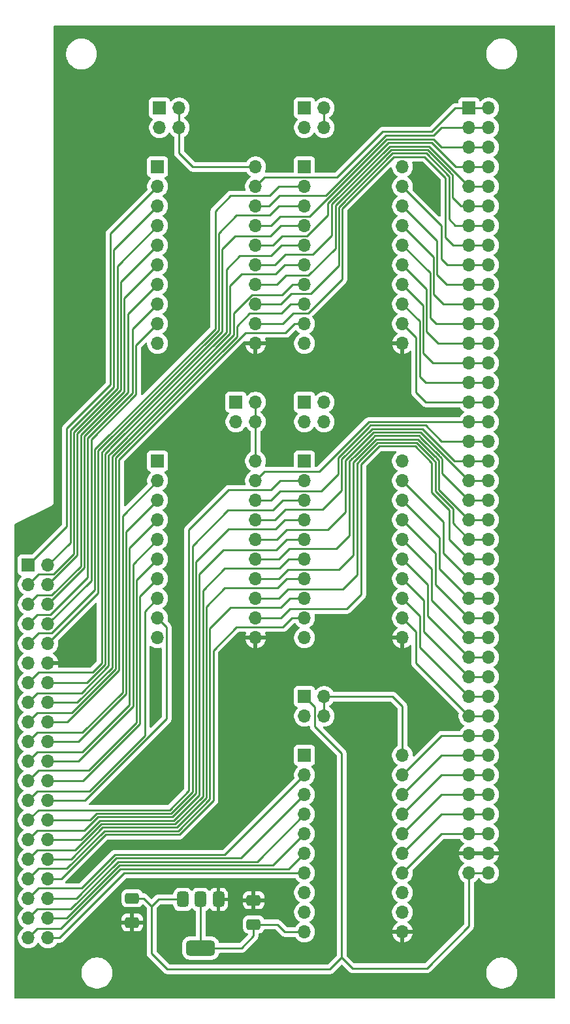
<source format=gbr>
%TF.GenerationSoftware,KiCad,Pcbnew,9.0.1-9.0.1-0~ubuntu24.04.1*%
%TF.CreationDate,2025-04-22T11:48:05+09:00*%
%TF.ProjectId,PSCE-TEST_TANG25K,50534345-2d54-4455-9354-5f54414e4732,rev?*%
%TF.SameCoordinates,Original*%
%TF.FileFunction,Copper,L1,Top*%
%TF.FilePolarity,Positive*%
%FSLAX46Y46*%
G04 Gerber Fmt 4.6, Leading zero omitted, Abs format (unit mm)*
G04 Created by KiCad (PCBNEW 9.0.1-9.0.1-0~ubuntu24.04.1) date 2025-04-22 11:48:05*
%MOMM*%
%LPD*%
G01*
G04 APERTURE LIST*
G04 Aperture macros list*
%AMRoundRect*
0 Rectangle with rounded corners*
0 $1 Rounding radius*
0 $2 $3 $4 $5 $6 $7 $8 $9 X,Y pos of 4 corners*
0 Add a 4 corners polygon primitive as box body*
4,1,4,$2,$3,$4,$5,$6,$7,$8,$9,$2,$3,0*
0 Add four circle primitives for the rounded corners*
1,1,$1+$1,$2,$3*
1,1,$1+$1,$4,$5*
1,1,$1+$1,$6,$7*
1,1,$1+$1,$8,$9*
0 Add four rect primitives between the rounded corners*
20,1,$1+$1,$2,$3,$4,$5,0*
20,1,$1+$1,$4,$5,$6,$7,0*
20,1,$1+$1,$6,$7,$8,$9,0*
20,1,$1+$1,$8,$9,$2,$3,0*%
G04 Aperture macros list end*
%TA.AperFunction,ComponentPad*%
%ADD10R,1.700000X1.700000*%
%TD*%
%TA.AperFunction,ComponentPad*%
%ADD11O,1.700000X1.700000*%
%TD*%
%TA.AperFunction,SMDPad,CuDef*%
%ADD12RoundRect,0.375000X-0.375000X0.625000X-0.375000X-0.625000X0.375000X-0.625000X0.375000X0.625000X0*%
%TD*%
%TA.AperFunction,SMDPad,CuDef*%
%ADD13RoundRect,0.500000X-1.400000X0.500000X-1.400000X-0.500000X1.400000X-0.500000X1.400000X0.500000X0*%
%TD*%
%TA.AperFunction,SMDPad,CuDef*%
%ADD14RoundRect,0.250000X0.650000X-0.412500X0.650000X0.412500X-0.650000X0.412500X-0.650000X-0.412500X0*%
%TD*%
%TA.AperFunction,SMDPad,CuDef*%
%ADD15RoundRect,0.250000X-0.650000X0.412500X-0.650000X-0.412500X0.650000X-0.412500X0.650000X0.412500X0*%
%TD*%
%TA.AperFunction,ViaPad*%
%ADD16C,0.600000*%
%TD*%
%TA.AperFunction,Conductor*%
%ADD17C,0.254000*%
%TD*%
%TA.AperFunction,Conductor*%
%ADD18C,0.250000*%
%TD*%
%TA.AperFunction,Conductor*%
%ADD19C,0.200000*%
%TD*%
G04 APERTURE END LIST*
D10*
%TO.P,J1,1,Pin_1*%
%TO.N,+5V*%
X103124000Y-48006000D03*
D11*
%TO.P,J1,2,Pin_2*%
%TO.N,Net-(J1-Pin_2)*%
X105664000Y-48006000D03*
%TO.P,J1,3,Pin_3*%
%TO.N,3V3*%
X103124000Y-50546000D03*
%TO.P,J1,4,Pin_4*%
%TO.N,Net-(J1-Pin_2)*%
X105664000Y-50546000D03*
%TD*%
D10*
%TO.P,J6,1,Pin_1*%
%TO.N,/IO0*%
X143256000Y-48006000D03*
D11*
%TO.P,J6,2,Pin_2*%
X145796000Y-48006000D03*
%TO.P,J6,3,Pin_3*%
%TO.N,/IO1*%
X143256000Y-50546000D03*
%TO.P,J6,4,Pin_4*%
X145796000Y-50546000D03*
%TO.P,J6,5,Pin_5*%
%TO.N,/IO2*%
X143256000Y-53086000D03*
%TO.P,J6,6,Pin_6*%
X145796000Y-53086000D03*
%TO.P,J6,7,Pin_7*%
%TO.N,/IO3*%
X143256000Y-55626000D03*
%TO.P,J6,8,Pin_8*%
X145796000Y-55626000D03*
%TO.P,J6,9,Pin_9*%
%TO.N,/IO4*%
X143256000Y-58166000D03*
%TO.P,J6,10,Pin_10*%
X145796000Y-58166000D03*
%TO.P,J6,11,Pin_11*%
%TO.N,/IO5*%
X143256000Y-60706000D03*
%TO.P,J6,12,Pin_12*%
X145796000Y-60706000D03*
%TO.P,J6,13,Pin_13*%
%TO.N,/IO6*%
X143256000Y-63246000D03*
%TO.P,J6,14,Pin_14*%
X145796000Y-63246000D03*
%TO.P,J6,15,Pin_15*%
%TO.N,/IO7*%
X143256000Y-65786000D03*
%TO.P,J6,16,Pin_16*%
X145796000Y-65786000D03*
%TO.P,J6,17,Pin_17*%
%TO.N,/IO8*%
X143256000Y-68326000D03*
%TO.P,J6,18,Pin_18*%
X145796000Y-68326000D03*
%TO.P,J6,19,Pin_19*%
%TO.N,/IO9*%
X143256000Y-70866000D03*
%TO.P,J6,20,Pin_20*%
X145796000Y-70866000D03*
%TO.P,J6,21,Pin_21*%
%TO.N,/IO10*%
X143256000Y-73406000D03*
%TO.P,J6,22,Pin_22*%
X145796000Y-73406000D03*
%TO.P,J6,23,Pin_23*%
%TO.N,/IO11*%
X143256000Y-75946000D03*
%TO.P,J6,24,Pin_24*%
X145796000Y-75946000D03*
%TO.P,J6,25,Pin_25*%
%TO.N,/IO12*%
X143256000Y-78486000D03*
%TO.P,J6,26,Pin_26*%
X145796000Y-78486000D03*
%TO.P,J6,27,Pin_27*%
%TO.N,/IO13*%
X143256000Y-81026000D03*
%TO.P,J6,28,Pin_28*%
X145796000Y-81026000D03*
%TO.P,J6,29,Pin_29*%
%TO.N,/IO14*%
X143256000Y-83566000D03*
%TO.P,J6,30,Pin_30*%
X145796000Y-83566000D03*
%TO.P,J6,31,Pin_31*%
%TO.N,/IO15*%
X143256000Y-86106000D03*
%TO.P,J6,32,Pin_32*%
X145796000Y-86106000D03*
%TO.P,J6,33,Pin_33*%
%TO.N,/IO16*%
X143256000Y-88646000D03*
%TO.P,J6,34,Pin_34*%
X145796000Y-88646000D03*
%TO.P,J6,35,Pin_35*%
%TO.N,/IO17*%
X143256000Y-91186000D03*
%TO.P,J6,36,Pin_36*%
X145796000Y-91186000D03*
%TO.P,J6,37,Pin_37*%
%TO.N,/IO18*%
X143256000Y-93726000D03*
%TO.P,J6,38,Pin_38*%
X145796000Y-93726000D03*
%TO.P,J6,39,Pin_39*%
%TO.N,/IO19*%
X143256000Y-96266000D03*
%TO.P,J6,40,Pin_40*%
X145796000Y-96266000D03*
%TO.P,J6,41,Pin_41*%
%TO.N,/IO20*%
X143256000Y-98806000D03*
%TO.P,J6,42,Pin_42*%
X145796000Y-98806000D03*
%TO.P,J6,43,Pin_43*%
%TO.N,/IO21*%
X143256000Y-101346000D03*
%TO.P,J6,44,Pin_44*%
X145796000Y-101346000D03*
%TO.P,J6,45,Pin_45*%
%TO.N,/IO22*%
X143256000Y-103886000D03*
%TO.P,J6,46,Pin_46*%
X145796000Y-103886000D03*
%TO.P,J6,47,Pin_47*%
%TO.N,/IO23*%
X143256000Y-106426000D03*
%TO.P,J6,48,Pin_48*%
X145796000Y-106426000D03*
%TO.P,J6,49,Pin_49*%
%TO.N,/IO24*%
X143256000Y-108966000D03*
%TO.P,J6,50,Pin_50*%
X145796000Y-108966000D03*
%TO.P,J6,51,Pin_51*%
%TO.N,/IO25*%
X143256000Y-111506000D03*
%TO.P,J6,52,Pin_52*%
X145796000Y-111506000D03*
%TO.P,J6,53,Pin_53*%
%TO.N,/IO26*%
X143256000Y-114046000D03*
%TO.P,J6,54,Pin_54*%
X145796000Y-114046000D03*
%TO.P,J6,55,Pin_55*%
%TO.N,/IO27*%
X143256000Y-116586000D03*
%TO.P,J6,56,Pin_56*%
X145796000Y-116586000D03*
%TO.P,J6,57,Pin_57*%
%TO.N,/IO28*%
X143256000Y-119126000D03*
%TO.P,J6,58,Pin_58*%
X145796000Y-119126000D03*
%TO.P,J6,59,Pin_59*%
%TO.N,/IO29*%
X143256000Y-121666000D03*
%TO.P,J6,60,Pin_60*%
X145796000Y-121666000D03*
%TO.P,J6,61,Pin_61*%
%TO.N,/IO30*%
X143256000Y-124206000D03*
%TO.P,J6,62,Pin_62*%
X145796000Y-124206000D03*
%TO.P,J6,63,Pin_63*%
%TO.N,/IO31*%
X143256000Y-126746000D03*
%TO.P,J6,64,Pin_64*%
X145796000Y-126746000D03*
%TO.P,J6,65,Pin_65*%
%TO.N,/IO32*%
X143256000Y-129286000D03*
%TO.P,J6,66,Pin_66*%
X145796000Y-129286000D03*
%TO.P,J6,67,Pin_67*%
%TO.N,/IO33*%
X143256000Y-131826000D03*
%TO.P,J6,68,Pin_68*%
X145796000Y-131826000D03*
%TO.P,J6,69,Pin_69*%
%TO.N,/IO34*%
X143256000Y-134366000D03*
%TO.P,J6,70,Pin_70*%
X145796000Y-134366000D03*
%TO.P,J6,71,Pin_71*%
%TO.N,/IO35*%
X143256000Y-136906000D03*
%TO.P,J6,72,Pin_72*%
X145796000Y-136906000D03*
%TO.P,J6,73,Pin_73*%
%TO.N,/IO36*%
X143256000Y-139446000D03*
%TO.P,J6,74,Pin_74*%
X145796000Y-139446000D03*
%TO.P,J6,75,Pin_75*%
%TO.N,/IO37*%
X143256000Y-141986000D03*
%TO.P,J6,76,Pin_76*%
X145796000Y-141986000D03*
%TO.P,J6,77,Pin_77*%
%TO.N,GND*%
X143256000Y-144526000D03*
%TO.P,J6,78,Pin_78*%
X145796000Y-144526000D03*
%TO.P,J6,79,Pin_79*%
%TO.N,+5V*%
X143256000Y-147066000D03*
%TO.P,J6,80,Pin_80*%
X145796000Y-147066000D03*
%TD*%
D10*
%TO.P,U2,1,VCCA*%
%TO.N,3V3*%
X121920000Y-55626000D03*
D11*
%TO.P,U2,2,A1*%
%TO.N,/L3*%
X121920000Y-58166000D03*
%TO.P,U2,3,A2*%
%TO.N,/L4*%
X121920000Y-60706000D03*
%TO.P,U2,4,A3*%
%TO.N,/C2*%
X121920000Y-63246000D03*
%TO.P,U2,5,A4*%
%TO.N,/B2*%
X121920000Y-65786000D03*
%TO.P,U2,6,A5*%
%TO.N,/F1*%
X121920000Y-68326000D03*
%TO.P,U2,7,A6*%
%TO.N,/F2*%
X121920000Y-70866000D03*
%TO.P,U2,8,A7*%
%TO.N,/A1*%
X121920000Y-73406000D03*
%TO.P,U2,9,A8*%
%TO.N,/E1*%
X121920000Y-75946000D03*
%TO.P,U2,10,OE*%
%TO.N,3V3*%
X121920000Y-78486000D03*
%TO.P,U2,11,GND*%
%TO.N,GND*%
X134620000Y-78486000D03*
%TO.P,U2,12,B8*%
%TO.N,/IO15*%
X134620000Y-75946000D03*
%TO.P,U2,13,B7*%
%TO.N,/IO14*%
X134620000Y-73406000D03*
%TO.P,U2,14,B6*%
%TO.N,/IO13*%
X134620000Y-70866000D03*
%TO.P,U2,15,B5*%
%TO.N,/IO12*%
X134620000Y-68326000D03*
%TO.P,U2,16,B4*%
%TO.N,/IO11*%
X134620000Y-65786000D03*
%TO.P,U2,17,B3*%
%TO.N,/IO10*%
X134620000Y-63246000D03*
%TO.P,U2,18,B2*%
%TO.N,/IO9*%
X134620000Y-60706000D03*
%TO.P,U2,19,B1*%
%TO.N,/IO8*%
X134620000Y-58166000D03*
%TO.P,U2,20,VCCB*%
%TO.N,Net-(J2-Pin_2)*%
X134620000Y-55626000D03*
%TD*%
D10*
%TO.P,U4,1,VCCA*%
%TO.N,3V3*%
X121920000Y-93726000D03*
D11*
%TO.P,U4,2,A1*%
%TO.N,/J7*%
X121920000Y-96266000D03*
%TO.P,U4,3,A2*%
%TO.N,/K7*%
X121920000Y-98806000D03*
%TO.P,U4,4,A3*%
%TO.N,/L8*%
X121920000Y-101346000D03*
%TO.P,U4,5,A4*%
%TO.N,/L7*%
X121920000Y-103886000D03*
%TO.P,U4,6,A5*%
%TO.N,/K10*%
X121920000Y-106426000D03*
%TO.P,U4,7,A6*%
%TO.N,/L10*%
X121920000Y-108966000D03*
%TO.P,U4,8,A7*%
%TO.N,/K9*%
X121920000Y-111506000D03*
%TO.P,U4,9,A8*%
%TO.N,/L9*%
X121920000Y-114046000D03*
%TO.P,U4,10,OE*%
%TO.N,3V3*%
X121920000Y-116586000D03*
%TO.P,U4,11,GND*%
%TO.N,GND*%
X134620000Y-116586000D03*
%TO.P,U4,12,B8*%
%TO.N,/IO31*%
X134620000Y-114046000D03*
%TO.P,U4,13,B7*%
%TO.N,/IO30*%
X134620000Y-111506000D03*
%TO.P,U4,14,B6*%
%TO.N,/IO29*%
X134620000Y-108966000D03*
%TO.P,U4,15,B5*%
%TO.N,/IO28*%
X134620000Y-106426000D03*
%TO.P,U4,16,B4*%
%TO.N,/IO27*%
X134620000Y-103886000D03*
%TO.P,U4,17,B3*%
%TO.N,/IO26*%
X134620000Y-101346000D03*
%TO.P,U4,18,B2*%
%TO.N,/IO25*%
X134620000Y-98806000D03*
%TO.P,U4,19,B1*%
%TO.N,/IO24*%
X134620000Y-96266000D03*
%TO.P,U4,20,VCCB*%
%TO.N,Net-(J4-Pin_2)*%
X134620000Y-93726000D03*
%TD*%
D10*
%TO.P,U5,1,VCCA*%
%TO.N,3V3*%
X121920000Y-131826000D03*
D11*
%TO.P,U5,2,A1*%
%TO.N,/K8*%
X121920000Y-134366000D03*
%TO.P,U5,3,A2*%
%TO.N,/J8*%
X121920000Y-136906000D03*
%TO.P,U5,4,A3*%
%TO.N,/F6*%
X121920000Y-139446000D03*
%TO.P,U5,5,A4*%
%TO.N,/F7*%
X121920000Y-141986000D03*
%TO.P,U5,6,A5*%
%TO.N,/J10*%
X121920000Y-144526000D03*
%TO.P,U5,7,A6*%
%TO.N,/J11*%
X121920000Y-147066000D03*
%TO.P,U5,8,A7*%
%TO.N,unconnected-(U5-A7-Pad8)*%
X121920000Y-149606000D03*
%TO.P,U5,9,A8*%
%TO.N,unconnected-(U5-A8-Pad9)*%
X121920000Y-152146000D03*
%TO.P,U5,10,OE*%
%TO.N,3V3*%
X121920000Y-154686000D03*
%TO.P,U5,11,GND*%
%TO.N,GND*%
X134620000Y-154686000D03*
%TO.P,U5,12,B8*%
%TO.N,/IO39*%
X134620000Y-152146000D03*
%TO.P,U5,13,B7*%
%TO.N,/IO38*%
X134620000Y-149606000D03*
%TO.P,U5,14,B6*%
%TO.N,/IO37*%
X134620000Y-147066000D03*
%TO.P,U5,15,B5*%
%TO.N,/IO36*%
X134620000Y-144526000D03*
%TO.P,U5,16,B4*%
%TO.N,/IO35*%
X134620000Y-141986000D03*
%TO.P,U5,17,B3*%
%TO.N,/IO34*%
X134620000Y-139446000D03*
%TO.P,U5,18,B2*%
%TO.N,/IO33*%
X134620000Y-136906000D03*
%TO.P,U5,19,B1*%
%TO.N,/IO32*%
X134620000Y-134366000D03*
%TO.P,U5,20,VCCB*%
%TO.N,Net-(J5-Pin_2)*%
X134620000Y-131826000D03*
%TD*%
D10*
%TO.P,J7,1,Pin_1*%
%TO.N,/K2*%
X86106000Y-107188000D03*
D11*
%TO.P,J7,2,Pin_2*%
%TO.N,/K1*%
X88646000Y-107188000D03*
%TO.P,J7,3,Pin_3*%
%TO.N,/L1*%
X86106000Y-109728000D03*
%TO.P,J7,4,Pin_4*%
%TO.N,/L2*%
X88646000Y-109728000D03*
%TO.P,J7,5,Pin_5*%
%TO.N,/K4*%
X86106000Y-112268000D03*
%TO.P,J7,6,Pin_6*%
%TO.N,/J4*%
X88646000Y-112268000D03*
%TO.P,J7,7,Pin_7*%
%TO.N,/G1*%
X86106000Y-114808000D03*
%TO.P,J7,8,Pin_8*%
%TO.N,/G2*%
X88646000Y-114808000D03*
%TO.P,J7,9,Pin_9*%
%TO.N,/L3*%
X86106000Y-117348000D03*
%TO.P,J7,10,Pin_10*%
%TO.N,/L4*%
X88646000Y-117348000D03*
%TO.P,J7,11,Pin_11*%
%TO.N,+5V*%
X86106000Y-119888000D03*
%TO.P,J7,12,Pin_12*%
%TO.N,GND*%
X88646000Y-119888000D03*
%TO.P,J7,13,Pin_13*%
%TO.N,/C2*%
X86106000Y-122428000D03*
%TO.P,J7,14,Pin_14*%
%TO.N,/B2*%
X88646000Y-122428000D03*
%TO.P,J7,15,Pin_15*%
%TO.N,/F1*%
X86106000Y-124968000D03*
%TO.P,J7,16,Pin_16*%
%TO.N,/F2*%
X88646000Y-124968000D03*
%TO.P,J7,17,Pin_17*%
%TO.N,/A1*%
X86106000Y-127508000D03*
%TO.P,J7,18,Pin_18*%
%TO.N,/E1*%
X88646000Y-127508000D03*
%TO.P,J7,19,Pin_19*%
%TO.N,/D1*%
X86106000Y-130048000D03*
%TO.P,J7,20,Pin_20*%
%TO.N,/E3*%
X88646000Y-130048000D03*
%TO.P,J7,21,Pin_21*%
%TO.N,/J2*%
X86106000Y-132588000D03*
%TO.P,J7,22,Pin_22*%
%TO.N,/J1*%
X88646000Y-132588000D03*
%TO.P,J7,23,Pin_23*%
%TO.N,/H4*%
X86106000Y-135128000D03*
%TO.P,J7,24,Pin_24*%
%TO.N,/G4*%
X88646000Y-135128000D03*
%TO.P,J7,25,Pin_25*%
%TO.N,/H2*%
X86106000Y-137668000D03*
%TO.P,J7,26,Pin_26*%
%TO.N,/H1*%
X88646000Y-137668000D03*
%TO.P,J7,27,Pin_27*%
%TO.N,/J7*%
X86106000Y-140208000D03*
%TO.P,J7,28,Pin_28*%
%TO.N,/K7*%
X88646000Y-140208000D03*
%TO.P,J7,29,Pin_29*%
%TO.N,/L8*%
X86106000Y-142748000D03*
%TO.P,J7,30,Pin_30*%
%TO.N,/L7*%
X88646000Y-142748000D03*
%TO.P,J7,31,Pin_31*%
%TO.N,/K10*%
X86106000Y-145288000D03*
%TO.P,J7,32,Pin_32*%
%TO.N,/L10*%
X88646000Y-145288000D03*
%TO.P,J7,33,Pin_33*%
%TO.N,/K9*%
X86106000Y-147828000D03*
%TO.P,J7,34,Pin_34*%
%TO.N,/L9*%
X88646000Y-147828000D03*
%TO.P,J7,35,Pin_35*%
%TO.N,/K8*%
X86106000Y-150368000D03*
%TO.P,J7,36,Pin_36*%
%TO.N,/J8*%
X88646000Y-150368000D03*
%TO.P,J7,37,Pin_37*%
%TO.N,/F6*%
X86106000Y-152908000D03*
%TO.P,J7,38,Pin_38*%
%TO.N,/F7*%
X88646000Y-152908000D03*
%TO.P,J7,39,Pin_39*%
%TO.N,/J10*%
X86106000Y-155448000D03*
%TO.P,J7,40,Pin_40*%
%TO.N,/J11*%
X88646000Y-155448000D03*
%TD*%
D10*
%TO.P,U3,1,VCCA*%
%TO.N,3V3*%
X102870000Y-93726000D03*
D11*
%TO.P,U3,2,A1*%
%TO.N,/D1*%
X102870000Y-96266000D03*
%TO.P,U3,3,A2*%
%TO.N,/E3*%
X102870000Y-98806000D03*
%TO.P,U3,4,A3*%
%TO.N,/J2*%
X102870000Y-101346000D03*
%TO.P,U3,5,A4*%
%TO.N,/J1*%
X102870000Y-103886000D03*
%TO.P,U3,6,A5*%
%TO.N,/H4*%
X102870000Y-106426000D03*
%TO.P,U3,7,A6*%
%TO.N,/G4*%
X102870000Y-108966000D03*
%TO.P,U3,8,A7*%
%TO.N,/H2*%
X102870000Y-111506000D03*
%TO.P,U3,9,A8*%
%TO.N,/H1*%
X102870000Y-114046000D03*
%TO.P,U3,10,OE*%
%TO.N,3V3*%
X102870000Y-116586000D03*
%TO.P,U3,11,GND*%
%TO.N,GND*%
X115570000Y-116586000D03*
%TO.P,U3,12,B8*%
%TO.N,/IO23*%
X115570000Y-114046000D03*
%TO.P,U3,13,B7*%
%TO.N,/IO22*%
X115570000Y-111506000D03*
%TO.P,U3,14,B6*%
%TO.N,/IO21*%
X115570000Y-108966000D03*
%TO.P,U3,15,B5*%
%TO.N,/IO20*%
X115570000Y-106426000D03*
%TO.P,U3,16,B4*%
%TO.N,/IO19*%
X115570000Y-103886000D03*
%TO.P,U3,17,B3*%
%TO.N,/IO18*%
X115570000Y-101346000D03*
%TO.P,U3,18,B2*%
%TO.N,/IO17*%
X115570000Y-98806000D03*
%TO.P,U3,19,B1*%
%TO.N,/IO16*%
X115570000Y-96266000D03*
%TO.P,U3,20,VCCB*%
%TO.N,Net-(J3-Pin_2)*%
X115570000Y-93726000D03*
%TD*%
D10*
%TO.P,J4,1,Pin_1*%
%TO.N,+5V*%
X121920000Y-86106000D03*
D11*
%TO.P,J4,2,Pin_2*%
%TO.N,Net-(J4-Pin_2)*%
X124460000Y-86106000D03*
%TO.P,J4,3,Pin_3*%
%TO.N,3V3*%
X121920000Y-88646000D03*
%TO.P,J4,4,Pin_4*%
%TO.N,Net-(J4-Pin_2)*%
X124460000Y-88646000D03*
%TD*%
D12*
%TO.P,U6,1,GND*%
%TO.N,GND*%
X110758000Y-150481500D03*
%TO.P,U6,2,VO*%
%TO.N,3V3*%
X108458000Y-150481500D03*
D13*
X108458000Y-156781500D03*
D12*
%TO.P,U6,3,VI*%
%TO.N,+5V*%
X106158000Y-150481500D03*
%TD*%
D10*
%TO.P,U1,1,VCCA*%
%TO.N,3V3*%
X102870000Y-55626000D03*
D11*
%TO.P,U1,2,A1*%
%TO.N,/K2*%
X102870000Y-58166000D03*
%TO.P,U1,3,A2*%
%TO.N,/K1*%
X102870000Y-60706000D03*
%TO.P,U1,4,A3*%
%TO.N,/L1*%
X102870000Y-63246000D03*
%TO.P,U1,5,A4*%
%TO.N,/L2*%
X102870000Y-65786000D03*
%TO.P,U1,6,A5*%
%TO.N,/K4*%
X102870000Y-68326000D03*
%TO.P,U1,7,A6*%
%TO.N,/J4*%
X102870000Y-70866000D03*
%TO.P,U1,8,A7*%
%TO.N,/G1*%
X102870000Y-73406000D03*
%TO.P,U1,9,A8*%
%TO.N,/G2*%
X102870000Y-75946000D03*
%TO.P,U1,10,OE*%
%TO.N,3V3*%
X102870000Y-78486000D03*
%TO.P,U1,11,GND*%
%TO.N,GND*%
X115570000Y-78486000D03*
%TO.P,U1,12,B8*%
%TO.N,/IO7*%
X115570000Y-75946000D03*
%TO.P,U1,13,B7*%
%TO.N,/IO6*%
X115570000Y-73406000D03*
%TO.P,U1,14,B6*%
%TO.N,/IO5*%
X115570000Y-70866000D03*
%TO.P,U1,15,B5*%
%TO.N,/IO4*%
X115570000Y-68326000D03*
%TO.P,U1,16,B4*%
%TO.N,/IO3*%
X115570000Y-65786000D03*
%TO.P,U1,17,B3*%
%TO.N,/IO2*%
X115570000Y-63246000D03*
%TO.P,U1,18,B2*%
%TO.N,/IO1*%
X115570000Y-60706000D03*
%TO.P,U1,19,B1*%
%TO.N,/IO0*%
X115570000Y-58166000D03*
%TO.P,U1,20,VCCB*%
%TO.N,Net-(J1-Pin_2)*%
X115570000Y-55626000D03*
%TD*%
D10*
%TO.P,J5,1,Pin_1*%
%TO.N,+5V*%
X121920000Y-124206000D03*
D11*
%TO.P,J5,2,Pin_2*%
%TO.N,Net-(J5-Pin_2)*%
X124460000Y-124206000D03*
%TO.P,J5,3,Pin_3*%
%TO.N,3V3*%
X121920000Y-126746000D03*
%TO.P,J5,4,Pin_4*%
%TO.N,Net-(J5-Pin_2)*%
X124460000Y-126746000D03*
%TD*%
D10*
%TO.P,J3,1,Pin_1*%
%TO.N,+5V*%
X113025000Y-86101000D03*
D11*
%TO.P,J3,2,Pin_2*%
%TO.N,Net-(J3-Pin_2)*%
X115565000Y-86101000D03*
%TO.P,J3,3,Pin_3*%
%TO.N,3V3*%
X113025000Y-88641000D03*
%TO.P,J3,4,Pin_4*%
%TO.N,Net-(J3-Pin_2)*%
X115565000Y-88641000D03*
%TD*%
D10*
%TO.P,J2,1,Pin_1*%
%TO.N,+5V*%
X121920000Y-48006000D03*
D11*
%TO.P,J2,2,Pin_2*%
%TO.N,Net-(J2-Pin_2)*%
X124460000Y-48006000D03*
%TO.P,J2,3,Pin_3*%
%TO.N,3V3*%
X121920000Y-50546000D03*
%TO.P,J2,4,Pin_4*%
%TO.N,Net-(J2-Pin_2)*%
X124460000Y-50546000D03*
%TD*%
D14*
%TO.P,C2,1*%
%TO.N,3V3*%
X115316000Y-153708500D03*
%TO.P,C2,2*%
%TO.N,GND*%
X115316000Y-150583500D03*
%TD*%
D15*
%TO.P,C1,1*%
%TO.N,+5V*%
X99568000Y-150329500D03*
%TO.P,C1,2*%
%TO.N,GND*%
X99568000Y-153454500D03*
%TD*%
D16*
%TO.N,GND*%
X130810000Y-72390000D03*
X128270000Y-48260000D03*
X107950000Y-63500000D03*
X118110000Y-157480000D03*
X109220000Y-161290000D03*
X124206000Y-143510000D03*
X93980000Y-117094000D03*
X128270000Y-85090000D03*
X130810000Y-134620000D03*
X138430000Y-149860000D03*
X116840000Y-41910000D03*
X104140000Y-132080000D03*
X102616000Y-126238000D03*
X111760000Y-95250000D03*
X127000000Y-53340000D03*
X107950000Y-95250000D03*
X96520000Y-153454500D03*
X133350000Y-48260000D03*
X130810000Y-62230000D03*
X132080000Y-102870000D03*
X137160000Y-57150000D03*
X92710000Y-71120000D03*
X124206000Y-138430000D03*
X101600000Y-135890000D03*
X92710000Y-53340000D03*
X125730000Y-53340000D03*
X130810000Y-146050000D03*
X138430000Y-153670000D03*
X107950000Y-69850000D03*
X92964000Y-78486000D03*
X130810000Y-67310000D03*
X140970000Y-161290000D03*
X132080000Y-107950000D03*
X132080000Y-85090000D03*
X109220000Y-49530000D03*
X135890000Y-41910000D03*
X137160000Y-125730000D03*
X107950000Y-58420000D03*
X124460000Y-161290000D03*
X106680000Y-41910000D03*
X132080000Y-97790000D03*
X132080000Y-120650000D03*
X117817500Y-150583500D03*
X133350000Y-161290000D03*
X92710000Y-62230000D03*
X99822000Y-96012000D03*
X119380000Y-120650000D03*
X116840000Y-161290000D03*
X99060000Y-57150000D03*
X130810000Y-139700000D03*
X147320000Y-152400000D03*
X92202000Y-119126000D03*
X102616000Y-120904000D03*
X101600000Y-161290000D03*
X109220000Y-86360000D03*
X118110000Y-130810000D03*
X114300000Y-120650000D03*
X114300000Y-53340000D03*
X130810000Y-76200000D03*
X116840000Y-53340000D03*
X127000000Y-41910000D03*
X114300000Y-135890000D03*
X114300000Y-130810000D03*
X123952000Y-148336000D03*
X99060000Y-53340000D03*
X123190000Y-157480000D03*
X102108000Y-81534000D03*
%TD*%
D17*
%TO.N,Net-(J5-Pin_2)*%
X133350000Y-124206000D02*
X134620000Y-125476000D01*
X134620000Y-125476000D02*
X134620000Y-131826000D01*
X124460000Y-124206000D02*
X133350000Y-124206000D01*
X124460000Y-124206000D02*
X124460000Y-126746000D01*
D18*
%TO.N,/IO23*%
X131598430Y-91803000D02*
X129286000Y-94115430D01*
X129286000Y-110998000D02*
X127414000Y-112870000D01*
X138430000Y-93991240D02*
X136241760Y-91803000D01*
X127414000Y-112870000D02*
X120048000Y-112870000D01*
X138430000Y-97795620D02*
X138430000Y-93991240D01*
X140713190Y-100078810D02*
X138430000Y-97795620D01*
X140713190Y-103883190D02*
X140713190Y-100078810D01*
X120048000Y-112870000D02*
X118872000Y-114046000D01*
X143256000Y-106426000D02*
X145796000Y-106426000D01*
X118872000Y-114046000D02*
X115570000Y-114046000D01*
X143256000Y-106426000D02*
X140713190Y-103883190D01*
X129286000Y-94115430D02*
X129286000Y-110998000D01*
X136241760Y-91803000D02*
X131598430Y-91803000D01*
D17*
%TO.N,+5V*%
X102108000Y-151345500D02*
X102972000Y-150481500D01*
X126746000Y-157988000D02*
X125222000Y-159512000D01*
X121920000Y-124206000D02*
X123282000Y-125568000D01*
X128143000Y-159385000D02*
X137795000Y-159385000D01*
X102108000Y-157480000D02*
X102108000Y-151345500D01*
X106006000Y-150329500D02*
X106158000Y-150481500D01*
X123282000Y-125568000D02*
X123282000Y-128108000D01*
X99568000Y-150329500D02*
X101092000Y-150329500D01*
X123282000Y-128108000D02*
X126746000Y-131572000D01*
X102972000Y-150481500D02*
X106158000Y-150481500D01*
X143256000Y-147066000D02*
X143256000Y-153924000D01*
X128143000Y-159385000D02*
X126746000Y-157988000D01*
X102108000Y-151345500D02*
X101092000Y-150329500D01*
X145796000Y-147066000D02*
X143256000Y-147066000D01*
X137795000Y-159385000D02*
X143256000Y-153924000D01*
X125222000Y-159512000D02*
X104140000Y-159512000D01*
X126746000Y-131572000D02*
X126746000Y-157988000D01*
X104140000Y-159512000D02*
X102108000Y-157480000D01*
D18*
%TO.N,/IO17*%
X126492000Y-93082570D02*
X126559190Y-93015380D01*
X130851190Y-89097000D02*
X136989000Y-89097000D01*
X139700000Y-91186000D02*
X143256000Y-91186000D01*
X136989000Y-89097000D02*
X137362620Y-89097000D01*
X130213380Y-89361190D02*
X130477570Y-89097000D01*
X126295000Y-93653190D02*
X126295000Y-93279570D01*
X126295000Y-95447000D02*
X126295000Y-93653190D01*
X124112000Y-97630000D02*
X126295000Y-95447000D01*
X126295000Y-93279570D02*
X126492000Y-93082570D01*
X118778000Y-97630000D02*
X124112000Y-97630000D01*
X130477570Y-89097000D02*
X130851190Y-89097000D01*
X126559190Y-93015380D02*
X130213380Y-89361190D01*
X137362620Y-89097000D02*
X137611000Y-89097000D01*
X143256000Y-91186000D02*
X145796000Y-91186000D01*
X117602000Y-98806000D02*
X118778000Y-97630000D01*
X115570000Y-98806000D02*
X117602000Y-98806000D01*
X137611000Y-89097000D02*
X139700000Y-91186000D01*
%TO.N,/IO21*%
X139135000Y-93420620D02*
X139067810Y-93353430D01*
X118618000Y-108966000D02*
X115570000Y-108966000D01*
X141351000Y-99441000D02*
X141086810Y-99176810D01*
X141353810Y-99443810D02*
X141351000Y-99441000D01*
X130696430Y-91429380D02*
X128912380Y-93213430D01*
X137143760Y-91429380D02*
X136879570Y-91165190D01*
X128912380Y-93213430D02*
X128648190Y-93477620D01*
X139067810Y-93353430D02*
X138870810Y-93156430D01*
X139332000Y-94364860D02*
X139332000Y-93991240D01*
X143256000Y-101346000D02*
X145796000Y-101346000D01*
X131972050Y-90901000D02*
X131598430Y-90901000D01*
X138870810Y-93156430D02*
X138803620Y-93089240D01*
X131598430Y-90901000D02*
X131224810Y-90901000D01*
X141086810Y-99176810D02*
X139332000Y-97422000D01*
X126398000Y-107790000D02*
X119794000Y-107790000D01*
X131224810Y-90901000D02*
X130960620Y-91165190D01*
X128270000Y-105918000D02*
X126398000Y-107790000D01*
X141615190Y-99705190D02*
X141353810Y-99443810D01*
X128384000Y-93741810D02*
X128327000Y-93798810D01*
X139332000Y-93617620D02*
X139192000Y-93477620D01*
X130960620Y-91165190D02*
X130696430Y-91429380D01*
X139332000Y-93991240D02*
X139332000Y-93617620D01*
X136241760Y-90901000D02*
X135868140Y-90901000D01*
X128327000Y-93798810D02*
X128270000Y-93855810D01*
X136615380Y-90901000D02*
X136241760Y-90901000D01*
X135868140Y-90901000D02*
X131972050Y-90901000D01*
X143256000Y-101346000D02*
X141618000Y-99708000D01*
X128591190Y-93534620D02*
X128384000Y-93741810D01*
X136879570Y-91165190D02*
X136615380Y-90901000D01*
X128648190Y-93477620D02*
X128591190Y-93534620D01*
X128270000Y-93855810D02*
X128270000Y-105918000D01*
X138803620Y-93089240D02*
X137143760Y-91429380D01*
X139332000Y-97422000D02*
X139332000Y-94364860D01*
X139192000Y-93477620D02*
X139135000Y-93420620D01*
X119794000Y-107790000D02*
X118618000Y-108966000D01*
X141618000Y-99708000D02*
X141615190Y-99705190D01*
%TO.N,/IO15*%
X137668000Y-86106000D02*
X136398000Y-84836000D01*
X143256000Y-86106000D02*
X145796000Y-86106000D01*
X136398000Y-77724000D02*
X134620000Y-75946000D01*
X143256000Y-86106000D02*
X137668000Y-86106000D01*
X136398000Y-84836000D02*
X136398000Y-77724000D01*
%TO.N,/IO20*%
X136054950Y-90450000D02*
X135681330Y-90450000D01*
X131038000Y-90450000D02*
X130773810Y-90714190D01*
X127933000Y-93555000D02*
X127876000Y-93612000D01*
X139586000Y-93233810D02*
X139518810Y-93166620D01*
X131785240Y-90450000D02*
X131411620Y-90450000D01*
X139057620Y-92705430D02*
X138990430Y-92638240D01*
X139783000Y-94178050D02*
X139783000Y-93804430D01*
X143256000Y-98806000D02*
X139783000Y-95333000D01*
X130245430Y-91242570D02*
X128725570Y-92762430D01*
X137066380Y-90714190D02*
X136802190Y-90450000D01*
X137330570Y-90978380D02*
X137066380Y-90714190D01*
X139783000Y-93430810D02*
X139700000Y-93347810D01*
X139254620Y-92902430D02*
X139057620Y-92705430D01*
X128197190Y-93290810D02*
X128140190Y-93347810D01*
X132158860Y-90450000D02*
X131785240Y-90450000D01*
X139378810Y-93026620D02*
X139321810Y-92969620D01*
X136802190Y-90450000D02*
X136428570Y-90450000D01*
X118618000Y-106426000D02*
X115570000Y-106426000D01*
X126078000Y-105062000D02*
X119982000Y-105062000D01*
X139321810Y-92969620D02*
X139254620Y-92902430D01*
X139518810Y-93166620D02*
X139378810Y-93026620D01*
X128140190Y-93347810D02*
X128083190Y-93404810D01*
X137594760Y-91242570D02*
X137330570Y-90978380D01*
X130509620Y-90978380D02*
X130245430Y-91242570D01*
X127762000Y-103378000D02*
X126078000Y-105062000D01*
X138990430Y-92638240D02*
X137594760Y-91242570D01*
X139783000Y-94551670D02*
X139783000Y-94178050D01*
X127762000Y-93726000D02*
X127762000Y-103378000D01*
X128461380Y-93026620D02*
X128404380Y-93083620D01*
X131411620Y-90450000D02*
X131038000Y-90450000D01*
X128725570Y-92762430D02*
X128461380Y-93026620D01*
X128083190Y-93404810D02*
X127933000Y-93555000D01*
X136428570Y-90450000D02*
X136054950Y-90450000D01*
X119982000Y-105062000D02*
X118618000Y-106426000D01*
X143256000Y-98806000D02*
X145796000Y-98806000D01*
X127876000Y-93612000D02*
X127819000Y-93669000D01*
X139643000Y-93290810D02*
X139586000Y-93233810D01*
X130773810Y-90714190D02*
X130509620Y-90978380D01*
X128404380Y-93083620D02*
X128197190Y-93290810D01*
X139783000Y-95333000D02*
X139783000Y-94551670D01*
X135681330Y-90450000D02*
X132158860Y-90450000D01*
X139783000Y-93804430D02*
X139783000Y-93430810D01*
X139700000Y-93347810D02*
X139643000Y-93290810D01*
X127819000Y-93669000D02*
X127762000Y-93726000D01*
%TO.N,/IO18*%
X118110000Y-101346000D02*
X115570000Y-101346000D01*
X130664380Y-89548000D02*
X126746000Y-93466380D01*
X137175810Y-89548000D02*
X130664380Y-89548000D01*
X126746000Y-93466380D02*
X126746000Y-97536000D01*
X141353810Y-93726000D02*
X137175810Y-89548000D01*
X143256000Y-93726000D02*
X141353810Y-93726000D01*
X124300000Y-99982000D02*
X119474000Y-99982000D01*
X126746000Y-97536000D02*
X124300000Y-99982000D01*
X119474000Y-99982000D02*
X118110000Y-101346000D01*
X143256000Y-93726000D02*
X145796000Y-93726000D01*
%TO.N,/IO19*%
X143256000Y-96266000D02*
X136989000Y-89999000D01*
X119634000Y-102616000D02*
X118364000Y-103886000D01*
X143256000Y-96266000D02*
X145796000Y-96266000D01*
X127254000Y-93596190D02*
X127254000Y-100330000D01*
X136989000Y-89999000D02*
X130851190Y-89999000D01*
X127254000Y-100330000D02*
X124968000Y-102616000D01*
X118364000Y-103886000D02*
X115570000Y-103886000D01*
X130851190Y-89999000D02*
X127254000Y-93596190D01*
X124968000Y-102616000D02*
X119634000Y-102616000D01*
%TO.N,/IO14*%
X136849000Y-75635000D02*
X134620000Y-73406000D01*
X137611000Y-83566000D02*
X136849000Y-82804000D01*
X136849000Y-82804000D02*
X136849000Y-75635000D01*
X143256000Y-83566000D02*
X137611000Y-83566000D01*
X143256000Y-83566000D02*
X145796000Y-83566000D01*
%TO.N,/IO22*%
X141167000Y-101797000D02*
X141167000Y-99894810D01*
X143256000Y-103886000D02*
X141167000Y-101797000D01*
X128778000Y-93985620D02*
X128778000Y-108458000D01*
X126906000Y-110330000D02*
X119794000Y-110330000D01*
X131411620Y-91352000D02*
X131147430Y-91616190D01*
X141164190Y-99892000D02*
X140900000Y-99627810D01*
X128778000Y-108458000D02*
X126906000Y-110330000D01*
X136054950Y-91352000D02*
X131785240Y-91352000D01*
X138881000Y-93804430D02*
X138684000Y-93607430D01*
X138881000Y-94178050D02*
X138881000Y-93804430D01*
X140900000Y-99627810D02*
X138881000Y-97608810D01*
X131785240Y-91352000D02*
X131411620Y-91352000D01*
X136692760Y-91616190D02*
X136428570Y-91352000D01*
X138616810Y-93540240D02*
X136692760Y-91616190D01*
X118618000Y-111506000D02*
X115570000Y-111506000D01*
X138881000Y-97608810D02*
X138881000Y-94178050D01*
X119794000Y-110330000D02*
X118618000Y-111506000D01*
X131147430Y-91616190D02*
X129099190Y-93664430D01*
X136428570Y-91352000D02*
X136054950Y-91352000D01*
X141167000Y-99894810D02*
X141164190Y-99892000D01*
X129099190Y-93664430D02*
X128835000Y-93928620D01*
X138684000Y-93607430D02*
X138616810Y-93540240D01*
X143256000Y-103886000D02*
X145796000Y-103886000D01*
X128835000Y-93928620D02*
X128778000Y-93985620D01*
D17*
%TO.N,GND*%
X117817500Y-150583500D02*
X117856000Y-150622000D01*
X115316000Y-150583500D02*
X117817500Y-150583500D01*
X99568000Y-153454500D02*
X96520000Y-153454500D01*
D19*
X143256000Y-144526000D02*
X145796000Y-144526000D01*
D17*
X96520000Y-153454500D02*
X96304500Y-153454500D01*
D18*
%TO.N,/IO25*%
X139446000Y-103632000D02*
X139446000Y-107696000D01*
X139446000Y-107696000D02*
X143256000Y-111506000D01*
X143256000Y-111506000D02*
X145796000Y-111506000D01*
X134620000Y-98806000D02*
X139446000Y-103632000D01*
%TO.N,/IO24*%
X134620000Y-96266000D02*
X139954000Y-101600000D01*
X143256000Y-108966000D02*
X145796000Y-108966000D01*
X139954000Y-105664000D02*
X143256000Y-108966000D01*
X139954000Y-101600000D02*
X139954000Y-105664000D01*
D17*
%TO.N,3V3*%
X103124000Y-55372000D02*
X102870000Y-55626000D01*
X119380000Y-154686000D02*
X121920000Y-154686000D01*
X115316000Y-153708500D02*
X115316000Y-155194000D01*
X118402500Y-153708500D02*
X119380000Y-154686000D01*
X108458000Y-150481500D02*
X108458000Y-156781500D01*
X115316000Y-155194000D02*
X113728500Y-156781500D01*
X113728500Y-156781500D02*
X108458000Y-156781500D01*
X115316000Y-153708500D02*
X118402500Y-153708500D01*
%TO.N,Net-(J1-Pin_2)*%
X105664000Y-48006000D02*
X105664000Y-50546000D01*
X105664000Y-50546000D02*
X105664000Y-53848000D01*
X105664000Y-53848000D02*
X107442000Y-55626000D01*
X107442000Y-55626000D02*
X115570000Y-55626000D01*
%TO.N,Net-(J2-Pin_2)*%
X124460000Y-48006000D02*
X124460000Y-50546000D01*
%TO.N,Net-(J3-Pin_2)*%
X115565000Y-88641000D02*
X115565000Y-93721000D01*
X115565000Y-86101000D02*
X115565000Y-88641000D01*
X115565000Y-93721000D02*
X115570000Y-93726000D01*
D18*
%TO.N,/IO26*%
X143256000Y-114046000D02*
X145796000Y-114046000D01*
X134620000Y-101346000D02*
X138938000Y-105664000D01*
X138938000Y-105664000D02*
X138938000Y-109728000D01*
X138938000Y-109728000D02*
X143256000Y-114046000D01*
D17*
%TO.N,/IO33*%
X143256000Y-131826000D02*
X145796000Y-131826000D01*
X134620000Y-136906000D02*
X139700000Y-131826000D01*
X139700000Y-131826000D02*
X143256000Y-131826000D01*
%TO.N,/IO32*%
X139700000Y-129286000D02*
X134620000Y-134366000D01*
X143256000Y-129286000D02*
X139700000Y-129286000D01*
X143256000Y-129286000D02*
X145796000Y-129286000D01*
D18*
%TO.N,/IO27*%
X138430000Y-111760000D02*
X143256000Y-116586000D01*
X143256000Y-116586000D02*
X145796000Y-116586000D01*
X134620000Y-103886000D02*
X138430000Y-107696000D01*
X138430000Y-107696000D02*
X138430000Y-111760000D01*
%TO.N,/IO0*%
X138430000Y-51054000D02*
X141478000Y-48006000D01*
X143256000Y-48006000D02*
X145796000Y-48006000D01*
X115570000Y-58166000D02*
X116746000Y-56990000D01*
X116746000Y-56990000D02*
X126144000Y-56990000D01*
X126144000Y-56990000D02*
X132080000Y-51054000D01*
X132080000Y-51054000D02*
X138430000Y-51054000D01*
X141478000Y-48006000D02*
X143256000Y-48006000D01*
%TO.N,/IO12*%
X139275000Y-78486000D02*
X137751000Y-76962000D01*
X137751000Y-76962000D02*
X137751000Y-71457000D01*
X143256000Y-78486000D02*
X145796000Y-78486000D01*
X143256000Y-78486000D02*
X139275000Y-78486000D01*
X137751000Y-71457000D02*
X134620000Y-68326000D01*
%TO.N,/IO2*%
X139700000Y-53086000D02*
X143256000Y-53086000D01*
X143256000Y-53086000D02*
X145796000Y-53086000D01*
X117602000Y-63246000D02*
X118778000Y-62070000D01*
X132588000Y-52070000D02*
X138684000Y-52070000D01*
X118778000Y-62070000D02*
X122588000Y-62070000D01*
X115570000Y-63246000D02*
X117602000Y-63246000D01*
X122588000Y-62070000D02*
X132588000Y-52070000D01*
X138684000Y-52070000D02*
X139700000Y-53086000D01*
%TO.N,/IO3*%
X138430000Y-52521000D02*
X141535000Y-55626000D01*
X141535000Y-55626000D02*
X143256000Y-55626000D01*
X122219116Y-64610000D02*
X124968000Y-61861116D01*
X124968000Y-60327810D02*
X132774810Y-52521000D01*
X143256000Y-55626000D02*
X145796000Y-55626000D01*
X115570000Y-65786000D02*
X117856000Y-65786000D01*
X117856000Y-65786000D02*
X119032000Y-64610000D01*
X132774810Y-52521000D02*
X138430000Y-52521000D01*
X119032000Y-64610000D02*
X122219116Y-64610000D01*
X124968000Y-61861116D02*
X124968000Y-60327810D01*
%TO.N,/IO5*%
X133522050Y-53423000D02*
X133148430Y-53423000D01*
X125927000Y-60644430D02*
X125927000Y-61018050D01*
X125927000Y-61018050D02*
X125927000Y-66170116D01*
X141110000Y-56657810D02*
X140970000Y-56517810D01*
X119540000Y-69690000D02*
X118364000Y-70866000D01*
X133148430Y-53423000D02*
X132884240Y-53687190D01*
X141110000Y-59576000D02*
X141110000Y-57031430D01*
X138139380Y-53687190D02*
X137875190Y-53423000D01*
X125927000Y-66170116D02*
X122407116Y-69690000D01*
X141110000Y-57031430D02*
X141110000Y-56657810D01*
X137501570Y-53423000D02*
X133522050Y-53423000D01*
X118364000Y-70866000D02*
X115570000Y-70866000D01*
X143256000Y-60706000D02*
X145796000Y-60706000D01*
X132884240Y-53687190D02*
X126191190Y-60380240D01*
X140970000Y-56517810D02*
X140845810Y-56393620D01*
X142240000Y-60706000D02*
X141110000Y-59576000D01*
X140845810Y-56393620D02*
X138139380Y-53687190D01*
X137875190Y-53423000D02*
X137501570Y-53423000D01*
X143256000Y-60706000D02*
X142240000Y-60706000D01*
X122407116Y-69690000D02*
X119540000Y-69690000D01*
X126191190Y-60380240D02*
X125927000Y-60644430D01*
%TO.N,/IO13*%
X143256000Y-81026000D02*
X145796000Y-81026000D01*
X138570000Y-81026000D02*
X137300000Y-79756000D01*
X137300000Y-79756000D02*
X137300000Y-73546000D01*
X137300000Y-73546000D02*
X134620000Y-70866000D01*
X143256000Y-81026000D02*
X138570000Y-81026000D01*
D17*
%TO.N,/IO35*%
X134620000Y-141986000D02*
X139700000Y-136906000D01*
X143256000Y-136906000D02*
X145796000Y-136906000D01*
X139700000Y-136906000D02*
X143256000Y-136906000D01*
D18*
%TO.N,/IO1*%
X118712000Y-59342000D02*
X117348000Y-60706000D01*
X124678190Y-59342000D02*
X118712000Y-59342000D01*
X139700000Y-50546000D02*
X138684000Y-51562000D01*
X143256000Y-50546000D02*
X139700000Y-50546000D01*
X117348000Y-60706000D02*
X115570000Y-60706000D01*
X143256000Y-50546000D02*
X145796000Y-50546000D01*
X132458190Y-51562000D02*
X124678190Y-59342000D01*
X138684000Y-51562000D02*
X132458190Y-51562000D01*
%TO.N,/IO6*%
X118872000Y-73406000D02*
X115570000Y-73406000D01*
X140659000Y-62427000D02*
X140659000Y-56844620D01*
X120236000Y-72042000D02*
X118872000Y-73406000D01*
X126378000Y-68440000D02*
X122776000Y-72042000D01*
X137688380Y-53874000D02*
X133335240Y-53874000D01*
X143256000Y-63246000D02*
X141478000Y-63246000D01*
X141478000Y-63246000D02*
X140659000Y-62427000D01*
X143256000Y-63246000D02*
X145796000Y-63246000D01*
X133335240Y-53874000D02*
X126378000Y-60831240D01*
X140659000Y-56844620D02*
X137688380Y-53874000D01*
X126378000Y-60831240D02*
X126378000Y-68440000D01*
X122776000Y-72042000D02*
X120236000Y-72042000D01*
%TO.N,/IO30*%
X134620000Y-111506000D02*
X136906000Y-113792000D01*
X136906000Y-117856000D02*
X143256000Y-124206000D01*
X136906000Y-113792000D02*
X136906000Y-117856000D01*
D17*
X145796000Y-124206000D02*
X143256000Y-124206000D01*
%TO.N,/IO36*%
X139700000Y-139446000D02*
X143256000Y-139446000D01*
X145796000Y-139446000D02*
X143256000Y-139446000D01*
X134620000Y-144526000D02*
X139700000Y-139446000D01*
D18*
%TO.N,/IO11*%
X143256000Y-75946000D02*
X138964000Y-75946000D01*
X143256000Y-75946000D02*
X145796000Y-75946000D01*
X138964000Y-75946000D02*
X138202000Y-75184000D01*
X138202000Y-75184000D02*
X138202000Y-69368000D01*
X138202000Y-69368000D02*
X134620000Y-65786000D01*
%TO.N,/IO10*%
X139954000Y-73406000D02*
X138653000Y-72105000D01*
X143256000Y-73406000D02*
X145796000Y-73406000D01*
X138653000Y-72105000D02*
X138653000Y-67279000D01*
X138653000Y-67279000D02*
X134620000Y-63246000D01*
X143256000Y-73406000D02*
X139954000Y-73406000D01*
%TO.N,/IO29*%
X134620000Y-108966000D02*
X137414000Y-111760000D01*
D17*
X145796000Y-121666000D02*
X143256000Y-121666000D01*
D18*
X137414000Y-111760000D02*
X137414000Y-115824000D01*
X137414000Y-115824000D02*
X143256000Y-121666000D01*
%TO.N,/IO31*%
X134620000Y-114046000D02*
X136398000Y-115824000D01*
X136398000Y-119888000D02*
X143256000Y-126746000D01*
X136398000Y-115824000D02*
X136398000Y-119888000D01*
X143256000Y-126746000D02*
X145796000Y-126746000D01*
%TO.N,/IO4*%
X123030000Y-66962000D02*
X119474000Y-66962000D01*
X118110000Y-68326000D02*
X115570000Y-68326000D01*
X125476000Y-64516000D02*
X123030000Y-66962000D01*
X143256000Y-58166000D02*
X138062000Y-52972000D01*
X125476000Y-60457620D02*
X125476000Y-64516000D01*
X138062000Y-52972000D02*
X132961620Y-52972000D01*
X119474000Y-66962000D02*
X118110000Y-68326000D01*
X132961620Y-52972000D02*
X125476000Y-60457620D01*
X143256000Y-58166000D02*
X145796000Y-58166000D01*
%TO.N,/IO9*%
X139104000Y-69596000D02*
X139104000Y-65190000D01*
X143256000Y-70866000D02*
X140374000Y-70866000D01*
X140374000Y-70866000D02*
X139104000Y-69596000D01*
X143256000Y-70866000D02*
X145796000Y-70866000D01*
X139104000Y-65190000D02*
X134620000Y-60706000D01*
%TO.N,/IO16*%
X123846760Y-95090000D02*
X116746000Y-95090000D01*
X116746000Y-95090000D02*
X115570000Y-96266000D01*
X143256000Y-88646000D02*
X130290760Y-88646000D01*
X130290760Y-88646000D02*
X123846760Y-95090000D01*
X143256000Y-88646000D02*
X145796000Y-88646000D01*
D17*
%TO.N,/IO28*%
X145796000Y-119126000D02*
X143256000Y-119126000D01*
D18*
X137922000Y-113792000D02*
X143256000Y-119126000D01*
X134620000Y-106426000D02*
X137922000Y-109728000D01*
X137922000Y-109728000D02*
X137922000Y-113792000D01*
%TO.N,/IO8*%
X139700000Y-63246000D02*
X134620000Y-58166000D01*
X143256000Y-68326000D02*
X140462000Y-68326000D01*
X143256000Y-68326000D02*
X145796000Y-68326000D01*
X140462000Y-68326000D02*
X139700000Y-67564000D01*
X139700000Y-67564000D02*
X139700000Y-63246000D01*
D17*
%TO.N,/IO37*%
X139700000Y-141986000D02*
X143256000Y-141986000D01*
X145796000Y-141986000D02*
X143256000Y-141986000D01*
X134620000Y-147066000D02*
X139700000Y-141986000D01*
%TO.N,/IO34*%
X139700000Y-134366000D02*
X143256000Y-134366000D01*
X143256000Y-134366000D02*
X145796000Y-134366000D01*
X134620000Y-139446000D02*
X139700000Y-134366000D01*
D18*
%TO.N,/IO7*%
X140208000Y-64770000D02*
X140208000Y-57031430D01*
X137501570Y-54325000D02*
X133522050Y-54325000D01*
X122407116Y-74582000D02*
X120490000Y-74582000D01*
X119126000Y-75946000D02*
X115570000Y-75946000D01*
X120490000Y-74582000D02*
X119126000Y-75946000D01*
X140208000Y-57031430D02*
X137501570Y-54325000D01*
X143256000Y-65786000D02*
X141224000Y-65786000D01*
X141224000Y-65786000D02*
X140208000Y-64770000D01*
X133522050Y-54325000D02*
X126829000Y-61018050D01*
X126829000Y-70160116D02*
X122407116Y-74582000D01*
X143256000Y-65786000D02*
X145796000Y-65786000D01*
X126829000Y-61018050D02*
X126829000Y-70160116D01*
%TO.N,/G1*%
X93819000Y-108758116D02*
X88945116Y-113632000D01*
X99625000Y-84903190D02*
X93819000Y-90709190D01*
X93819000Y-90709190D02*
X93819000Y-108758116D01*
X99625000Y-76651000D02*
X99625000Y-84903190D01*
X87282000Y-113632000D02*
X86106000Y-114808000D01*
X102870000Y-73406000D02*
X99625000Y-76651000D01*
X88945116Y-113632000D02*
X87282000Y-113632000D01*
%TO.N,/L8*%
X93378000Y-141572000D02*
X95136000Y-139814000D01*
X118204000Y-102522000D02*
X119380000Y-101346000D01*
X119380000Y-101346000D02*
X121920000Y-101346000D01*
X86106000Y-142748000D02*
X87282000Y-141572000D01*
X107836000Y-136760380D02*
X107836000Y-106794000D01*
X104782380Y-139814000D02*
X107836000Y-136760380D01*
X112108000Y-102522000D02*
X118204000Y-102522000D01*
X87282000Y-141572000D02*
X93378000Y-141572000D01*
X107836000Y-106794000D02*
X112108000Y-102522000D01*
X95136000Y-139814000D02*
X104782380Y-139814000D01*
%TO.N,/C2*%
X96415570Y-91787190D02*
X96679760Y-91523000D01*
X96679760Y-91523000D02*
X111246380Y-76956380D01*
X95623000Y-93327000D02*
X95623000Y-92953380D01*
X86106000Y-122428000D02*
X87470000Y-121064000D01*
X95623000Y-92953380D02*
X95623000Y-92579760D01*
X95623000Y-92579760D02*
X95887190Y-92315570D01*
X95623000Y-119881950D02*
X95623000Y-94074240D01*
X111246380Y-76956380D02*
X111246380Y-66299620D01*
X112936000Y-64610000D02*
X117508000Y-64610000D01*
X111246380Y-66299620D02*
X112936000Y-64610000D01*
X95623000Y-94074240D02*
X95623000Y-93700620D01*
X96151380Y-92051380D02*
X96415570Y-91787190D01*
X87470000Y-121064000D02*
X94440950Y-121064000D01*
X95887190Y-92315570D02*
X96151380Y-92051380D01*
X118872000Y-63246000D02*
X121920000Y-63246000D01*
X95623000Y-93700620D02*
X95623000Y-93327000D01*
X117508000Y-64610000D02*
X118872000Y-63246000D01*
X94440950Y-121064000D02*
X95623000Y-119881950D01*
%TO.N,/H2*%
X101219000Y-129283190D02*
X101219000Y-113157000D01*
X101219000Y-113157000D02*
X102870000Y-111506000D01*
X94010190Y-136492000D02*
X101219000Y-129283190D01*
X87282000Y-136492000D02*
X94010190Y-136492000D01*
X86106000Y-137668000D02*
X87282000Y-136492000D01*
%TO.N,/L4*%
X95172000Y-92392950D02*
X110795380Y-76769570D01*
X113124000Y-61882000D02*
X117442000Y-61882000D01*
X110795380Y-76769570D02*
X110795380Y-64210620D01*
X110795380Y-64210620D02*
X113124000Y-61882000D01*
X95172000Y-110822000D02*
X95172000Y-92392950D01*
X88646000Y-117348000D02*
X95172000Y-110822000D01*
X117442000Y-61882000D02*
X118618000Y-60706000D01*
X118618000Y-60706000D02*
X121920000Y-60706000D01*
%TO.N,/H4*%
X100133000Y-127575190D02*
X100133000Y-109163000D01*
X93944190Y-133764000D02*
X100133000Y-127575190D01*
X100133000Y-109163000D02*
X102870000Y-106426000D01*
X86106000Y-135128000D02*
X87470000Y-133764000D01*
X87470000Y-133764000D02*
X93944190Y-133764000D01*
%TO.N,/J1*%
X99682000Y-125486190D02*
X99682000Y-107074000D01*
X99682000Y-107074000D02*
X102870000Y-103886000D01*
X88646000Y-132588000D02*
X92580190Y-132588000D01*
X92580190Y-132588000D02*
X99682000Y-125486190D01*
%TO.N,/A1*%
X121920000Y-73406000D02*
X120142000Y-73406000D01*
X91724190Y-126332000D02*
X87282000Y-126332000D01*
X113157000Y-77597000D02*
X97427000Y-93327000D01*
X113157000Y-76233000D02*
X114808000Y-74582000D01*
X97427000Y-93327000D02*
X97427000Y-120629190D01*
X97427000Y-120629190D02*
X91724190Y-126332000D01*
X120142000Y-73406000D02*
X118966000Y-74582000D01*
X87282000Y-126332000D02*
X86106000Y-127508000D01*
X113157000Y-77597000D02*
X113157000Y-76233000D01*
X118966000Y-74582000D02*
X114808000Y-74582000D01*
%TO.N,/L10*%
X109189000Y-137320810D02*
X109189000Y-112553000D01*
X109189000Y-112553000D02*
X111600000Y-110142000D01*
X88646000Y-145288000D02*
X91637000Y-145288000D01*
X105342810Y-141167000D02*
X109189000Y-137320810D01*
X119634000Y-108966000D02*
X121920000Y-108966000D01*
X111600000Y-110142000D02*
X118458000Y-110142000D01*
X95758000Y-141167000D02*
X105342810Y-141167000D01*
X91637000Y-145288000D02*
X95758000Y-141167000D01*
X118458000Y-110142000D02*
X119634000Y-108966000D01*
%TO.N,/E3*%
X88646000Y-130048000D02*
X92585810Y-130048000D01*
X98780000Y-102896000D02*
X102870000Y-98806000D01*
X98780000Y-123853810D02*
X98780000Y-102896000D01*
X92585810Y-130048000D02*
X98780000Y-123853810D01*
%TO.N,/K4*%
X102870000Y-68326000D02*
X98552000Y-72644000D01*
X92917000Y-90335570D02*
X92917000Y-107308116D01*
X89133116Y-111092000D02*
X87282000Y-111092000D01*
X98552000Y-84700570D02*
X92917000Y-90335570D01*
X87282000Y-111092000D02*
X86106000Y-112268000D01*
X92917000Y-107308116D02*
X89133116Y-111092000D01*
X98552000Y-72644000D02*
X98552000Y-84700570D01*
%TO.N,/F1*%
X88158884Y-123792000D02*
X89133116Y-123792000D01*
X112255000Y-74793694D02*
X112255000Y-74420074D01*
X112255000Y-76233000D02*
X112255000Y-75859380D01*
X96525000Y-93327000D02*
X96525000Y-92953380D01*
X96789190Y-92689190D02*
X97053380Y-92425000D01*
X96525000Y-93700620D02*
X96525000Y-93327000D01*
X112255000Y-71039000D02*
X113792000Y-69502000D01*
X119380000Y-68326000D02*
X121920000Y-68326000D01*
X87282000Y-123792000D02*
X88158884Y-123792000D01*
X92988570Y-123792000D02*
X96525000Y-120255570D01*
X89133116Y-123792000D02*
X92988570Y-123792000D01*
X113792000Y-69502000D02*
X118204000Y-69502000D01*
X112255000Y-77223380D02*
X112255000Y-76606620D01*
X96525000Y-92953380D02*
X96789190Y-92689190D01*
X112255000Y-74420074D02*
X112255000Y-71039000D01*
X112255000Y-75859380D02*
X112255000Y-74793694D01*
X97053380Y-92425000D02*
X112255000Y-77223380D01*
X86106000Y-124968000D02*
X87282000Y-123792000D01*
X96525000Y-120255570D02*
X96525000Y-93700620D01*
X118204000Y-69502000D02*
X119380000Y-68326000D01*
X112255000Y-76606620D02*
X112255000Y-76233000D01*
D17*
%TO.N,/J11*%
X88646000Y-155448000D02*
X90170000Y-155448000D01*
X121920000Y-147066000D02*
X98552000Y-147066000D01*
X90170000Y-155448000D02*
X98552000Y-147066000D01*
%TO.N,/F6*%
X97720066Y-145595000D02*
X115771000Y-145595000D01*
X86106000Y-152908000D02*
X87284000Y-151730000D01*
X115771000Y-145595000D02*
X121920000Y-139446000D01*
X91585065Y-151730000D02*
X97720066Y-145595000D01*
X87284000Y-151730000D02*
X91585065Y-151730000D01*
D18*
%TO.N,/J7*%
X121920000Y-96266000D02*
X118778000Y-96266000D01*
X106934000Y-136386760D02*
X104408760Y-138912000D01*
X106934000Y-102616000D02*
X106934000Y-136386760D01*
X118778000Y-96266000D02*
X117602000Y-97442000D01*
X117602000Y-97442000D02*
X112108000Y-97442000D01*
X112108000Y-97442000D02*
X106934000Y-102616000D01*
X104408760Y-138912000D02*
X87402000Y-138912000D01*
X87402000Y-138912000D02*
X86106000Y-140208000D01*
%TO.N,/J2*%
X99231000Y-104985000D02*
X102870000Y-101346000D01*
X93118380Y-131412000D02*
X99231000Y-125299380D01*
X86106000Y-132588000D02*
X87282000Y-131412000D01*
X99231000Y-125299380D02*
X99231000Y-104985000D01*
X87282000Y-131412000D02*
X93118380Y-131412000D01*
%TO.N,/E1*%
X120650000Y-75946000D02*
X121920000Y-75946000D01*
X119474000Y-77122000D02*
X120650000Y-75946000D01*
X88646000Y-127508000D02*
X91186000Y-127508000D01*
X97878000Y-120816000D02*
X97878000Y-93513810D01*
X91186000Y-127508000D02*
X97878000Y-120816000D01*
X97878000Y-93513810D02*
X114269810Y-77122000D01*
X114269810Y-77122000D02*
X119474000Y-77122000D01*
%TO.N,/G2*%
X100076000Y-78740000D02*
X100076000Y-85090000D01*
X94270000Y-109184000D02*
X88646000Y-114808000D01*
X100076000Y-85090000D02*
X94270000Y-90896000D01*
X102870000Y-75946000D02*
X100076000Y-78740000D01*
X94270000Y-90896000D02*
X94270000Y-109184000D01*
%TO.N,/L2*%
X92466000Y-90148760D02*
X92466000Y-105908000D01*
X92466000Y-105908000D02*
X88646000Y-109728000D01*
X102870000Y-65786000D02*
X98101000Y-70555000D01*
X98101000Y-84513760D02*
X92466000Y-90148760D01*
X98101000Y-70555000D02*
X98101000Y-84513760D01*
D17*
%TO.N,/J8*%
X92303597Y-150368000D02*
X97531599Y-145140000D01*
X88646000Y-150368000D02*
X92303597Y-150368000D01*
X97531599Y-145140000D02*
X113686000Y-145140000D01*
X113686000Y-145140000D02*
X121920000Y-136906000D01*
%TO.N,/J10*%
X119888000Y-146558000D02*
X121920000Y-144526000D01*
X87284000Y-154270000D02*
X90332000Y-154270000D01*
X98044000Y-146558000D02*
X119888000Y-146558000D01*
X86106000Y-155448000D02*
X87284000Y-154270000D01*
X90332000Y-154270000D02*
X98044000Y-146558000D01*
D18*
%TO.N,/B2*%
X93714760Y-122428000D02*
X96074000Y-120068760D01*
X96866570Y-91974000D02*
X111804000Y-77036570D01*
X111804000Y-74606884D02*
X111804000Y-74233264D01*
X96074000Y-93140190D02*
X96074000Y-92766570D01*
X96074000Y-92766570D02*
X96338190Y-92502380D01*
X88646000Y-122428000D02*
X93714760Y-122428000D01*
X96074000Y-93513810D02*
X96074000Y-93140190D01*
X117602000Y-67150000D02*
X118966000Y-65786000D01*
X113538000Y-67150000D02*
X117602000Y-67150000D01*
X96338190Y-92502380D02*
X96602380Y-92238190D01*
X111804000Y-71225810D02*
X111804000Y-70852190D01*
X118966000Y-65786000D02*
X121920000Y-65786000D01*
X96074000Y-93887430D02*
X96074000Y-93513810D01*
X111804000Y-75672570D02*
X111804000Y-74980504D01*
X111804000Y-74233264D02*
X111804000Y-71225810D01*
X111804000Y-76046190D02*
X111804000Y-75672570D01*
X111804000Y-74980504D02*
X111804000Y-74606884D01*
X111804000Y-70852190D02*
X111804000Y-68884000D01*
X96602380Y-92238190D02*
X96866570Y-91974000D01*
X111804000Y-77036570D02*
X111804000Y-76793430D01*
X111804000Y-76419810D02*
X111804000Y-76046190D01*
X96074000Y-120068760D02*
X96074000Y-93887430D01*
X111804000Y-68884000D02*
X113538000Y-67150000D01*
X111804000Y-76793430D02*
X111804000Y-76419810D01*
D17*
%TO.N,/K8*%
X93022129Y-149006000D02*
X97343132Y-144685000D01*
X87468000Y-149006000D02*
X93022129Y-149006000D01*
X97343132Y-144685000D02*
X111601000Y-144685000D01*
X111601000Y-144685000D02*
X121920000Y-134366000D01*
X86106000Y-150368000D02*
X87468000Y-149006000D01*
D18*
%TO.N,/K2*%
X102870000Y-58166000D02*
X96748000Y-64288000D01*
X96748000Y-64288000D02*
X96748000Y-83846000D01*
X91113000Y-102181000D02*
X86106000Y-107188000D01*
X91113000Y-89481000D02*
X91113000Y-102181000D01*
X96748000Y-83846000D02*
X91113000Y-89481000D01*
%TO.N,/K9*%
X112362000Y-112682000D02*
X118872000Y-112682000D01*
X105529620Y-141618000D02*
X109640000Y-137507620D01*
X91098810Y-146464000D02*
X95944810Y-141618000D01*
X95944810Y-141618000D02*
X105529620Y-141618000D01*
X87470000Y-146464000D02*
X91098810Y-146464000D01*
X109640000Y-115404000D02*
X112362000Y-112682000D01*
X120048000Y-111506000D02*
X121920000Y-111506000D01*
X86106000Y-147828000D02*
X87470000Y-146464000D01*
X118872000Y-112682000D02*
X120048000Y-111506000D01*
X109640000Y-137507620D02*
X109640000Y-115404000D01*
%TO.N,/K10*%
X118712000Y-107602000D02*
X119888000Y-106426000D01*
X92175190Y-144112000D02*
X95571190Y-140716000D01*
X111600000Y-107602000D02*
X118712000Y-107602000D01*
X119888000Y-106426000D02*
X121920000Y-106426000D01*
X108738000Y-137134000D02*
X108738000Y-110464000D01*
X86106000Y-145288000D02*
X87282000Y-144112000D01*
X95571190Y-140716000D02*
X105156000Y-140716000D01*
X108738000Y-110464000D02*
X111600000Y-107602000D01*
X105156000Y-140716000D02*
X108738000Y-137134000D01*
X87282000Y-144112000D02*
X92175190Y-144112000D01*
%TO.N,/K1*%
X91564000Y-104270000D02*
X88646000Y-107188000D01*
X97199000Y-84140140D02*
X91564000Y-89775140D01*
X97199000Y-66377000D02*
X97199000Y-84140140D01*
X102870000Y-60706000D02*
X97199000Y-66377000D01*
X91564000Y-89775140D02*
X91564000Y-104270000D01*
%TO.N,/J4*%
X93368000Y-107546000D02*
X88646000Y-112268000D01*
X99060000Y-74676000D02*
X99060000Y-84830380D01*
X93368000Y-90522380D02*
X93368000Y-107546000D01*
X102870000Y-70866000D02*
X99060000Y-74676000D01*
X99060000Y-84830380D02*
X93368000Y-90522380D01*
%TO.N,/L7*%
X104969190Y-140265000D02*
X108287000Y-136947190D01*
X118270000Y-105250000D02*
X119634000Y-103886000D01*
X108287000Y-108375000D02*
X111412000Y-105250000D01*
X111412000Y-105250000D02*
X118270000Y-105250000D01*
X88646000Y-142748000D02*
X92901380Y-142748000D01*
X95384380Y-140265000D02*
X104969190Y-140265000D01*
X119634000Y-103886000D02*
X121920000Y-103886000D01*
X92901380Y-142748000D02*
X95384380Y-140265000D01*
X108287000Y-136947190D02*
X108287000Y-108375000D01*
%TO.N,/H1*%
X102870000Y-114046000D02*
X104046000Y-115222000D01*
X104046000Y-115222000D02*
X104046000Y-127094000D01*
X93472000Y-137668000D02*
X88646000Y-137668000D01*
X104046000Y-127094000D02*
X93472000Y-137668000D01*
%TO.N,/D1*%
X93124000Y-128872000D02*
X98329000Y-123667000D01*
X98329000Y-123667000D02*
X98329000Y-100807000D01*
X98329000Y-100807000D02*
X102870000Y-96266000D01*
X87282000Y-128872000D02*
X93124000Y-128872000D01*
X86106000Y-130048000D02*
X87282000Y-128872000D01*
%TO.N,/F2*%
X88646000Y-124968000D02*
X92450380Y-124968000D01*
X96976000Y-93140190D02*
X97240190Y-92876000D01*
X92450380Y-124968000D02*
X96976000Y-120442380D01*
X112706000Y-74606884D02*
X115082884Y-72230000D01*
X97240190Y-92876000D02*
X112706000Y-77410190D01*
X96976000Y-93513810D02*
X96976000Y-93140190D01*
X96976000Y-120442380D02*
X96976000Y-93513810D01*
X112706000Y-77410190D02*
X112706000Y-76419810D01*
X112706000Y-76046190D02*
X112706000Y-74606884D01*
X115082884Y-72230000D02*
X119032000Y-72230000D01*
X119032000Y-72230000D02*
X120396000Y-70866000D01*
X112706000Y-76419810D02*
X112706000Y-76046190D01*
X120396000Y-70866000D02*
X121920000Y-70866000D01*
%TO.N,/G4*%
X100584000Y-127762000D02*
X100584000Y-111252000D01*
X100584000Y-111252000D02*
X102870000Y-108966000D01*
X93218000Y-135128000D02*
X100584000Y-127762000D01*
X88646000Y-135128000D02*
X93218000Y-135128000D01*
%TO.N,/L9*%
X110091000Y-137694430D02*
X110091000Y-118255000D01*
X113124000Y-115222000D02*
X119126000Y-115222000D01*
X88646000Y-147828000D02*
X90372620Y-147828000D01*
X119126000Y-115222000D02*
X120302000Y-114046000D01*
X120302000Y-114046000D02*
X121920000Y-114046000D01*
X110091000Y-118255000D02*
X113124000Y-115222000D01*
X90372620Y-147828000D02*
X96113310Y-142087310D01*
X96113310Y-142087310D02*
X105698120Y-142087310D01*
X105698120Y-142087310D02*
X110091000Y-137694430D01*
%TO.N,/L1*%
X89372190Y-108364000D02*
X87470000Y-108364000D01*
X92015000Y-89961950D02*
X92015000Y-105721190D01*
X97650000Y-68466000D02*
X97650000Y-84326950D01*
X97650000Y-84326950D02*
X92015000Y-89961950D01*
X87470000Y-108364000D02*
X86106000Y-109728000D01*
X102870000Y-63246000D02*
X97650000Y-68466000D01*
X92015000Y-105721190D02*
X89372190Y-108364000D01*
D17*
%TO.N,/F7*%
X91050533Y-152908000D02*
X97908533Y-146050000D01*
X97908533Y-146050000D02*
X117856000Y-146050000D01*
X117856000Y-146050000D02*
X121920000Y-141986000D01*
X88646000Y-152908000D02*
X91050533Y-152908000D01*
D18*
%TO.N,/L3*%
X110344380Y-76582760D02*
X110344380Y-61359620D01*
X110344380Y-61359620D02*
X112362000Y-59342000D01*
X94721000Y-92206140D02*
X110344380Y-76582760D01*
X117442000Y-59342000D02*
X118618000Y-58166000D01*
X87470000Y-115984000D02*
X89133116Y-115984000D01*
X94721000Y-110396116D02*
X94721000Y-92206140D01*
X89133116Y-115984000D02*
X94721000Y-110396116D01*
X112362000Y-59342000D02*
X117442000Y-59342000D01*
X86106000Y-117348000D02*
X87470000Y-115984000D01*
X118618000Y-58166000D02*
X121920000Y-58166000D01*
%TO.N,/K7*%
X119126000Y-98806000D02*
X121920000Y-98806000D01*
X94104190Y-140208000D02*
X94949190Y-139363000D01*
X107385000Y-136573570D02*
X107385000Y-104705000D01*
X104595570Y-139363000D02*
X107385000Y-136573570D01*
X107385000Y-104705000D02*
X112014000Y-100076000D01*
X117856000Y-100076000D02*
X119126000Y-98806000D01*
X112014000Y-100076000D02*
X117856000Y-100076000D01*
X88646000Y-140208000D02*
X94104190Y-140208000D01*
X94949190Y-139363000D02*
X104595570Y-139363000D01*
%TD*%
%TA.AperFunction,Conductor*%
%TO.N,GND*%
G36*
X133793653Y-92448185D02*
G01*
X133839408Y-92500989D01*
X133849352Y-92570147D01*
X133820327Y-92633703D01*
X133799499Y-92652818D01*
X133740213Y-92695890D01*
X133589890Y-92846213D01*
X133464951Y-93018179D01*
X133368444Y-93207585D01*
X133302753Y-93409760D01*
X133269500Y-93619713D01*
X133269500Y-93832286D01*
X133302753Y-94042239D01*
X133368444Y-94244414D01*
X133464951Y-94433820D01*
X133589890Y-94605786D01*
X133740213Y-94756109D01*
X133912182Y-94881050D01*
X133920946Y-94885516D01*
X133971742Y-94933491D01*
X133988536Y-95001312D01*
X133965998Y-95067447D01*
X133920946Y-95106484D01*
X133912182Y-95110949D01*
X133740213Y-95235890D01*
X133589890Y-95386213D01*
X133464951Y-95558179D01*
X133368444Y-95747585D01*
X133302753Y-95949760D01*
X133269500Y-96159713D01*
X133269500Y-96372287D01*
X133302754Y-96582243D01*
X133368262Y-96783856D01*
X133368444Y-96784414D01*
X133464951Y-96973820D01*
X133589890Y-97145786D01*
X133740213Y-97296109D01*
X133912182Y-97421050D01*
X133920946Y-97425516D01*
X133971742Y-97473491D01*
X133988536Y-97541312D01*
X133965998Y-97607447D01*
X133920946Y-97646484D01*
X133912182Y-97650949D01*
X133740213Y-97775890D01*
X133589890Y-97926213D01*
X133464951Y-98098179D01*
X133368444Y-98287585D01*
X133302753Y-98489760D01*
X133269500Y-98699713D01*
X133269500Y-98912286D01*
X133302753Y-99122239D01*
X133302753Y-99122241D01*
X133302754Y-99122243D01*
X133367068Y-99320181D01*
X133368444Y-99324414D01*
X133464951Y-99513820D01*
X133589890Y-99685786D01*
X133740213Y-99836109D01*
X133912182Y-99961050D01*
X133920946Y-99965516D01*
X133971742Y-100013491D01*
X133988536Y-100081312D01*
X133965998Y-100147447D01*
X133920946Y-100186484D01*
X133912182Y-100190949D01*
X133740213Y-100315890D01*
X133589890Y-100466213D01*
X133464951Y-100638179D01*
X133368444Y-100827585D01*
X133302753Y-101029760D01*
X133269500Y-101239713D01*
X133269500Y-101452286D01*
X133302753Y-101662239D01*
X133302753Y-101662241D01*
X133302754Y-101662243D01*
X133368262Y-101863856D01*
X133368444Y-101864414D01*
X133464951Y-102053820D01*
X133589890Y-102225786D01*
X133740213Y-102376109D01*
X133912182Y-102501050D01*
X133920946Y-102505516D01*
X133971742Y-102553491D01*
X133988536Y-102621312D01*
X133965998Y-102687447D01*
X133920946Y-102726484D01*
X133912182Y-102730949D01*
X133740213Y-102855890D01*
X133589890Y-103006213D01*
X133464951Y-103178179D01*
X133368444Y-103367585D01*
X133302753Y-103569760D01*
X133272485Y-103760864D01*
X133269500Y-103779713D01*
X133269500Y-103992287D01*
X133302754Y-104202243D01*
X133367068Y-104400181D01*
X133368444Y-104404414D01*
X133464951Y-104593820D01*
X133589890Y-104765786D01*
X133740213Y-104916109D01*
X133912182Y-105041050D01*
X133920946Y-105045516D01*
X133971742Y-105093491D01*
X133988536Y-105161312D01*
X133965998Y-105227447D01*
X133920946Y-105266484D01*
X133912182Y-105270949D01*
X133740213Y-105395890D01*
X133589890Y-105546213D01*
X133464951Y-105718179D01*
X133368444Y-105907585D01*
X133302753Y-106109760D01*
X133269500Y-106319713D01*
X133269500Y-106532286D01*
X133295098Y-106693909D01*
X133302754Y-106742243D01*
X133368262Y-106943856D01*
X133368444Y-106944414D01*
X133464951Y-107133820D01*
X133589890Y-107305786D01*
X133740213Y-107456109D01*
X133912182Y-107581050D01*
X133920946Y-107585516D01*
X133971742Y-107633491D01*
X133988536Y-107701312D01*
X133965998Y-107767447D01*
X133920946Y-107806484D01*
X133912182Y-107810949D01*
X133740213Y-107935890D01*
X133589890Y-108086213D01*
X133464951Y-108258179D01*
X133368444Y-108447585D01*
X133302753Y-108649760D01*
X133269500Y-108859713D01*
X133269500Y-109072286D01*
X133286537Y-109179857D01*
X133302754Y-109282243D01*
X133368262Y-109483856D01*
X133368444Y-109484414D01*
X133464951Y-109673820D01*
X133589890Y-109845786D01*
X133740213Y-109996109D01*
X133912182Y-110121050D01*
X133920946Y-110125516D01*
X133971742Y-110173491D01*
X133988536Y-110241312D01*
X133965998Y-110307447D01*
X133920946Y-110346484D01*
X133912182Y-110350949D01*
X133740213Y-110475890D01*
X133589890Y-110626213D01*
X133464951Y-110798179D01*
X133368444Y-110987585D01*
X133368443Y-110987587D01*
X133368443Y-110987588D01*
X133341845Y-111069447D01*
X133302753Y-111189760D01*
X133271946Y-111384269D01*
X133269500Y-111399713D01*
X133269500Y-111612287D01*
X133302754Y-111822243D01*
X133368262Y-112023856D01*
X133368444Y-112024414D01*
X133464951Y-112213820D01*
X133589890Y-112385786D01*
X133740213Y-112536109D01*
X133912182Y-112661050D01*
X133920946Y-112665516D01*
X133971742Y-112713491D01*
X133988536Y-112781312D01*
X133965998Y-112847447D01*
X133920946Y-112886484D01*
X133912182Y-112890949D01*
X133740213Y-113015890D01*
X133589890Y-113166213D01*
X133464951Y-113338179D01*
X133368444Y-113527585D01*
X133302753Y-113729760D01*
X133295130Y-113777890D01*
X133269500Y-113939713D01*
X133269500Y-114152287D01*
X133271409Y-114164341D01*
X133300008Y-114344910D01*
X133302754Y-114362243D01*
X133368262Y-114563856D01*
X133368444Y-114564414D01*
X133464951Y-114753820D01*
X133589890Y-114925786D01*
X133740213Y-115076109D01*
X133912179Y-115201048D01*
X133912181Y-115201049D01*
X133912184Y-115201051D01*
X133921493Y-115205794D01*
X133972290Y-115253766D01*
X133989087Y-115321587D01*
X133966552Y-115387722D01*
X133921502Y-115426762D01*
X133912443Y-115431378D01*
X133740540Y-115556272D01*
X133740535Y-115556276D01*
X133590276Y-115706535D01*
X133590272Y-115706540D01*
X133465379Y-115878442D01*
X133368904Y-116067782D01*
X133303242Y-116269870D01*
X133303242Y-116269873D01*
X133292769Y-116336000D01*
X134186988Y-116336000D01*
X134154075Y-116393007D01*
X134120000Y-116520174D01*
X134120000Y-116651826D01*
X134154075Y-116778993D01*
X134186988Y-116836000D01*
X133292769Y-116836000D01*
X133303242Y-116902126D01*
X133303242Y-116902129D01*
X133368904Y-117104217D01*
X133465379Y-117293557D01*
X133590272Y-117465459D01*
X133590276Y-117465464D01*
X133740535Y-117615723D01*
X133740540Y-117615727D01*
X133912442Y-117740620D01*
X134101782Y-117837095D01*
X134303871Y-117902757D01*
X134370000Y-117913231D01*
X134370000Y-117019012D01*
X134427007Y-117051925D01*
X134554174Y-117086000D01*
X134685826Y-117086000D01*
X134812993Y-117051925D01*
X134870000Y-117019012D01*
X134870000Y-117913230D01*
X134936126Y-117902757D01*
X134936129Y-117902757D01*
X135138217Y-117837095D01*
X135327557Y-117740620D01*
X135499459Y-117615727D01*
X135499464Y-117615723D01*
X135560819Y-117554369D01*
X135622142Y-117520884D01*
X135691834Y-117525868D01*
X135747767Y-117567740D01*
X135772184Y-117633204D01*
X135772500Y-117642050D01*
X135772500Y-119949609D01*
X135795333Y-120064401D01*
X135796536Y-120070449D01*
X135843685Y-120184280D01*
X135843690Y-120184289D01*
X135857020Y-120204239D01*
X135877915Y-120235509D01*
X135912142Y-120286733D01*
X135999267Y-120373858D01*
X135999269Y-120373859D01*
X136009232Y-120383822D01*
X141913571Y-126288162D01*
X141947056Y-126349485D01*
X141943821Y-126414160D01*
X141938754Y-126429753D01*
X141905500Y-126639713D01*
X141905500Y-126852286D01*
X141938753Y-127062239D01*
X142004444Y-127264414D01*
X142100951Y-127453820D01*
X142225890Y-127625786D01*
X142376213Y-127776109D01*
X142548182Y-127901050D01*
X142556946Y-127905516D01*
X142607742Y-127953491D01*
X142624536Y-128021312D01*
X142601998Y-128087447D01*
X142556946Y-128126484D01*
X142548182Y-128130949D01*
X142376213Y-128255890D01*
X142225890Y-128406213D01*
X142100949Y-128578181D01*
X142094525Y-128590792D01*
X142046552Y-128641589D01*
X141984039Y-128658500D01*
X139638192Y-128658500D01*
X139516972Y-128682612D01*
X139516964Y-128682614D01*
X139436215Y-128716062D01*
X139402767Y-128729916D01*
X139303204Y-128796443D01*
X139303199Y-128796446D01*
X139299991Y-128798589D01*
X136182181Y-131916399D01*
X136120858Y-131949884D01*
X136051166Y-131944900D01*
X135995233Y-131903028D01*
X135970816Y-131837564D01*
X135970500Y-131828718D01*
X135970500Y-131719713D01*
X135968678Y-131708208D01*
X135937246Y-131509757D01*
X135871557Y-131307588D01*
X135775051Y-131118184D01*
X135775049Y-131118181D01*
X135775048Y-131118179D01*
X135650109Y-130946213D01*
X135499786Y-130795890D01*
X135327817Y-130670949D01*
X135315202Y-130664521D01*
X135264408Y-130616546D01*
X135247500Y-130554038D01*
X135247500Y-125414194D01*
X135223386Y-125292970D01*
X135223385Y-125292969D01*
X135223385Y-125292965D01*
X135199832Y-125236103D01*
X135176086Y-125178773D01*
X135176079Y-125178760D01*
X135107412Y-125075993D01*
X135071709Y-125040290D01*
X135020008Y-124988589D01*
X134481004Y-124449585D01*
X133750013Y-123718593D01*
X133750010Y-123718591D01*
X133750008Y-123718589D01*
X133746796Y-123716443D01*
X133647233Y-123649917D01*
X133613784Y-123636062D01*
X133605536Y-123632645D01*
X133605532Y-123632643D01*
X133533035Y-123602614D01*
X133533027Y-123602612D01*
X133411807Y-123578500D01*
X133411803Y-123578500D01*
X125731961Y-123578500D01*
X125664922Y-123558815D01*
X125621475Y-123510792D01*
X125615050Y-123498181D01*
X125490109Y-123326213D01*
X125339786Y-123175890D01*
X125167820Y-123050951D01*
X124978414Y-122954444D01*
X124978413Y-122954443D01*
X124978412Y-122954443D01*
X124776243Y-122888754D01*
X124776241Y-122888753D01*
X124776240Y-122888753D01*
X124614957Y-122863208D01*
X124566287Y-122855500D01*
X124353713Y-122855500D01*
X124305042Y-122863208D01*
X124143760Y-122888753D01*
X123941585Y-122954444D01*
X123752179Y-123050951D01*
X123580215Y-123175889D01*
X123466673Y-123289431D01*
X123405350Y-123322915D01*
X123335658Y-123317931D01*
X123279725Y-123276059D01*
X123262810Y-123245082D01*
X123213797Y-123113671D01*
X123213793Y-123113664D01*
X123127547Y-122998455D01*
X123127544Y-122998452D01*
X123012335Y-122912206D01*
X123012328Y-122912202D01*
X122877482Y-122861908D01*
X122877483Y-122861908D01*
X122817883Y-122855501D01*
X122817881Y-122855500D01*
X122817873Y-122855500D01*
X122817864Y-122855500D01*
X121022129Y-122855500D01*
X121022123Y-122855501D01*
X120962516Y-122861908D01*
X120827671Y-122912202D01*
X120827664Y-122912206D01*
X120712455Y-122998452D01*
X120712452Y-122998455D01*
X120626206Y-123113664D01*
X120626202Y-123113671D01*
X120575908Y-123248517D01*
X120569501Y-123308116D01*
X120569500Y-123308135D01*
X120569500Y-125103870D01*
X120569501Y-125103876D01*
X120575908Y-125163483D01*
X120626202Y-125298328D01*
X120626206Y-125298335D01*
X120712452Y-125413544D01*
X120712455Y-125413547D01*
X120827664Y-125499793D01*
X120827671Y-125499797D01*
X120959082Y-125548810D01*
X121015016Y-125590681D01*
X121039433Y-125656145D01*
X121024582Y-125724418D01*
X121003431Y-125752673D01*
X120889889Y-125866215D01*
X120764951Y-126038179D01*
X120668444Y-126227585D01*
X120602753Y-126429760D01*
X120569500Y-126639713D01*
X120569500Y-126852286D01*
X120602753Y-127062239D01*
X120668444Y-127264414D01*
X120764951Y-127453820D01*
X120889890Y-127625786D01*
X121040213Y-127776109D01*
X121212179Y-127901048D01*
X121212181Y-127901049D01*
X121212184Y-127901051D01*
X121401588Y-127997557D01*
X121603757Y-128063246D01*
X121813713Y-128096500D01*
X121813714Y-128096500D01*
X122026286Y-128096500D01*
X122026287Y-128096500D01*
X122236243Y-128063246D01*
X122438412Y-127997557D01*
X122474204Y-127979319D01*
X122542873Y-127966423D01*
X122607613Y-127992698D01*
X122647871Y-128049804D01*
X122654500Y-128089804D01*
X122654500Y-128169807D01*
X122678612Y-128291028D01*
X122678613Y-128291032D01*
X122678614Y-128291035D01*
X122689655Y-128317689D01*
X122725917Y-128405233D01*
X122769227Y-128470051D01*
X122787539Y-128497457D01*
X122794590Y-128508010D01*
X122794591Y-128508011D01*
X126082181Y-131795600D01*
X126115666Y-131856923D01*
X126118500Y-131883281D01*
X126118500Y-157676719D01*
X126098815Y-157743758D01*
X126082181Y-157764400D01*
X124998400Y-158848181D01*
X124937077Y-158881666D01*
X124910719Y-158884500D01*
X104451281Y-158884500D01*
X104384242Y-158864815D01*
X104363600Y-158848181D01*
X102771819Y-157256400D01*
X102738334Y-157195077D01*
X102735500Y-157168719D01*
X102735500Y-151656781D01*
X102755185Y-151589742D01*
X102771819Y-151569100D01*
X103195600Y-151145319D01*
X103256923Y-151111834D01*
X103283281Y-151109000D01*
X104786631Y-151109000D01*
X104853670Y-151128685D01*
X104899425Y-151181489D01*
X104909191Y-151220050D01*
X104909553Y-151219994D01*
X104910165Y-151223894D01*
X104910347Y-151224612D01*
X104910399Y-151225386D01*
X104910399Y-151225387D01*
X104956360Y-151410196D01*
X105040967Y-151580792D01*
X105040969Y-151580795D01*
X105160277Y-151729221D01*
X105160278Y-151729222D01*
X105308704Y-151848530D01*
X105308707Y-151848532D01*
X105479302Y-151933139D01*
X105479303Y-151933139D01*
X105479307Y-151933141D01*
X105664111Y-151979100D01*
X105706877Y-151982000D01*
X106609122Y-151981999D01*
X106651889Y-151979100D01*
X106836693Y-151933141D01*
X107007296Y-151848530D01*
X107155722Y-151729222D01*
X107211353Y-151660014D01*
X107268696Y-151620095D01*
X107338518Y-151617515D01*
X107398651Y-151653094D01*
X107404647Y-151660014D01*
X107460277Y-151729221D01*
X107460278Y-151729222D01*
X107608704Y-151848530D01*
X107608707Y-151848532D01*
X107761594Y-151924356D01*
X107812907Y-151971777D01*
X107830500Y-152035444D01*
X107830500Y-155157000D01*
X107810815Y-155224039D01*
X107758011Y-155269794D01*
X107706500Y-155281000D01*
X106999971Y-155281000D01*
X106999965Y-155281000D01*
X106999964Y-155281001D01*
X106988316Y-155282036D01*
X106880584Y-155291613D01*
X106684954Y-155347589D01*
X106628583Y-155377035D01*
X106504593Y-155441802D01*
X106504591Y-155441803D01*
X106504590Y-155441804D01*
X106346890Y-155570390D01*
X106218304Y-155728090D01*
X106124089Y-155908454D01*
X106083193Y-156051384D01*
X106070353Y-156096259D01*
X106068114Y-156104083D01*
X106068113Y-156104086D01*
X106057500Y-156223466D01*
X106057500Y-157339528D01*
X106057501Y-157339534D01*
X106068113Y-157458915D01*
X106124089Y-157654545D01*
X106124090Y-157654546D01*
X106124091Y-157654549D01*
X106218302Y-157834907D01*
X106218304Y-157834909D01*
X106346890Y-157992609D01*
X106440803Y-158069184D01*
X106504593Y-158121198D01*
X106684951Y-158215409D01*
X106880582Y-158271386D01*
X106999963Y-158282000D01*
X109916036Y-158281999D01*
X110035418Y-158271386D01*
X110231049Y-158215409D01*
X110411407Y-158121198D01*
X110569109Y-157992609D01*
X110697698Y-157834907D01*
X110791909Y-157654549D01*
X110836449Y-157498887D01*
X110873817Y-157439850D01*
X110937170Y-157410387D01*
X110955665Y-157409000D01*
X113790304Y-157409000D01*
X113790305Y-157408999D01*
X113911535Y-157384886D01*
X113992284Y-157351437D01*
X114025733Y-157337583D01*
X114128508Y-157268911D01*
X114215911Y-157181508D01*
X115803411Y-155594008D01*
X115822264Y-155565792D01*
X115872083Y-155491233D01*
X115885733Y-155458279D01*
X115892558Y-155441803D01*
X115912433Y-155393820D01*
X115919386Y-155377035D01*
X115943500Y-155255803D01*
X115943500Y-155132197D01*
X115943500Y-154990884D01*
X115963185Y-154923845D01*
X116015989Y-154878090D01*
X116054897Y-154867526D01*
X116118797Y-154860999D01*
X116285334Y-154805814D01*
X116434656Y-154713712D01*
X116558712Y-154589656D01*
X116650814Y-154440334D01*
X116657223Y-154420994D01*
X116696996Y-154363550D01*
X116761512Y-154336728D01*
X116774928Y-154336000D01*
X118091219Y-154336000D01*
X118158258Y-154355685D01*
X118178900Y-154372319D01*
X118892589Y-155086008D01*
X118938338Y-155131757D01*
X118979994Y-155173413D01*
X118979996Y-155173414D01*
X119082756Y-155242076D01*
X119082758Y-155242077D01*
X119082767Y-155242083D01*
X119107772Y-155252440D01*
X119130071Y-155261677D01*
X119172254Y-155279149D01*
X119196966Y-155289386D01*
X119318192Y-155313499D01*
X119318196Y-155313500D01*
X119318197Y-155313500D01*
X119441803Y-155313500D01*
X120648039Y-155313500D01*
X120715078Y-155333185D01*
X120758525Y-155381208D01*
X120764949Y-155393818D01*
X120889890Y-155565786D01*
X121040213Y-155716109D01*
X121212179Y-155841048D01*
X121212181Y-155841049D01*
X121212184Y-155841051D01*
X121401588Y-155937557D01*
X121603757Y-156003246D01*
X121813713Y-156036500D01*
X121813714Y-156036500D01*
X122026286Y-156036500D01*
X122026287Y-156036500D01*
X122236243Y-156003246D01*
X122438412Y-155937557D01*
X122627816Y-155841051D01*
X122733534Y-155764243D01*
X122799786Y-155716109D01*
X122799788Y-155716106D01*
X122799792Y-155716104D01*
X122950104Y-155565792D01*
X122950104Y-155565791D01*
X122950107Y-155565789D01*
X122950109Y-155565786D01*
X123075048Y-155393820D01*
X123075047Y-155393820D01*
X123075051Y-155393816D01*
X123171557Y-155204412D01*
X123237246Y-155002243D01*
X123270500Y-154792287D01*
X123270500Y-154579713D01*
X123237246Y-154369757D01*
X123171557Y-154167588D01*
X123075051Y-153978184D01*
X123075049Y-153978181D01*
X123075048Y-153978179D01*
X122950109Y-153806213D01*
X122799786Y-153655890D01*
X122627820Y-153530951D01*
X122619600Y-153526763D01*
X122619054Y-153526485D01*
X122568259Y-153478512D01*
X122551463Y-153410692D01*
X122573999Y-153344556D01*
X122619054Y-153305515D01*
X122627816Y-153301051D01*
X122733534Y-153224243D01*
X122799786Y-153176109D01*
X122799788Y-153176106D01*
X122799792Y-153176104D01*
X122950104Y-153025792D01*
X122950106Y-153025788D01*
X122950109Y-153025786D01*
X123075048Y-152853820D01*
X123075047Y-152853820D01*
X123075051Y-152853816D01*
X123171557Y-152664412D01*
X123237246Y-152462243D01*
X123270500Y-152252287D01*
X123270500Y-152039713D01*
X123237246Y-151829757D01*
X123171557Y-151627588D01*
X123075051Y-151438184D01*
X123075049Y-151438181D01*
X123075048Y-151438179D01*
X122950109Y-151266213D01*
X122799786Y-151115890D01*
X122627820Y-150990951D01*
X122627115Y-150990591D01*
X122619054Y-150986485D01*
X122568259Y-150938512D01*
X122551463Y-150870692D01*
X122573999Y-150804556D01*
X122619054Y-150765515D01*
X122627816Y-150761051D01*
X122733534Y-150684243D01*
X122799786Y-150636109D01*
X122799788Y-150636106D01*
X122799792Y-150636104D01*
X122950104Y-150485792D01*
X122950106Y-150485788D01*
X122950109Y-150485786D01*
X123075048Y-150313820D01*
X123075047Y-150313820D01*
X123075051Y-150313816D01*
X123171557Y-150124412D01*
X123237246Y-149922243D01*
X123270500Y-149712287D01*
X123270500Y-149499713D01*
X123237246Y-149289757D01*
X123171557Y-149087588D01*
X123075051Y-148898184D01*
X123075049Y-148898181D01*
X123075048Y-148898179D01*
X122950109Y-148726213D01*
X122799786Y-148575890D01*
X122627820Y-148450951D01*
X122627115Y-148450591D01*
X122619054Y-148446485D01*
X122568259Y-148398512D01*
X122551463Y-148330692D01*
X122573999Y-148264556D01*
X122619054Y-148225515D01*
X122627816Y-148221051D01*
X122693544Y-148173297D01*
X122799786Y-148096109D01*
X122799788Y-148096106D01*
X122799792Y-148096104D01*
X122950104Y-147945792D01*
X122950106Y-147945788D01*
X122950109Y-147945786D01*
X123075048Y-147773820D01*
X123075047Y-147773820D01*
X123075051Y-147773816D01*
X123171557Y-147584412D01*
X123237246Y-147382243D01*
X123270500Y-147172287D01*
X123270500Y-146959713D01*
X123237246Y-146749757D01*
X123171557Y-146547588D01*
X123075051Y-146358184D01*
X123075049Y-146358181D01*
X123075048Y-146358179D01*
X122950109Y-146186213D01*
X122799786Y-146035890D01*
X122627820Y-145910951D01*
X122627115Y-145910591D01*
X122619054Y-145906485D01*
X122568259Y-145858512D01*
X122551463Y-145790692D01*
X122573999Y-145724556D01*
X122619054Y-145685515D01*
X122627816Y-145681051D01*
X122733534Y-145604243D01*
X122799786Y-145556109D01*
X122799788Y-145556106D01*
X122799792Y-145556104D01*
X122950104Y-145405792D01*
X122950106Y-145405788D01*
X122950109Y-145405786D01*
X123075048Y-145233820D01*
X123075047Y-145233820D01*
X123075051Y-145233816D01*
X123171557Y-145044412D01*
X123237246Y-144842243D01*
X123270500Y-144632287D01*
X123270500Y-144419713D01*
X123237246Y-144209757D01*
X123171557Y-144007588D01*
X123075051Y-143818184D01*
X123075049Y-143818181D01*
X123075048Y-143818179D01*
X122950109Y-143646213D01*
X122799786Y-143495890D01*
X122627820Y-143370951D01*
X122619600Y-143366763D01*
X122619054Y-143366485D01*
X122568259Y-143318512D01*
X122551463Y-143250692D01*
X122573999Y-143184556D01*
X122619054Y-143145515D01*
X122627816Y-143141051D01*
X122733534Y-143064243D01*
X122799786Y-143016109D01*
X122799788Y-143016106D01*
X122799792Y-143016104D01*
X122950104Y-142865792D01*
X122950106Y-142865788D01*
X122950109Y-142865786D01*
X123075048Y-142693820D01*
X123075050Y-142693817D01*
X123075051Y-142693816D01*
X123171557Y-142504412D01*
X123237246Y-142302243D01*
X123270500Y-142092287D01*
X123270500Y-141879713D01*
X123237246Y-141669757D01*
X123171557Y-141467588D01*
X123075051Y-141278184D01*
X123075049Y-141278181D01*
X123075048Y-141278179D01*
X122950109Y-141106213D01*
X122799786Y-140955890D01*
X122627820Y-140830951D01*
X122627115Y-140830591D01*
X122619054Y-140826485D01*
X122568259Y-140778512D01*
X122551463Y-140710692D01*
X122573999Y-140644556D01*
X122619054Y-140605515D01*
X122627816Y-140601051D01*
X122733534Y-140524243D01*
X122799786Y-140476109D01*
X122799788Y-140476106D01*
X122799792Y-140476104D01*
X122950104Y-140325792D01*
X122950106Y-140325788D01*
X122950109Y-140325786D01*
X123075048Y-140153820D01*
X123075047Y-140153820D01*
X123075051Y-140153816D01*
X123171557Y-139964412D01*
X123237246Y-139762243D01*
X123270500Y-139552287D01*
X123270500Y-139339713D01*
X123237246Y-139129757D01*
X123171557Y-138927588D01*
X123075051Y-138738184D01*
X123075049Y-138738181D01*
X123075048Y-138738179D01*
X122950109Y-138566213D01*
X122799786Y-138415890D01*
X122627820Y-138290951D01*
X122627115Y-138290591D01*
X122619054Y-138286485D01*
X122568259Y-138238512D01*
X122551463Y-138170692D01*
X122573999Y-138104556D01*
X122619054Y-138065515D01*
X122627816Y-138061051D01*
X122649789Y-138045086D01*
X122799786Y-137936109D01*
X122799788Y-137936106D01*
X122799792Y-137936104D01*
X122950104Y-137785792D01*
X122950106Y-137785788D01*
X122950109Y-137785786D01*
X123075048Y-137613820D01*
X123075047Y-137613820D01*
X123075051Y-137613816D01*
X123171557Y-137424412D01*
X123237246Y-137222243D01*
X123270500Y-137012287D01*
X123270500Y-136799713D01*
X123237246Y-136589757D01*
X123171557Y-136387588D01*
X123075051Y-136198184D01*
X123075049Y-136198181D01*
X123075048Y-136198179D01*
X122950109Y-136026213D01*
X122799786Y-135875890D01*
X122627820Y-135750951D01*
X122627115Y-135750591D01*
X122619054Y-135746485D01*
X122568259Y-135698512D01*
X122551463Y-135630692D01*
X122573999Y-135564556D01*
X122619054Y-135525515D01*
X122627816Y-135521051D01*
X122733534Y-135444243D01*
X122799786Y-135396109D01*
X122799788Y-135396106D01*
X122799792Y-135396104D01*
X122950104Y-135245792D01*
X122950106Y-135245788D01*
X122950109Y-135245786D01*
X123075048Y-135073820D01*
X123075047Y-135073820D01*
X123075051Y-135073816D01*
X123171557Y-134884412D01*
X123237246Y-134682243D01*
X123270500Y-134472287D01*
X123270500Y-134259713D01*
X123237246Y-134049757D01*
X123171557Y-133847588D01*
X123075051Y-133658184D01*
X123075049Y-133658181D01*
X123075048Y-133658179D01*
X122950109Y-133486213D01*
X122836569Y-133372673D01*
X122803084Y-133311350D01*
X122808068Y-133241658D01*
X122849940Y-133185725D01*
X122880915Y-133168810D01*
X123012331Y-133119796D01*
X123127546Y-133033546D01*
X123213796Y-132918331D01*
X123264091Y-132783483D01*
X123270500Y-132723873D01*
X123270499Y-130928128D01*
X123264091Y-130868517D01*
X123222056Y-130755816D01*
X123213797Y-130733671D01*
X123213793Y-130733664D01*
X123127547Y-130618455D01*
X123127544Y-130618452D01*
X123012335Y-130532206D01*
X123012328Y-130532202D01*
X122877482Y-130481908D01*
X122877483Y-130481908D01*
X122817883Y-130475501D01*
X122817881Y-130475500D01*
X122817873Y-130475500D01*
X122817864Y-130475500D01*
X121022129Y-130475500D01*
X121022123Y-130475501D01*
X120962516Y-130481908D01*
X120827671Y-130532202D01*
X120827664Y-130532206D01*
X120712455Y-130618452D01*
X120712452Y-130618455D01*
X120626206Y-130733664D01*
X120626202Y-130733671D01*
X120575908Y-130868517D01*
X120569536Y-130927792D01*
X120569501Y-130928123D01*
X120569500Y-130928135D01*
X120569500Y-132723870D01*
X120569501Y-132723876D01*
X120575908Y-132783483D01*
X120626202Y-132918328D01*
X120626206Y-132918335D01*
X120712452Y-133033544D01*
X120712455Y-133033547D01*
X120827664Y-133119793D01*
X120827671Y-133119797D01*
X120959082Y-133168810D01*
X121015016Y-133210681D01*
X121039433Y-133276145D01*
X121024582Y-133344418D01*
X121003431Y-133372673D01*
X120889889Y-133486215D01*
X120764951Y-133658179D01*
X120668444Y-133847585D01*
X120602753Y-134049760D01*
X120569500Y-134259713D01*
X120569500Y-134472286D01*
X120602753Y-134682240D01*
X120602754Y-134682245D01*
X120607128Y-134695707D01*
X120609121Y-134765549D01*
X120576877Y-134821702D01*
X111377400Y-144021181D01*
X111316077Y-144054666D01*
X111289719Y-144057500D01*
X97281324Y-144057500D01*
X97160105Y-144081611D01*
X97160105Y-144081612D01*
X97160102Y-144081613D01*
X97160098Y-144081614D01*
X97093202Y-144109323D01*
X97093200Y-144109323D01*
X97045902Y-144128915D01*
X97045893Y-144128920D01*
X96979017Y-144173606D01*
X96979016Y-144173607D01*
X96943121Y-144197590D01*
X96943120Y-144197591D01*
X92798529Y-148342181D01*
X92737206Y-148375666D01*
X92710848Y-148378500D01*
X91006071Y-148378500D01*
X90939032Y-148358815D01*
X90893277Y-148306011D01*
X90883333Y-148236853D01*
X90912358Y-148173297D01*
X90918390Y-148166819D01*
X96336082Y-142749129D01*
X96397405Y-142715644D01*
X96423763Y-142712810D01*
X105759728Y-142712810D01*
X105759728Y-142712809D01*
X105855218Y-142693816D01*
X105880572Y-142688773D01*
X105913912Y-142674962D01*
X105994406Y-142641622D01*
X106045629Y-142607394D01*
X106096853Y-142573168D01*
X106183978Y-142486043D01*
X106183978Y-142486041D01*
X106194186Y-142475834D01*
X106194187Y-142475831D01*
X110576857Y-138093164D01*
X110594521Y-138066729D01*
X110597728Y-138061930D01*
X110645310Y-137990717D01*
X110645311Y-137990716D01*
X110692463Y-137876882D01*
X110709221Y-137792632D01*
X110716500Y-137756037D01*
X110716500Y-137632824D01*
X110716500Y-118565452D01*
X110736185Y-118498413D01*
X110752819Y-118477771D01*
X113346771Y-115883819D01*
X113408094Y-115850334D01*
X113434452Y-115847500D01*
X114228794Y-115847500D01*
X114295833Y-115867185D01*
X114341588Y-115919989D01*
X114351532Y-115989147D01*
X114339279Y-116027794D01*
X114318905Y-116067779D01*
X114253242Y-116269870D01*
X114253242Y-116269873D01*
X114242769Y-116336000D01*
X115136988Y-116336000D01*
X115104075Y-116393007D01*
X115070000Y-116520174D01*
X115070000Y-116651826D01*
X115104075Y-116778993D01*
X115136988Y-116836000D01*
X114242769Y-116836000D01*
X114253242Y-116902126D01*
X114253242Y-116902129D01*
X114318904Y-117104217D01*
X114415379Y-117293557D01*
X114540272Y-117465459D01*
X114540276Y-117465464D01*
X114690535Y-117615723D01*
X114690540Y-117615727D01*
X114862442Y-117740620D01*
X115051782Y-117837095D01*
X115253871Y-117902757D01*
X115320000Y-117913231D01*
X115320000Y-117019012D01*
X115377007Y-117051925D01*
X115504174Y-117086000D01*
X115635826Y-117086000D01*
X115762993Y-117051925D01*
X115820000Y-117019012D01*
X115820000Y-117913230D01*
X115886126Y-117902757D01*
X115886129Y-117902757D01*
X116088217Y-117837095D01*
X116277557Y-117740620D01*
X116449459Y-117615727D01*
X116449464Y-117615723D01*
X116599723Y-117465464D01*
X116599727Y-117465459D01*
X116724620Y-117293557D01*
X116821095Y-117104217D01*
X116886757Y-116902129D01*
X116886757Y-116902126D01*
X116897231Y-116836000D01*
X116003012Y-116836000D01*
X116035925Y-116778993D01*
X116070000Y-116651826D01*
X116070000Y-116520174D01*
X116035925Y-116393007D01*
X116003012Y-116336000D01*
X116897231Y-116336000D01*
X116886757Y-116269873D01*
X116886757Y-116269870D01*
X116821094Y-116067779D01*
X116800721Y-116027794D01*
X116787825Y-115959125D01*
X116814102Y-115894385D01*
X116871208Y-115854128D01*
X116911206Y-115847500D01*
X119187607Y-115847500D01*
X119248029Y-115835481D01*
X119308452Y-115823463D01*
X119344576Y-115808500D01*
X119422286Y-115776312D01*
X119473509Y-115742084D01*
X119524733Y-115707858D01*
X119611858Y-115620733D01*
X119611859Y-115620731D01*
X119618925Y-115613665D01*
X119618927Y-115613661D01*
X120524771Y-114707819D01*
X120551698Y-114693115D01*
X120577517Y-114676523D01*
X120583717Y-114675631D01*
X120586094Y-114674334D01*
X120612452Y-114671500D01*
X120647019Y-114671500D01*
X120714058Y-114691185D01*
X120757503Y-114739203D01*
X120764950Y-114753819D01*
X120889890Y-114925786D01*
X121040213Y-115076109D01*
X121212182Y-115201050D01*
X121220946Y-115205516D01*
X121271742Y-115253491D01*
X121288536Y-115321312D01*
X121265998Y-115387447D01*
X121220946Y-115426484D01*
X121212182Y-115430949D01*
X121040213Y-115555890D01*
X120889890Y-115706213D01*
X120764951Y-115878179D01*
X120668444Y-116067585D01*
X120602753Y-116269760D01*
X120601291Y-116278993D01*
X120569500Y-116479713D01*
X120569500Y-116692287D01*
X120572984Y-116714286D01*
X120601851Y-116896547D01*
X120602754Y-116902243D01*
X120644836Y-117031759D01*
X120668444Y-117104414D01*
X120764951Y-117293820D01*
X120889890Y-117465786D01*
X121040213Y-117616109D01*
X121212179Y-117741048D01*
X121212181Y-117741049D01*
X121212184Y-117741051D01*
X121401588Y-117837557D01*
X121603757Y-117903246D01*
X121813713Y-117936500D01*
X121813714Y-117936500D01*
X122026286Y-117936500D01*
X122026287Y-117936500D01*
X122236243Y-117903246D01*
X122438412Y-117837557D01*
X122627816Y-117741051D01*
X122733534Y-117664243D01*
X122799786Y-117616109D01*
X122799788Y-117616106D01*
X122799792Y-117616104D01*
X122950104Y-117465792D01*
X122950106Y-117465788D01*
X122950109Y-117465786D01*
X123075048Y-117293820D01*
X123075047Y-117293820D01*
X123075051Y-117293816D01*
X123171557Y-117104412D01*
X123237246Y-116902243D01*
X123270500Y-116692287D01*
X123270500Y-116479713D01*
X123237246Y-116269757D01*
X123171557Y-116067588D01*
X123075051Y-115878184D01*
X123075049Y-115878181D01*
X123075048Y-115878179D01*
X122950109Y-115706213D01*
X122799786Y-115555890D01*
X122627820Y-115430951D01*
X122627115Y-115430591D01*
X122619054Y-115426485D01*
X122568259Y-115378512D01*
X122551463Y-115310692D01*
X122573999Y-115244556D01*
X122619054Y-115205515D01*
X122627816Y-115201051D01*
X122683776Y-115160394D01*
X122799786Y-115076109D01*
X122799788Y-115076106D01*
X122799792Y-115076104D01*
X122950104Y-114925792D01*
X122950106Y-114925788D01*
X122950109Y-114925786D01*
X123075048Y-114753820D01*
X123075049Y-114753819D01*
X123075051Y-114753816D01*
X123171557Y-114564412D01*
X123237246Y-114362243D01*
X123270500Y-114152287D01*
X123270500Y-113939713D01*
X123237246Y-113729757D01*
X123213870Y-113657816D01*
X123211876Y-113587977D01*
X123247956Y-113528144D01*
X123310657Y-113497316D01*
X123331802Y-113495500D01*
X127475607Y-113495500D01*
X127536029Y-113483481D01*
X127596452Y-113471463D01*
X127649357Y-113449549D01*
X127710286Y-113424312D01*
X127761509Y-113390084D01*
X127812733Y-113355858D01*
X127899858Y-113268733D01*
X127899859Y-113268731D01*
X127906925Y-113261665D01*
X127906928Y-113261661D01*
X129684729Y-111483860D01*
X129684733Y-111483858D01*
X129771858Y-111396733D01*
X129827401Y-111313607D01*
X129840312Y-111294285D01*
X129883345Y-111190393D01*
X129887463Y-111180452D01*
X129909522Y-111069549D01*
X129909522Y-111069548D01*
X129909523Y-111069548D01*
X129909523Y-111069543D01*
X129911500Y-111059607D01*
X129911500Y-110936393D01*
X129911500Y-94425882D01*
X129931185Y-94358843D01*
X129947819Y-94338201D01*
X131821201Y-92464819D01*
X131882524Y-92431334D01*
X131908882Y-92428500D01*
X133726614Y-92428500D01*
X133793653Y-92448185D01*
G37*
%TD.AperFunction*%
%TA.AperFunction,Conductor*%
G36*
X133105758Y-124853185D02*
G01*
X133126400Y-124869819D01*
X133956181Y-125699600D01*
X133989666Y-125760923D01*
X133992500Y-125787281D01*
X133992500Y-130554038D01*
X133972815Y-130621077D01*
X133924798Y-130664521D01*
X133912182Y-130670949D01*
X133740213Y-130795890D01*
X133589890Y-130946213D01*
X133464951Y-131118179D01*
X133368444Y-131307585D01*
X133302753Y-131509760D01*
X133269500Y-131719713D01*
X133269500Y-131932286D01*
X133302753Y-132142239D01*
X133368444Y-132344414D01*
X133464951Y-132533820D01*
X133589890Y-132705786D01*
X133740213Y-132856109D01*
X133912182Y-132981050D01*
X133920946Y-132985516D01*
X133971742Y-133033491D01*
X133988536Y-133101312D01*
X133965998Y-133167447D01*
X133920946Y-133206484D01*
X133912182Y-133210949D01*
X133740213Y-133335890D01*
X133589890Y-133486213D01*
X133464951Y-133658179D01*
X133368444Y-133847585D01*
X133302753Y-134049760D01*
X133269500Y-134259713D01*
X133269500Y-134472286D01*
X133302753Y-134682239D01*
X133302753Y-134682241D01*
X133302754Y-134682243D01*
X133348067Y-134821702D01*
X133368444Y-134884414D01*
X133464951Y-135073820D01*
X133589890Y-135245786D01*
X133740213Y-135396109D01*
X133912182Y-135521050D01*
X133920946Y-135525516D01*
X133971742Y-135573491D01*
X133988536Y-135641312D01*
X133965998Y-135707447D01*
X133920946Y-135746484D01*
X133912182Y-135750949D01*
X133740213Y-135875890D01*
X133589890Y-136026213D01*
X133464951Y-136198179D01*
X133368444Y-136387585D01*
X133302753Y-136589760D01*
X133269500Y-136799713D01*
X133269500Y-137012286D01*
X133302753Y-137222239D01*
X133302753Y-137222241D01*
X133302754Y-137222243D01*
X133348067Y-137361702D01*
X133368444Y-137424414D01*
X133464951Y-137613820D01*
X133589890Y-137785786D01*
X133740213Y-137936109D01*
X133912182Y-138061050D01*
X133920946Y-138065516D01*
X133971742Y-138113491D01*
X133988536Y-138181312D01*
X133965998Y-138247447D01*
X133920946Y-138286484D01*
X133912182Y-138290949D01*
X133740213Y-138415890D01*
X133589890Y-138566213D01*
X133464951Y-138738179D01*
X133368444Y-138927585D01*
X133302753Y-139129760D01*
X133269500Y-139339713D01*
X133269500Y-139552286D01*
X133302753Y-139762239D01*
X133302753Y-139762241D01*
X133302754Y-139762243D01*
X133348067Y-139901702D01*
X133368444Y-139964414D01*
X133464951Y-140153820D01*
X133589890Y-140325786D01*
X133740213Y-140476109D01*
X133912182Y-140601050D01*
X133920946Y-140605516D01*
X133971742Y-140653491D01*
X133988536Y-140721312D01*
X133965998Y-140787447D01*
X133920946Y-140826484D01*
X133912182Y-140830949D01*
X133740213Y-140955890D01*
X133589890Y-141106213D01*
X133464951Y-141278179D01*
X133368444Y-141467585D01*
X133302753Y-141669760D01*
X133269500Y-141879713D01*
X133269500Y-142092286D01*
X133302753Y-142302239D01*
X133302753Y-142302241D01*
X133302754Y-142302243D01*
X133359157Y-142475834D01*
X133368444Y-142504414D01*
X133464951Y-142693820D01*
X133589890Y-142865786D01*
X133740213Y-143016109D01*
X133912182Y-143141050D01*
X133920946Y-143145516D01*
X133971742Y-143193491D01*
X133988536Y-143261312D01*
X133965998Y-143327447D01*
X133920946Y-143366484D01*
X133912182Y-143370949D01*
X133740213Y-143495890D01*
X133589890Y-143646213D01*
X133464951Y-143818179D01*
X133368444Y-144007585D01*
X133302753Y-144209760D01*
X133269500Y-144419713D01*
X133269500Y-144632286D01*
X133302753Y-144842239D01*
X133302753Y-144842241D01*
X133302754Y-144842243D01*
X133348067Y-144981702D01*
X133368444Y-145044414D01*
X133464951Y-145233820D01*
X133589890Y-145405786D01*
X133740213Y-145556109D01*
X133912182Y-145681050D01*
X133920946Y-145685516D01*
X133971742Y-145733491D01*
X133988536Y-145801312D01*
X133965998Y-145867447D01*
X133920946Y-145906484D01*
X133912182Y-145910949D01*
X133740213Y-146035890D01*
X133589890Y-146186213D01*
X133464951Y-146358179D01*
X133368444Y-146547585D01*
X133302753Y-146749760D01*
X133269500Y-146959713D01*
X133269500Y-147172286D01*
X133302753Y-147382239D01*
X133368444Y-147584414D01*
X133464951Y-147773820D01*
X133589890Y-147945786D01*
X133740213Y-148096109D01*
X133912182Y-148221050D01*
X133920946Y-148225516D01*
X133971742Y-148273491D01*
X133988536Y-148341312D01*
X133965998Y-148407447D01*
X133920946Y-148446484D01*
X133912182Y-148450949D01*
X133740213Y-148575890D01*
X133589890Y-148726213D01*
X133464951Y-148898179D01*
X133368444Y-149087585D01*
X133302753Y-149289760D01*
X133271570Y-149486641D01*
X133269500Y-149499713D01*
X133269500Y-149712287D01*
X133273511Y-149737611D01*
X133295764Y-149878114D01*
X133302754Y-149922243D01*
X133367343Y-150121028D01*
X133368444Y-150124414D01*
X133464951Y-150313820D01*
X133589890Y-150485786D01*
X133740213Y-150636109D01*
X133912182Y-150761050D01*
X133920946Y-150765516D01*
X133971742Y-150813491D01*
X133988536Y-150881312D01*
X133965998Y-150947447D01*
X133920946Y-150986484D01*
X133912182Y-150990949D01*
X133740213Y-151115890D01*
X133589890Y-151266213D01*
X133464951Y-151438179D01*
X133368444Y-151627585D01*
X133302753Y-151829760D01*
X133269500Y-152039713D01*
X133269500Y-152252286D01*
X133286186Y-152357641D01*
X133302754Y-152462243D01*
X133351148Y-152611185D01*
X133368444Y-152664414D01*
X133464951Y-152853820D01*
X133589890Y-153025786D01*
X133740213Y-153176109D01*
X133912179Y-153301048D01*
X133912181Y-153301049D01*
X133912184Y-153301051D01*
X133921493Y-153305794D01*
X133972290Y-153353766D01*
X133989087Y-153421587D01*
X133966552Y-153487722D01*
X133921502Y-153526762D01*
X133912443Y-153531378D01*
X133740540Y-153656272D01*
X133740535Y-153656276D01*
X133590276Y-153806535D01*
X133590272Y-153806540D01*
X133465379Y-153978442D01*
X133368904Y-154167782D01*
X133303242Y-154369870D01*
X133303242Y-154369873D01*
X133292769Y-154436000D01*
X134186988Y-154436000D01*
X134154075Y-154493007D01*
X134120000Y-154620174D01*
X134120000Y-154751826D01*
X134154075Y-154878993D01*
X134186988Y-154936000D01*
X133292769Y-154936000D01*
X133303242Y-155002126D01*
X133303242Y-155002129D01*
X133368904Y-155204217D01*
X133465379Y-155393557D01*
X133590272Y-155565459D01*
X133590276Y-155565464D01*
X133740535Y-155715723D01*
X133740540Y-155715727D01*
X133912442Y-155840620D01*
X134101782Y-155937095D01*
X134303871Y-156002757D01*
X134370000Y-156013231D01*
X134370000Y-155119012D01*
X134427007Y-155151925D01*
X134554174Y-155186000D01*
X134685826Y-155186000D01*
X134812993Y-155151925D01*
X134870000Y-155119012D01*
X134870000Y-156013230D01*
X134936126Y-156002757D01*
X134936129Y-156002757D01*
X135138217Y-155937095D01*
X135327557Y-155840620D01*
X135499459Y-155715727D01*
X135499464Y-155715723D01*
X135649723Y-155565464D01*
X135649727Y-155565459D01*
X135774620Y-155393557D01*
X135871095Y-155204217D01*
X135936757Y-155002129D01*
X135936757Y-155002126D01*
X135947231Y-154936000D01*
X135053012Y-154936000D01*
X135085925Y-154878993D01*
X135120000Y-154751826D01*
X135120000Y-154620174D01*
X135085925Y-154493007D01*
X135053012Y-154436000D01*
X135947231Y-154436000D01*
X135936757Y-154369873D01*
X135936757Y-154369870D01*
X135871095Y-154167782D01*
X135774620Y-153978442D01*
X135649727Y-153806540D01*
X135649723Y-153806535D01*
X135499464Y-153656276D01*
X135499459Y-153656272D01*
X135327555Y-153531377D01*
X135318500Y-153526763D01*
X135267706Y-153478788D01*
X135250912Y-153410966D01*
X135273451Y-153344832D01*
X135318508Y-153305793D01*
X135327816Y-153301051D01*
X135433534Y-153224243D01*
X135499786Y-153176109D01*
X135499788Y-153176106D01*
X135499792Y-153176104D01*
X135650104Y-153025792D01*
X135650106Y-153025788D01*
X135650109Y-153025786D01*
X135775048Y-152853820D01*
X135775047Y-152853820D01*
X135775051Y-152853816D01*
X135871557Y-152664412D01*
X135937246Y-152462243D01*
X135970500Y-152252287D01*
X135970500Y-152039713D01*
X135937246Y-151829757D01*
X135871557Y-151627588D01*
X135775051Y-151438184D01*
X135775049Y-151438181D01*
X135775048Y-151438179D01*
X135650109Y-151266213D01*
X135499786Y-151115890D01*
X135327820Y-150990951D01*
X135327115Y-150990591D01*
X135319054Y-150986485D01*
X135268259Y-150938512D01*
X135251463Y-150870692D01*
X135273999Y-150804556D01*
X135319054Y-150765515D01*
X135327816Y-150761051D01*
X135433534Y-150684243D01*
X135499786Y-150636109D01*
X135499788Y-150636106D01*
X135499792Y-150636104D01*
X135650104Y-150485792D01*
X135650106Y-150485788D01*
X135650109Y-150485786D01*
X135775048Y-150313820D01*
X135775047Y-150313820D01*
X135775051Y-150313816D01*
X135871557Y-150124412D01*
X135937246Y-149922243D01*
X135970500Y-149712287D01*
X135970500Y-149499713D01*
X135937246Y-149289757D01*
X135871557Y-149087588D01*
X135775051Y-148898184D01*
X135775049Y-148898181D01*
X135775048Y-148898179D01*
X135650109Y-148726213D01*
X135499786Y-148575890D01*
X135327820Y-148450951D01*
X135327115Y-148450591D01*
X135319054Y-148446485D01*
X135268259Y-148398512D01*
X135251463Y-148330692D01*
X135273999Y-148264556D01*
X135319054Y-148225515D01*
X135327816Y-148221051D01*
X135393544Y-148173297D01*
X135499786Y-148096109D01*
X135499788Y-148096106D01*
X135499792Y-148096104D01*
X135650104Y-147945792D01*
X135650106Y-147945788D01*
X135650109Y-147945786D01*
X135775048Y-147773820D01*
X135775047Y-147773820D01*
X135775051Y-147773816D01*
X135871557Y-147584412D01*
X135937246Y-147382243D01*
X135970500Y-147172287D01*
X135970500Y-146959713D01*
X135937246Y-146749757D01*
X135932872Y-146736298D01*
X135930874Y-146666459D01*
X135963119Y-146610298D01*
X139923600Y-142649819D01*
X139984923Y-142616334D01*
X140011281Y-142613500D01*
X141984039Y-142613500D01*
X142051078Y-142633185D01*
X142094525Y-142681208D01*
X142100949Y-142693817D01*
X142225890Y-142865786D01*
X142376213Y-143016109D01*
X142548179Y-143141048D01*
X142548181Y-143141049D01*
X142548184Y-143141051D01*
X142557493Y-143145794D01*
X142608290Y-143193766D01*
X142625087Y-143261587D01*
X142602552Y-143327722D01*
X142557502Y-143366762D01*
X142548443Y-143371378D01*
X142376540Y-143496272D01*
X142376535Y-143496276D01*
X142226276Y-143646535D01*
X142226272Y-143646540D01*
X142101379Y-143818442D01*
X142004904Y-144007782D01*
X141939242Y-144209870D01*
X141939242Y-144209873D01*
X141928769Y-144276000D01*
X142822988Y-144276000D01*
X142790075Y-144333007D01*
X142756000Y-144460174D01*
X142756000Y-144591826D01*
X142790075Y-144718993D01*
X142822988Y-144776000D01*
X141928769Y-144776000D01*
X141939242Y-144842126D01*
X141939242Y-144842129D01*
X142004904Y-145044217D01*
X142101379Y-145233557D01*
X142226272Y-145405459D01*
X142226276Y-145405464D01*
X142376535Y-145555723D01*
X142376540Y-145555727D01*
X142548444Y-145680622D01*
X142557495Y-145685234D01*
X142608292Y-145733208D01*
X142625087Y-145801029D01*
X142602550Y-145867164D01*
X142557499Y-145906202D01*
X142548182Y-145910949D01*
X142376213Y-146035890D01*
X142225890Y-146186213D01*
X142100951Y-146358179D01*
X142004444Y-146547585D01*
X141938753Y-146749760D01*
X141905500Y-146959713D01*
X141905500Y-147172286D01*
X141938753Y-147382239D01*
X142004444Y-147584414D01*
X142100951Y-147773820D01*
X142225890Y-147945786D01*
X142225896Y-147945792D01*
X142376208Y-148096104D01*
X142548184Y-148221051D01*
X142548188Y-148221053D01*
X142548195Y-148221057D01*
X142560790Y-148227474D01*
X142611588Y-148275446D01*
X142628500Y-148337961D01*
X142628500Y-153612719D01*
X142608815Y-153679758D01*
X142592181Y-153700400D01*
X137571400Y-158721181D01*
X137510077Y-158754666D01*
X137483719Y-158757500D01*
X128454281Y-158757500D01*
X128387242Y-158737815D01*
X128366600Y-158721181D01*
X127409819Y-157764400D01*
X127376334Y-157703077D01*
X127373500Y-157676719D01*
X127373500Y-131510196D01*
X127373499Y-131510195D01*
X127366222Y-131473607D01*
X127349386Y-131388966D01*
X127302399Y-131275532D01*
X127302222Y-131274974D01*
X127233414Y-131171996D01*
X127233413Y-131171994D01*
X127192211Y-131130792D01*
X127146008Y-131084589D01*
X124369600Y-128308181D01*
X124336115Y-128246858D01*
X124341099Y-128177166D01*
X124382971Y-128121233D01*
X124448435Y-128096816D01*
X124457281Y-128096500D01*
X124566286Y-128096500D01*
X124566287Y-128096500D01*
X124776243Y-128063246D01*
X124978412Y-127997557D01*
X125167816Y-127901051D01*
X125273534Y-127824243D01*
X125339786Y-127776109D01*
X125339788Y-127776106D01*
X125339792Y-127776104D01*
X125490104Y-127625792D01*
X125490106Y-127625788D01*
X125490109Y-127625786D01*
X125615048Y-127453820D01*
X125615047Y-127453820D01*
X125615051Y-127453816D01*
X125711557Y-127264412D01*
X125777246Y-127062243D01*
X125810500Y-126852287D01*
X125810500Y-126639713D01*
X125777246Y-126429757D01*
X125711557Y-126227588D01*
X125615051Y-126038184D01*
X125615049Y-126038181D01*
X125615048Y-126038179D01*
X125490109Y-125866213D01*
X125339786Y-125715890D01*
X125167820Y-125590951D01*
X125167118Y-125590593D01*
X125159054Y-125586485D01*
X125108259Y-125538512D01*
X125091463Y-125470692D01*
X125113999Y-125404556D01*
X125159059Y-125365512D01*
X125167816Y-125361051D01*
X125339792Y-125236104D01*
X125490104Y-125085792D01*
X125490106Y-125085788D01*
X125490109Y-125085786D01*
X125615050Y-124913818D01*
X125621475Y-124901208D01*
X125669448Y-124850411D01*
X125731961Y-124833500D01*
X133038719Y-124833500D01*
X133105758Y-124853185D01*
G37*
%TD.AperFunction*%
%TA.AperFunction,Conductor*%
G36*
X145330075Y-144333007D02*
G01*
X145296000Y-144460174D01*
X145296000Y-144591826D01*
X145330075Y-144718993D01*
X145362988Y-144776000D01*
X143689012Y-144776000D01*
X143721925Y-144718993D01*
X143756000Y-144591826D01*
X143756000Y-144460174D01*
X143721925Y-144333007D01*
X143689012Y-144276000D01*
X145362988Y-144276000D01*
X145330075Y-144333007D01*
G37*
%TD.AperFunction*%
%TA.AperFunction,Conductor*%
G36*
X133191494Y-55642658D02*
G01*
X133247427Y-55684530D01*
X133270633Y-55739442D01*
X133302753Y-55942239D01*
X133368444Y-56144414D01*
X133464951Y-56333820D01*
X133589890Y-56505786D01*
X133740213Y-56656109D01*
X133912182Y-56781050D01*
X133920946Y-56785516D01*
X133971742Y-56833491D01*
X133988536Y-56901312D01*
X133965998Y-56967447D01*
X133920946Y-57006484D01*
X133912182Y-57010949D01*
X133740213Y-57135890D01*
X133589890Y-57286213D01*
X133464951Y-57458179D01*
X133368444Y-57647585D01*
X133302753Y-57849760D01*
X133269500Y-58059713D01*
X133269500Y-58272287D01*
X133302754Y-58482243D01*
X133368262Y-58683856D01*
X133368444Y-58684414D01*
X133464951Y-58873820D01*
X133589890Y-59045786D01*
X133740213Y-59196109D01*
X133912182Y-59321050D01*
X133920946Y-59325516D01*
X133971742Y-59373491D01*
X133988536Y-59441312D01*
X133965998Y-59507447D01*
X133920946Y-59546484D01*
X133912182Y-59550949D01*
X133740213Y-59675890D01*
X133589890Y-59826213D01*
X133464951Y-59998179D01*
X133368444Y-60187585D01*
X133302753Y-60389760D01*
X133282736Y-60516145D01*
X133269500Y-60599713D01*
X133269500Y-60812287D01*
X133302754Y-61022243D01*
X133368262Y-61223856D01*
X133368444Y-61224414D01*
X133464951Y-61413820D01*
X133589890Y-61585786D01*
X133740213Y-61736109D01*
X133912182Y-61861050D01*
X133920946Y-61865516D01*
X133971742Y-61913491D01*
X133988536Y-61981312D01*
X133965998Y-62047447D01*
X133920946Y-62086484D01*
X133912182Y-62090949D01*
X133740213Y-62215890D01*
X133589890Y-62366213D01*
X133464951Y-62538179D01*
X133368444Y-62727585D01*
X133302753Y-62929760D01*
X133269500Y-63139713D01*
X133269500Y-63352286D01*
X133301836Y-63556452D01*
X133302754Y-63562243D01*
X133348786Y-63703915D01*
X133368444Y-63764414D01*
X133464951Y-63953820D01*
X133589890Y-64125786D01*
X133740213Y-64276109D01*
X133912182Y-64401050D01*
X133920946Y-64405516D01*
X133971742Y-64453491D01*
X133988536Y-64521312D01*
X133965998Y-64587447D01*
X133920946Y-64626484D01*
X133912182Y-64630949D01*
X133740213Y-64755890D01*
X133589890Y-64906213D01*
X133464951Y-65078179D01*
X133368444Y-65267585D01*
X133302753Y-65469760D01*
X133269500Y-65679713D01*
X133269500Y-65892286D01*
X133287863Y-66008229D01*
X133302754Y-66102243D01*
X133348761Y-66243838D01*
X133368444Y-66304414D01*
X133464951Y-66493820D01*
X133589890Y-66665786D01*
X133740213Y-66816109D01*
X133912182Y-66941050D01*
X133920946Y-66945516D01*
X133971742Y-66993491D01*
X133988536Y-67061312D01*
X133965998Y-67127447D01*
X133920946Y-67166484D01*
X133912182Y-67170949D01*
X133740213Y-67295890D01*
X133589890Y-67446213D01*
X133464951Y-67618179D01*
X133368444Y-67807585D01*
X133302753Y-68009760D01*
X133287944Y-68103261D01*
X133269500Y-68219713D01*
X133269500Y-68432287D01*
X133302754Y-68642243D01*
X133368262Y-68843856D01*
X133368444Y-68844414D01*
X133464951Y-69033820D01*
X133589890Y-69205786D01*
X133740213Y-69356109D01*
X133912182Y-69481050D01*
X133920946Y-69485516D01*
X133971742Y-69533491D01*
X133988536Y-69601312D01*
X133965998Y-69667447D01*
X133920946Y-69706484D01*
X133912182Y-69710949D01*
X133740213Y-69835890D01*
X133589890Y-69986213D01*
X133464951Y-70158179D01*
X133368444Y-70347585D01*
X133302753Y-70549760D01*
X133271946Y-70744269D01*
X133269500Y-70759713D01*
X133269500Y-70972287D01*
X133302754Y-71182243D01*
X133335301Y-71282413D01*
X133368444Y-71384414D01*
X133464951Y-71573820D01*
X133589890Y-71745786D01*
X133740213Y-71896109D01*
X133912182Y-72021050D01*
X133920946Y-72025516D01*
X133971742Y-72073491D01*
X133988536Y-72141312D01*
X133965998Y-72207447D01*
X133920946Y-72246484D01*
X133912182Y-72250949D01*
X133740213Y-72375890D01*
X133589890Y-72526213D01*
X133464951Y-72698179D01*
X133368444Y-72887585D01*
X133302753Y-73089760D01*
X133269500Y-73299713D01*
X133269500Y-73512286D01*
X133295098Y-73673909D01*
X133302754Y-73722243D01*
X133348761Y-73863838D01*
X133368444Y-73924414D01*
X133464951Y-74113820D01*
X133589890Y-74285786D01*
X133740213Y-74436109D01*
X133912182Y-74561050D01*
X133920946Y-74565516D01*
X133971742Y-74613491D01*
X133988536Y-74681312D01*
X133965998Y-74747447D01*
X133920946Y-74786484D01*
X133912182Y-74790949D01*
X133740213Y-74915890D01*
X133589890Y-75066213D01*
X133464951Y-75238179D01*
X133368444Y-75427585D01*
X133302753Y-75629760D01*
X133271946Y-75824269D01*
X133269500Y-75839713D01*
X133269500Y-76052287D01*
X133302754Y-76262243D01*
X133334513Y-76359988D01*
X133368444Y-76464414D01*
X133464951Y-76653820D01*
X133589890Y-76825786D01*
X133740213Y-76976109D01*
X133912179Y-77101048D01*
X133912181Y-77101049D01*
X133912184Y-77101051D01*
X133921493Y-77105794D01*
X133972290Y-77153766D01*
X133989087Y-77221587D01*
X133966552Y-77287722D01*
X133921502Y-77326762D01*
X133912443Y-77331378D01*
X133740540Y-77456272D01*
X133740535Y-77456276D01*
X133590276Y-77606535D01*
X133590272Y-77606540D01*
X133465379Y-77778442D01*
X133368904Y-77967782D01*
X133303242Y-78169870D01*
X133303242Y-78169873D01*
X133292769Y-78236000D01*
X134186988Y-78236000D01*
X134154075Y-78293007D01*
X134120000Y-78420174D01*
X134120000Y-78551826D01*
X134154075Y-78678993D01*
X134186988Y-78736000D01*
X133292769Y-78736000D01*
X133303242Y-78802126D01*
X133303242Y-78802129D01*
X133368904Y-79004217D01*
X133465379Y-79193557D01*
X133590272Y-79365459D01*
X133590276Y-79365464D01*
X133740535Y-79515723D01*
X133740540Y-79515727D01*
X133912442Y-79640620D01*
X134101782Y-79737095D01*
X134303871Y-79802757D01*
X134370000Y-79813231D01*
X134370000Y-78919012D01*
X134427007Y-78951925D01*
X134554174Y-78986000D01*
X134685826Y-78986000D01*
X134812993Y-78951925D01*
X134870000Y-78919012D01*
X134870000Y-79813230D01*
X134936126Y-79802757D01*
X134936129Y-79802757D01*
X135138217Y-79737095D01*
X135327557Y-79640620D01*
X135499459Y-79515727D01*
X135499464Y-79515723D01*
X135560819Y-79454369D01*
X135622142Y-79420884D01*
X135691834Y-79425868D01*
X135747767Y-79467740D01*
X135772184Y-79533204D01*
X135772500Y-79542050D01*
X135772500Y-84897607D01*
X135774477Y-84907546D01*
X135774477Y-84907549D01*
X135774478Y-84907549D01*
X135792241Y-84996856D01*
X135795585Y-85013664D01*
X135796538Y-85018455D01*
X135843685Y-85132280D01*
X135843687Y-85132283D01*
X135843688Y-85132286D01*
X135877915Y-85183509D01*
X135912142Y-85234733D01*
X135999267Y-85321858D01*
X135999270Y-85321860D01*
X136006554Y-85329144D01*
X137179016Y-86501606D01*
X137179045Y-86501637D01*
X137269263Y-86591855D01*
X137269267Y-86591858D01*
X137371707Y-86660307D01*
X137371713Y-86660310D01*
X137371714Y-86660311D01*
X137485548Y-86707463D01*
X137545971Y-86719481D01*
X137606393Y-86731500D01*
X137606394Y-86731500D01*
X141983019Y-86731500D01*
X142050058Y-86751185D01*
X142093503Y-86799203D01*
X142100950Y-86813819D01*
X142225890Y-86985786D01*
X142376213Y-87136109D01*
X142548182Y-87261050D01*
X142556946Y-87265516D01*
X142607742Y-87313491D01*
X142624536Y-87381312D01*
X142601998Y-87447447D01*
X142556946Y-87486484D01*
X142548182Y-87490949D01*
X142376213Y-87615890D01*
X142225890Y-87766213D01*
X142100950Y-87938180D01*
X142093503Y-87952797D01*
X142045527Y-88003592D01*
X141983019Y-88020500D01*
X130229149Y-88020500D01*
X130168731Y-88032518D01*
X130125503Y-88041116D01*
X130108306Y-88044537D01*
X129994476Y-88091687D01*
X129994467Y-88091692D01*
X129892028Y-88160140D01*
X129867820Y-88184349D01*
X129804902Y-88247267D01*
X129804899Y-88247270D01*
X123623989Y-94428181D01*
X123597061Y-94442884D01*
X123571243Y-94459477D01*
X123565042Y-94460368D01*
X123562666Y-94461666D01*
X123536308Y-94464500D01*
X123394500Y-94464500D01*
X123327461Y-94444815D01*
X123281706Y-94392011D01*
X123270500Y-94340500D01*
X123270499Y-92828129D01*
X123270498Y-92828123D01*
X123270497Y-92828116D01*
X123264091Y-92768517D01*
X123213796Y-92633669D01*
X123213795Y-92633668D01*
X123213793Y-92633664D01*
X123127547Y-92518455D01*
X123127544Y-92518452D01*
X123012335Y-92432206D01*
X123012328Y-92432202D01*
X122877482Y-92381908D01*
X122877483Y-92381908D01*
X122817883Y-92375501D01*
X122817881Y-92375500D01*
X122817873Y-92375500D01*
X122817864Y-92375500D01*
X121022129Y-92375500D01*
X121022123Y-92375501D01*
X120962516Y-92381908D01*
X120827671Y-92432202D01*
X120827664Y-92432206D01*
X120712455Y-92518452D01*
X120712452Y-92518455D01*
X120626206Y-92633664D01*
X120626202Y-92633671D01*
X120575908Y-92768517D01*
X120569501Y-92828116D01*
X120569500Y-92828127D01*
X120569500Y-93619713D01*
X120569501Y-94340500D01*
X120549816Y-94407539D01*
X120497013Y-94453294D01*
X120445501Y-94464500D01*
X116911767Y-94464500D01*
X116844728Y-94444815D01*
X116798973Y-94392011D01*
X116789029Y-94322853D01*
X116801282Y-94284206D01*
X116815336Y-94256621D01*
X116821557Y-94244412D01*
X116887246Y-94042243D01*
X116920500Y-93832287D01*
X116920500Y-93619713D01*
X116887246Y-93409757D01*
X116821557Y-93207588D01*
X116725051Y-93018184D01*
X116725049Y-93018181D01*
X116725048Y-93018179D01*
X116600109Y-92846213D01*
X116449786Y-92695890D01*
X116277817Y-92570949D01*
X116260202Y-92561973D01*
X116209407Y-92513997D01*
X116192500Y-92451490D01*
X116192500Y-89912961D01*
X116212185Y-89845922D01*
X116260210Y-89802474D01*
X116272804Y-89796057D01*
X116272816Y-89796051D01*
X116444792Y-89671104D01*
X116595104Y-89520792D01*
X116595106Y-89520788D01*
X116595109Y-89520786D01*
X116720048Y-89348820D01*
X116720047Y-89348820D01*
X116720051Y-89348816D01*
X116816557Y-89159412D01*
X116882246Y-88957243D01*
X116915500Y-88747287D01*
X116915500Y-88534713D01*
X116882246Y-88324757D01*
X116816557Y-88122588D01*
X116720051Y-87933184D01*
X116720049Y-87933181D01*
X116720048Y-87933179D01*
X116595109Y-87761213D01*
X116444786Y-87610890D01*
X116272820Y-87485951D01*
X116272118Y-87485593D01*
X116264054Y-87481485D01*
X116213259Y-87433512D01*
X116196463Y-87365692D01*
X116218999Y-87299556D01*
X116264059Y-87260512D01*
X116272816Y-87256051D01*
X116444792Y-87131104D01*
X116595104Y-86980792D01*
X116595106Y-86980788D01*
X116595109Y-86980786D01*
X116720048Y-86808820D01*
X116720047Y-86808820D01*
X116720051Y-86808816D01*
X116816557Y-86619412D01*
X116882246Y-86417243D01*
X116915500Y-86207287D01*
X116915500Y-85994713D01*
X116882246Y-85784757D01*
X116816557Y-85582588D01*
X116720051Y-85393184D01*
X116720049Y-85393181D01*
X116720048Y-85393179D01*
X116636142Y-85277691D01*
X116595109Y-85221214D01*
X116595105Y-85221209D01*
X116582031Y-85208135D01*
X120569500Y-85208135D01*
X120569500Y-87003870D01*
X120569501Y-87003876D01*
X120575908Y-87063483D01*
X120626202Y-87198328D01*
X120626206Y-87198335D01*
X120712452Y-87313544D01*
X120712455Y-87313547D01*
X120827664Y-87399793D01*
X120827671Y-87399797D01*
X120959082Y-87448810D01*
X121015016Y-87490681D01*
X121039433Y-87556145D01*
X121024582Y-87624418D01*
X121003431Y-87652673D01*
X120889889Y-87766215D01*
X120764951Y-87938179D01*
X120668444Y-88127585D01*
X120602753Y-88329760D01*
X120570292Y-88534713D01*
X120569500Y-88539713D01*
X120569500Y-88752287D01*
X120602754Y-88962243D01*
X120666818Y-89159412D01*
X120668444Y-89164414D01*
X120764951Y-89353820D01*
X120889890Y-89525786D01*
X121040213Y-89676109D01*
X121212179Y-89801048D01*
X121212181Y-89801049D01*
X121212184Y-89801051D01*
X121401588Y-89897557D01*
X121603757Y-89963246D01*
X121813713Y-89996500D01*
X121813714Y-89996500D01*
X122026286Y-89996500D01*
X122026287Y-89996500D01*
X122236243Y-89963246D01*
X122438412Y-89897557D01*
X122627816Y-89801051D01*
X122649789Y-89785086D01*
X122799786Y-89676109D01*
X122799788Y-89676106D01*
X122799792Y-89676104D01*
X122950104Y-89525792D01*
X122950106Y-89525788D01*
X122950109Y-89525786D01*
X123075048Y-89353820D01*
X123075049Y-89353819D01*
X123075051Y-89353816D01*
X123079514Y-89345054D01*
X123127488Y-89294259D01*
X123195308Y-89277463D01*
X123261444Y-89299999D01*
X123300484Y-89345054D01*
X123304108Y-89352166D01*
X123304951Y-89353820D01*
X123429890Y-89525786D01*
X123580213Y-89676109D01*
X123752179Y-89801048D01*
X123752181Y-89801049D01*
X123752184Y-89801051D01*
X123941588Y-89897557D01*
X124143757Y-89963246D01*
X124353713Y-89996500D01*
X124353714Y-89996500D01*
X124566286Y-89996500D01*
X124566287Y-89996500D01*
X124776243Y-89963246D01*
X124978412Y-89897557D01*
X125167816Y-89801051D01*
X125189789Y-89785086D01*
X125339786Y-89676109D01*
X125339788Y-89676106D01*
X125339792Y-89676104D01*
X125490104Y-89525792D01*
X125490106Y-89525788D01*
X125490109Y-89525786D01*
X125615048Y-89353820D01*
X125615049Y-89353819D01*
X125615051Y-89353816D01*
X125711557Y-89164412D01*
X125777246Y-88962243D01*
X125810500Y-88752287D01*
X125810500Y-88539713D01*
X125777246Y-88329757D01*
X125711557Y-88127588D01*
X125615051Y-87938184D01*
X125615049Y-87938181D01*
X125615048Y-87938179D01*
X125490109Y-87766213D01*
X125339786Y-87615890D01*
X125167820Y-87490951D01*
X125167115Y-87490591D01*
X125159054Y-87486485D01*
X125108259Y-87438512D01*
X125091463Y-87370692D01*
X125113999Y-87304556D01*
X125159054Y-87265515D01*
X125167816Y-87261051D01*
X125254138Y-87198335D01*
X125339786Y-87136109D01*
X125339788Y-87136106D01*
X125339792Y-87136104D01*
X125490104Y-86985792D01*
X125490106Y-86985788D01*
X125490109Y-86985786D01*
X125615048Y-86813820D01*
X125615049Y-86813819D01*
X125615051Y-86813816D01*
X125711557Y-86624412D01*
X125777246Y-86422243D01*
X125810500Y-86212287D01*
X125810500Y-85999713D01*
X125777246Y-85789757D01*
X125711557Y-85587588D01*
X125615051Y-85398184D01*
X125615049Y-85398181D01*
X125615048Y-85398179D01*
X125490109Y-85226213D01*
X125339786Y-85075890D01*
X125167820Y-84950951D01*
X124978414Y-84854444D01*
X124978413Y-84854443D01*
X124978412Y-84854443D01*
X124776243Y-84788754D01*
X124776241Y-84788753D01*
X124776240Y-84788753D01*
X124614957Y-84763208D01*
X124566287Y-84755500D01*
X124353713Y-84755500D01*
X124305042Y-84763208D01*
X124143760Y-84788753D01*
X123941585Y-84854444D01*
X123752179Y-84950951D01*
X123580215Y-85075889D01*
X123466673Y-85189431D01*
X123405350Y-85222915D01*
X123335658Y-85217931D01*
X123279725Y-85176059D01*
X123262810Y-85145082D01*
X123213797Y-85013671D01*
X123213793Y-85013664D01*
X123127547Y-84898455D01*
X123127544Y-84898452D01*
X123012335Y-84812206D01*
X123012328Y-84812202D01*
X122877482Y-84761908D01*
X122877483Y-84761908D01*
X122817883Y-84755501D01*
X122817881Y-84755500D01*
X122817873Y-84755500D01*
X122817864Y-84755500D01*
X121022129Y-84755500D01*
X121022123Y-84755501D01*
X120962516Y-84761908D01*
X120827671Y-84812202D01*
X120827664Y-84812206D01*
X120712455Y-84898452D01*
X120712452Y-84898455D01*
X120626206Y-85013664D01*
X120626202Y-85013671D01*
X120575908Y-85148517D01*
X120569501Y-85208116D01*
X120569500Y-85208135D01*
X116582031Y-85208135D01*
X116444786Y-85070890D01*
X116272820Y-84945951D01*
X116083414Y-84849444D01*
X116083413Y-84849443D01*
X116083412Y-84849443D01*
X115881243Y-84783754D01*
X115881241Y-84783753D01*
X115881240Y-84783753D01*
X115719957Y-84758208D01*
X115671287Y-84750500D01*
X115458713Y-84750500D01*
X115410042Y-84758208D01*
X115248760Y-84783753D01*
X115046585Y-84849444D01*
X114857179Y-84945951D01*
X114685215Y-85070889D01*
X114571673Y-85184431D01*
X114510350Y-85217915D01*
X114440658Y-85212931D01*
X114384725Y-85171059D01*
X114367810Y-85140082D01*
X114318797Y-85008671D01*
X114318793Y-85008664D01*
X114232547Y-84893455D01*
X114232544Y-84893452D01*
X114117335Y-84807206D01*
X114117328Y-84807202D01*
X113982482Y-84756908D01*
X113982483Y-84756908D01*
X113922883Y-84750501D01*
X113922881Y-84750500D01*
X113922873Y-84750500D01*
X113922864Y-84750500D01*
X112127129Y-84750500D01*
X112127123Y-84750501D01*
X112067516Y-84756908D01*
X111932671Y-84807202D01*
X111932664Y-84807206D01*
X111817455Y-84893452D01*
X111817452Y-84893455D01*
X111731206Y-85008664D01*
X111731202Y-85008671D01*
X111680908Y-85143517D01*
X111674501Y-85203116D01*
X111674500Y-85203135D01*
X111674500Y-86998870D01*
X111674501Y-86998876D01*
X111680908Y-87058483D01*
X111731202Y-87193328D01*
X111731206Y-87193335D01*
X111817452Y-87308544D01*
X111817455Y-87308547D01*
X111932664Y-87394793D01*
X111932671Y-87394797D01*
X112064082Y-87443810D01*
X112120016Y-87485681D01*
X112144433Y-87551145D01*
X112129582Y-87619418D01*
X112108431Y-87647673D01*
X111994889Y-87761215D01*
X111869951Y-87933179D01*
X111773444Y-88122585D01*
X111707753Y-88324760D01*
X111674500Y-88534713D01*
X111674500Y-88747287D01*
X111707754Y-88957243D01*
X111761372Y-89122262D01*
X111773444Y-89159414D01*
X111869951Y-89348820D01*
X111994890Y-89520786D01*
X112145213Y-89671109D01*
X112317179Y-89796048D01*
X112317181Y-89796049D01*
X112317184Y-89796051D01*
X112506588Y-89892557D01*
X112708757Y-89958246D01*
X112918713Y-89991500D01*
X112918714Y-89991500D01*
X113131286Y-89991500D01*
X113131287Y-89991500D01*
X113341243Y-89958246D01*
X113543412Y-89892557D01*
X113732816Y-89796051D01*
X113754789Y-89780086D01*
X113904786Y-89671109D01*
X113904788Y-89671106D01*
X113904792Y-89671104D01*
X114055104Y-89520792D01*
X114055106Y-89520788D01*
X114055109Y-89520786D01*
X114180048Y-89348820D01*
X114180047Y-89348820D01*
X114180051Y-89348816D01*
X114184514Y-89340054D01*
X114232488Y-89289259D01*
X114300308Y-89272463D01*
X114366444Y-89294999D01*
X114405486Y-89340056D01*
X114409951Y-89348820D01*
X114534890Y-89520786D01*
X114534896Y-89520792D01*
X114685208Y-89671104D01*
X114857184Y-89796051D01*
X114857188Y-89796053D01*
X114857195Y-89796057D01*
X114869790Y-89802474D01*
X114920588Y-89850446D01*
X114937500Y-89912961D01*
X114937500Y-92456586D01*
X114917815Y-92523625D01*
X114869796Y-92567070D01*
X114862182Y-92570949D01*
X114690213Y-92695890D01*
X114539890Y-92846213D01*
X114414951Y-93018179D01*
X114318444Y-93207585D01*
X114252753Y-93409760D01*
X114219500Y-93619713D01*
X114219500Y-93832286D01*
X114252753Y-94042239D01*
X114318444Y-94244414D01*
X114414951Y-94433820D01*
X114539890Y-94605786D01*
X114690213Y-94756109D01*
X114862182Y-94881050D01*
X114870946Y-94885516D01*
X114921742Y-94933491D01*
X114938536Y-95001312D01*
X114915998Y-95067447D01*
X114870946Y-95106484D01*
X114862182Y-95110949D01*
X114690213Y-95235890D01*
X114539890Y-95386213D01*
X114414951Y-95558179D01*
X114318444Y-95747585D01*
X114252753Y-95949760D01*
X114219500Y-96159713D01*
X114219500Y-96372286D01*
X114252753Y-96582239D01*
X114276129Y-96654182D01*
X114278124Y-96724023D01*
X114242044Y-96783856D01*
X114179343Y-96814684D01*
X114158198Y-96816500D01*
X112046389Y-96816500D01*
X111995535Y-96826615D01*
X111995530Y-96826616D01*
X111985971Y-96828518D01*
X111925548Y-96840537D01*
X111878397Y-96860067D01*
X111811715Y-96887688D01*
X111811714Y-96887689D01*
X111789347Y-96902633D01*
X111789344Y-96902635D01*
X111709268Y-96956140D01*
X111680594Y-96984815D01*
X111622142Y-97043267D01*
X106448144Y-102217264D01*
X106448138Y-102217272D01*
X106379690Y-102319708D01*
X106379688Y-102319713D01*
X106361572Y-102363450D01*
X106332538Y-102433544D01*
X106332535Y-102433556D01*
X106308500Y-102554389D01*
X106308500Y-136076307D01*
X106288815Y-136143346D01*
X106272181Y-136163988D01*
X104185989Y-138250181D01*
X104124666Y-138283666D01*
X104098308Y-138286500D01*
X94037453Y-138286500D01*
X94016213Y-138280263D01*
X93994131Y-138278686D01*
X93983341Y-138270611D01*
X93970414Y-138266815D01*
X93955918Y-138250086D01*
X93938193Y-138236820D01*
X93933482Y-138224193D01*
X93924659Y-138214011D01*
X93921508Y-138192099D01*
X93913770Y-138171358D01*
X93916632Y-138158191D01*
X93914715Y-138144853D01*
X93923911Y-138124714D01*
X93928615Y-138103084D01*
X93941888Y-138085350D01*
X93943740Y-138081297D01*
X93949749Y-138074841D01*
X93957858Y-138066733D01*
X93957860Y-138066729D01*
X104444729Y-127579860D01*
X104444733Y-127579858D01*
X104531858Y-127492733D01*
X104600311Y-127390286D01*
X104647463Y-127276452D01*
X104671500Y-127155606D01*
X104671500Y-115160394D01*
X104647463Y-115039548D01*
X104603177Y-114932632D01*
X104600312Y-114925714D01*
X104562821Y-114869607D01*
X104531858Y-114823267D01*
X104531856Y-114823264D01*
X104441637Y-114733045D01*
X104441606Y-114733016D01*
X104212428Y-114503838D01*
X104178943Y-114442515D01*
X104182177Y-114377841D01*
X104187246Y-114362243D01*
X104220500Y-114152287D01*
X104220500Y-113939713D01*
X104187246Y-113729757D01*
X104121557Y-113527588D01*
X104025051Y-113338184D01*
X104025049Y-113338181D01*
X104025048Y-113338179D01*
X103900109Y-113166213D01*
X103749786Y-113015890D01*
X103577820Y-112890951D01*
X103577115Y-112890591D01*
X103569054Y-112886485D01*
X103518259Y-112838512D01*
X103501463Y-112770692D01*
X103523999Y-112704556D01*
X103569054Y-112665515D01*
X103577816Y-112661051D01*
X103599789Y-112645086D01*
X103749786Y-112536109D01*
X103749788Y-112536106D01*
X103749792Y-112536104D01*
X103900104Y-112385792D01*
X103900106Y-112385788D01*
X103900109Y-112385786D01*
X104025048Y-112213820D01*
X104025047Y-112213820D01*
X104025051Y-112213816D01*
X104121557Y-112024412D01*
X104187246Y-111822243D01*
X104220500Y-111612287D01*
X104220500Y-111399713D01*
X104187246Y-111189757D01*
X104121557Y-110987588D01*
X104025051Y-110798184D01*
X104025049Y-110798181D01*
X104025048Y-110798179D01*
X103900109Y-110626213D01*
X103749786Y-110475890D01*
X103577820Y-110350951D01*
X103577115Y-110350591D01*
X103569054Y-110346485D01*
X103518259Y-110298512D01*
X103501463Y-110230692D01*
X103523999Y-110164556D01*
X103569054Y-110125515D01*
X103577816Y-110121051D01*
X103683534Y-110044243D01*
X103749786Y-109996109D01*
X103749788Y-109996106D01*
X103749792Y-109996104D01*
X103900104Y-109845792D01*
X103900106Y-109845788D01*
X103900109Y-109845786D01*
X104025048Y-109673820D01*
X104025047Y-109673820D01*
X104025051Y-109673816D01*
X104121557Y-109484412D01*
X104187246Y-109282243D01*
X104220500Y-109072287D01*
X104220500Y-108859713D01*
X104187246Y-108649757D01*
X104121557Y-108447588D01*
X104025051Y-108258184D01*
X104025049Y-108258181D01*
X104025048Y-108258179D01*
X103900109Y-108086213D01*
X103749786Y-107935890D01*
X103577820Y-107810951D01*
X103577115Y-107810591D01*
X103569054Y-107806485D01*
X103518259Y-107758512D01*
X103501463Y-107690692D01*
X103523999Y-107624556D01*
X103569054Y-107585515D01*
X103577816Y-107581051D01*
X103726223Y-107473228D01*
X103749786Y-107456109D01*
X103749788Y-107456106D01*
X103749792Y-107456104D01*
X103900104Y-107305792D01*
X103900106Y-107305788D01*
X103900109Y-107305786D01*
X104025048Y-107133820D01*
X104025047Y-107133820D01*
X104025051Y-107133816D01*
X104121557Y-106944412D01*
X104187246Y-106742243D01*
X104220500Y-106532287D01*
X104220500Y-106319713D01*
X104187246Y-106109757D01*
X104121557Y-105907588D01*
X104025051Y-105718184D01*
X104025049Y-105718181D01*
X104025048Y-105718179D01*
X103900109Y-105546213D01*
X103749786Y-105395890D01*
X103577820Y-105270951D01*
X103577115Y-105270591D01*
X103569054Y-105266485D01*
X103518259Y-105218512D01*
X103501463Y-105150692D01*
X103523999Y-105084556D01*
X103569054Y-105045515D01*
X103577816Y-105041051D01*
X103613050Y-105015452D01*
X103749786Y-104916109D01*
X103749788Y-104916106D01*
X103749792Y-104916104D01*
X103900104Y-104765792D01*
X103900106Y-104765788D01*
X103900109Y-104765786D01*
X104025048Y-104593820D01*
X104025047Y-104593820D01*
X104025051Y-104593816D01*
X104121557Y-104404412D01*
X104187246Y-104202243D01*
X104220500Y-103992287D01*
X104220500Y-103779713D01*
X104187246Y-103569757D01*
X104121557Y-103367588D01*
X104025051Y-103178184D01*
X104025049Y-103178181D01*
X104025048Y-103178179D01*
X103900109Y-103006213D01*
X103749786Y-102855890D01*
X103577820Y-102730951D01*
X103577115Y-102730591D01*
X103569054Y-102726485D01*
X103518259Y-102678512D01*
X103501463Y-102610692D01*
X103523999Y-102544556D01*
X103569054Y-102505515D01*
X103577816Y-102501051D01*
X103670732Y-102433544D01*
X103749786Y-102376109D01*
X103749788Y-102376106D01*
X103749792Y-102376104D01*
X103900104Y-102225792D01*
X103900106Y-102225788D01*
X103900109Y-102225786D01*
X104025048Y-102053820D01*
X104025047Y-102053820D01*
X104025051Y-102053816D01*
X104121557Y-101864412D01*
X104187246Y-101662243D01*
X104220500Y-101452287D01*
X104220500Y-101239713D01*
X104187246Y-101029757D01*
X104121557Y-100827588D01*
X104025051Y-100638184D01*
X104025049Y-100638181D01*
X104025048Y-100638179D01*
X103900109Y-100466213D01*
X103749786Y-100315890D01*
X103577820Y-100190951D01*
X103577115Y-100190591D01*
X103569054Y-100186485D01*
X103518259Y-100138512D01*
X103501463Y-100070692D01*
X103523999Y-100004556D01*
X103569054Y-99965515D01*
X103577816Y-99961051D01*
X103599789Y-99945086D01*
X103749786Y-99836109D01*
X103749788Y-99836106D01*
X103749792Y-99836104D01*
X103900104Y-99685792D01*
X103900106Y-99685788D01*
X103900109Y-99685786D01*
X104018482Y-99522857D01*
X104025051Y-99513816D01*
X104121557Y-99324412D01*
X104187246Y-99122243D01*
X104220500Y-98912287D01*
X104220500Y-98699713D01*
X104187246Y-98489757D01*
X104121557Y-98287588D01*
X104025051Y-98098184D01*
X104025049Y-98098181D01*
X104025048Y-98098179D01*
X103900109Y-97926213D01*
X103749786Y-97775890D01*
X103577820Y-97650951D01*
X103577115Y-97650591D01*
X103569054Y-97646485D01*
X103518259Y-97598512D01*
X103501463Y-97530692D01*
X103523999Y-97464556D01*
X103569054Y-97425515D01*
X103577816Y-97421051D01*
X103726223Y-97313228D01*
X103749786Y-97296109D01*
X103749788Y-97296106D01*
X103749792Y-97296104D01*
X103900104Y-97145792D01*
X103900106Y-97145788D01*
X103900109Y-97145786D01*
X104025048Y-96973820D01*
X104025047Y-96973820D01*
X104025051Y-96973816D01*
X104121557Y-96784412D01*
X104187246Y-96582243D01*
X104220500Y-96372287D01*
X104220500Y-96159713D01*
X104187246Y-95949757D01*
X104121557Y-95747588D01*
X104025051Y-95558184D01*
X104025049Y-95558181D01*
X104025048Y-95558179D01*
X103900109Y-95386213D01*
X103786569Y-95272673D01*
X103753084Y-95211350D01*
X103758068Y-95141658D01*
X103799940Y-95085725D01*
X103830915Y-95068810D01*
X103962331Y-95019796D01*
X104077546Y-94933546D01*
X104163796Y-94818331D01*
X104214091Y-94683483D01*
X104220500Y-94623873D01*
X104220499Y-92828128D01*
X104214091Y-92768517D01*
X104163796Y-92633669D01*
X104163795Y-92633668D01*
X104163793Y-92633664D01*
X104077547Y-92518455D01*
X104077544Y-92518452D01*
X103962335Y-92432206D01*
X103962328Y-92432202D01*
X103827482Y-92381908D01*
X103827483Y-92381908D01*
X103767883Y-92375501D01*
X103767881Y-92375500D01*
X103767873Y-92375500D01*
X103767864Y-92375500D01*
X101972129Y-92375500D01*
X101972123Y-92375501D01*
X101912516Y-92381908D01*
X101777671Y-92432202D01*
X101777664Y-92432206D01*
X101662455Y-92518452D01*
X101662452Y-92518455D01*
X101576206Y-92633664D01*
X101576202Y-92633671D01*
X101525908Y-92768517D01*
X101519501Y-92828116D01*
X101519501Y-92828123D01*
X101519500Y-92828135D01*
X101519500Y-94623870D01*
X101519501Y-94623876D01*
X101525908Y-94683483D01*
X101576202Y-94818328D01*
X101576206Y-94818335D01*
X101662452Y-94933544D01*
X101662455Y-94933547D01*
X101777664Y-95019793D01*
X101777671Y-95019797D01*
X101909082Y-95068810D01*
X101965016Y-95110681D01*
X101989433Y-95176145D01*
X101974582Y-95244418D01*
X101953431Y-95272673D01*
X101839889Y-95386215D01*
X101714951Y-95558179D01*
X101618444Y-95747585D01*
X101552753Y-95949760D01*
X101519500Y-96159713D01*
X101519500Y-96372286D01*
X101552753Y-96582241D01*
X101557821Y-96597837D01*
X101559816Y-96667678D01*
X101527571Y-96723837D01*
X98715181Y-99536228D01*
X98653858Y-99569713D01*
X98584166Y-99564729D01*
X98528233Y-99522857D01*
X98503816Y-99457393D01*
X98503500Y-99448547D01*
X98503500Y-93824261D01*
X98523185Y-93757222D01*
X98539814Y-93736585D01*
X114054698Y-78221701D01*
X114116017Y-78188219D01*
X114185709Y-78193203D01*
X114236666Y-78228854D01*
X114242769Y-78236000D01*
X115136988Y-78236000D01*
X115104075Y-78293007D01*
X115070000Y-78420174D01*
X115070000Y-78551826D01*
X115104075Y-78678993D01*
X115136988Y-78736000D01*
X114242769Y-78736000D01*
X114253242Y-78802126D01*
X114253242Y-78802129D01*
X114318904Y-79004217D01*
X114415379Y-79193557D01*
X114540272Y-79365459D01*
X114540276Y-79365464D01*
X114690535Y-79515723D01*
X114690540Y-79515727D01*
X114862442Y-79640620D01*
X115051782Y-79737095D01*
X115253871Y-79802757D01*
X115320000Y-79813231D01*
X115320000Y-78919012D01*
X115377007Y-78951925D01*
X115504174Y-78986000D01*
X115635826Y-78986000D01*
X115762993Y-78951925D01*
X115820000Y-78919012D01*
X115820000Y-79813230D01*
X115886126Y-79802757D01*
X115886129Y-79802757D01*
X116088217Y-79737095D01*
X116277557Y-79640620D01*
X116449459Y-79515727D01*
X116449464Y-79515723D01*
X116599723Y-79365464D01*
X116599727Y-79365459D01*
X116724620Y-79193557D01*
X116821095Y-79004217D01*
X116886757Y-78802129D01*
X116886757Y-78802126D01*
X116897231Y-78736000D01*
X116003012Y-78736000D01*
X116035925Y-78678993D01*
X116070000Y-78551826D01*
X116070000Y-78420174D01*
X116035925Y-78293007D01*
X116003012Y-78236000D01*
X116897231Y-78236000D01*
X116886757Y-78169873D01*
X116886757Y-78169870D01*
X116821094Y-77967779D01*
X116800721Y-77927794D01*
X116787825Y-77859125D01*
X116814102Y-77794385D01*
X116871208Y-77754128D01*
X116911206Y-77747500D01*
X119535607Y-77747500D01*
X119596029Y-77735481D01*
X119656452Y-77723463D01*
X119697462Y-77706476D01*
X119770286Y-77676312D01*
X119827573Y-77638033D01*
X119827574Y-77638033D01*
X119857473Y-77618054D01*
X119872733Y-77607858D01*
X119959858Y-77520733D01*
X119959859Y-77520730D01*
X119966925Y-77513665D01*
X119966928Y-77513661D01*
X120688304Y-76792284D01*
X120749625Y-76758801D01*
X120819317Y-76763785D01*
X120875250Y-76805657D01*
X120876300Y-76807081D01*
X120889888Y-76825783D01*
X120889894Y-76825790D01*
X121040213Y-76976109D01*
X121212182Y-77101050D01*
X121220946Y-77105516D01*
X121271742Y-77153491D01*
X121288536Y-77221312D01*
X121265998Y-77287447D01*
X121220946Y-77326484D01*
X121212182Y-77330949D01*
X121040213Y-77455890D01*
X120889890Y-77606213D01*
X120764951Y-77778179D01*
X120668444Y-77967585D01*
X120602753Y-78169760D01*
X120572622Y-78360000D01*
X120569500Y-78379713D01*
X120569500Y-78592287D01*
X120602754Y-78802243D01*
X120629556Y-78884732D01*
X120668444Y-79004414D01*
X120764951Y-79193820D01*
X120889890Y-79365786D01*
X121040213Y-79516109D01*
X121212179Y-79641048D01*
X121212181Y-79641049D01*
X121212184Y-79641051D01*
X121401588Y-79737557D01*
X121603757Y-79803246D01*
X121813713Y-79836500D01*
X121813714Y-79836500D01*
X122026286Y-79836500D01*
X122026287Y-79836500D01*
X122236243Y-79803246D01*
X122438412Y-79737557D01*
X122627816Y-79641051D01*
X122649789Y-79625086D01*
X122799786Y-79516109D01*
X122799788Y-79516106D01*
X122799792Y-79516104D01*
X122950104Y-79365792D01*
X122950106Y-79365788D01*
X122950109Y-79365786D01*
X123075048Y-79193820D01*
X123075049Y-79193819D01*
X123075051Y-79193816D01*
X123171557Y-79004412D01*
X123237246Y-78802243D01*
X123270500Y-78592287D01*
X123270500Y-78379713D01*
X123237246Y-78169757D01*
X123171557Y-77967588D01*
X123075051Y-77778184D01*
X123075049Y-77778181D01*
X123075048Y-77778179D01*
X122950109Y-77606213D01*
X122799786Y-77455890D01*
X122627820Y-77330951D01*
X122627115Y-77330591D01*
X122619054Y-77326485D01*
X122568259Y-77278512D01*
X122551463Y-77210692D01*
X122573999Y-77144556D01*
X122619054Y-77105515D01*
X122627816Y-77101051D01*
X122649789Y-77085086D01*
X122799786Y-76976109D01*
X122799788Y-76976106D01*
X122799792Y-76976104D01*
X122950104Y-76825792D01*
X122950106Y-76825788D01*
X122950109Y-76825786D01*
X123059086Y-76675789D01*
X123075051Y-76653816D01*
X123171557Y-76464412D01*
X123237246Y-76262243D01*
X123270500Y-76052287D01*
X123270500Y-75839713D01*
X123237246Y-75629757D01*
X123171557Y-75427588D01*
X123075051Y-75238184D01*
X123028353Y-75173909D01*
X122952343Y-75069289D01*
X122928864Y-75003482D01*
X122944690Y-74935428D01*
X122964977Y-74908727D01*
X127314857Y-70558850D01*
X127316826Y-70555904D01*
X127383311Y-70456402D01*
X127430463Y-70342568D01*
X127454500Y-70221722D01*
X127454500Y-61328501D01*
X127474185Y-61261462D01*
X127490814Y-61240825D01*
X133060481Y-55671157D01*
X133121802Y-55637674D01*
X133191494Y-55642658D01*
G37*
%TD.AperFunction*%
%TA.AperFunction,Conductor*%
G36*
X102041384Y-117653285D02*
G01*
X102162184Y-117741051D01*
X102351588Y-117837557D01*
X102553757Y-117903246D01*
X102763713Y-117936500D01*
X102763714Y-117936500D01*
X102976286Y-117936500D01*
X102976287Y-117936500D01*
X103186243Y-117903246D01*
X103258183Y-117879870D01*
X103328023Y-117877876D01*
X103387856Y-117913956D01*
X103418684Y-117976657D01*
X103420500Y-117997802D01*
X103420500Y-126783548D01*
X103400815Y-126850587D01*
X103384181Y-126871229D01*
X102056181Y-128199229D01*
X101994858Y-128232714D01*
X101925166Y-128227730D01*
X101869233Y-128185858D01*
X101844816Y-128120394D01*
X101844500Y-128111548D01*
X101844500Y-117753604D01*
X101864185Y-117686565D01*
X101916989Y-117640810D01*
X101986147Y-117630866D01*
X102041384Y-117653285D01*
G37*
%TD.AperFunction*%
%TA.AperFunction,Conductor*%
G36*
X94916834Y-112064270D02*
G01*
X94972767Y-112106142D01*
X94997184Y-112171606D01*
X94997500Y-112180452D01*
X94997500Y-119571498D01*
X94977815Y-119638537D01*
X94961181Y-119659179D01*
X94218179Y-120402181D01*
X94156856Y-120435666D01*
X94130498Y-120438500D01*
X90057277Y-120438500D01*
X89990238Y-120418815D01*
X89944483Y-120366011D01*
X89934539Y-120296853D01*
X89939346Y-120276182D01*
X89962757Y-120204129D01*
X89962757Y-120204126D01*
X89973231Y-120138000D01*
X89079012Y-120138000D01*
X89111925Y-120080993D01*
X89146000Y-119953826D01*
X89146000Y-119822174D01*
X89111925Y-119695007D01*
X89079012Y-119638000D01*
X89973231Y-119638000D01*
X89962757Y-119571873D01*
X89962757Y-119571870D01*
X89897095Y-119369782D01*
X89800620Y-119180442D01*
X89675727Y-119008540D01*
X89675723Y-119008535D01*
X89525464Y-118858276D01*
X89525459Y-118858272D01*
X89353555Y-118733377D01*
X89344500Y-118728763D01*
X89293706Y-118680788D01*
X89276912Y-118612966D01*
X89299451Y-118546832D01*
X89344508Y-118507793D01*
X89353816Y-118503051D01*
X89433007Y-118445515D01*
X89525786Y-118378109D01*
X89525788Y-118378106D01*
X89525792Y-118378104D01*
X89676104Y-118227792D01*
X89676106Y-118227788D01*
X89676109Y-118227786D01*
X89801048Y-118055820D01*
X89801047Y-118055820D01*
X89801051Y-118055816D01*
X89897557Y-117866412D01*
X89963246Y-117664243D01*
X89996500Y-117454287D01*
X89996500Y-117241713D01*
X89963246Y-117031757D01*
X89958178Y-117016159D01*
X89956183Y-116946318D01*
X89988426Y-116890163D01*
X94785819Y-112092771D01*
X94847142Y-112059286D01*
X94916834Y-112064270D01*
G37*
%TD.AperFunction*%
%TA.AperFunction,Conductor*%
G36*
X137258157Y-54970185D02*
G01*
X137278799Y-54986819D01*
X139546181Y-57254201D01*
X139579666Y-57315524D01*
X139582500Y-57341882D01*
X139582500Y-61944548D01*
X139562815Y-62011587D01*
X139510011Y-62057342D01*
X139440853Y-62067286D01*
X139377297Y-62038261D01*
X139370819Y-62032229D01*
X135962428Y-58623838D01*
X135928943Y-58562515D01*
X135932177Y-58497841D01*
X135937246Y-58482243D01*
X135970500Y-58272287D01*
X135970500Y-58059713D01*
X135937246Y-57849757D01*
X135871557Y-57647588D01*
X135775051Y-57458184D01*
X135775049Y-57458181D01*
X135775048Y-57458179D01*
X135650109Y-57286213D01*
X135499786Y-57135890D01*
X135327820Y-57010951D01*
X135327115Y-57010591D01*
X135319054Y-57006485D01*
X135268259Y-56958512D01*
X135251463Y-56890692D01*
X135273999Y-56824556D01*
X135319054Y-56785515D01*
X135327816Y-56781051D01*
X135414138Y-56718335D01*
X135499786Y-56656109D01*
X135499788Y-56656106D01*
X135499792Y-56656104D01*
X135650104Y-56505792D01*
X135650106Y-56505788D01*
X135650109Y-56505786D01*
X135759086Y-56355789D01*
X135775051Y-56333816D01*
X135871557Y-56144412D01*
X135937246Y-55942243D01*
X135970500Y-55732287D01*
X135970500Y-55519713D01*
X135937246Y-55309757D01*
X135873255Y-55112816D01*
X135871261Y-55042977D01*
X135907341Y-54983144D01*
X135970042Y-54952316D01*
X135991187Y-54950500D01*
X137191118Y-54950500D01*
X137258157Y-54970185D01*
G37*
%TD.AperFunction*%
%TA.AperFunction,Conductor*%
G36*
X154382539Y-37350185D02*
G01*
X154428294Y-37402989D01*
X154439500Y-37454500D01*
X154439500Y-163205500D01*
X154419815Y-163272539D01*
X154367011Y-163318294D01*
X154315500Y-163329500D01*
X84444500Y-163329500D01*
X84377461Y-163309815D01*
X84331706Y-163257011D01*
X84320500Y-163205500D01*
X84320500Y-159868872D01*
X92999500Y-159868872D01*
X92999500Y-160131127D01*
X93026123Y-160333339D01*
X93033730Y-160391116D01*
X93101602Y-160644418D01*
X93101605Y-160644428D01*
X93201953Y-160886690D01*
X93201958Y-160886700D01*
X93333075Y-161113803D01*
X93492718Y-161321851D01*
X93492726Y-161321860D01*
X93678140Y-161507274D01*
X93678148Y-161507281D01*
X93886196Y-161666924D01*
X94113299Y-161798041D01*
X94113309Y-161798046D01*
X94355571Y-161898394D01*
X94355581Y-161898398D01*
X94608884Y-161966270D01*
X94868880Y-162000500D01*
X94868887Y-162000500D01*
X95131113Y-162000500D01*
X95131120Y-162000500D01*
X95391116Y-161966270D01*
X95644419Y-161898398D01*
X95886697Y-161798043D01*
X96113803Y-161666924D01*
X96321851Y-161507282D01*
X96321855Y-161507277D01*
X96321860Y-161507274D01*
X96507274Y-161321860D01*
X96507277Y-161321855D01*
X96507282Y-161321851D01*
X96666924Y-161113803D01*
X96798043Y-160886697D01*
X96898398Y-160644419D01*
X96966270Y-160391116D01*
X97000500Y-160131120D01*
X97000500Y-159868880D01*
X96966270Y-159608884D01*
X96898398Y-159355581D01*
X96898394Y-159355571D01*
X96798046Y-159113309D01*
X96798041Y-159113299D01*
X96666924Y-158886196D01*
X96507281Y-158678148D01*
X96507274Y-158678140D01*
X96321860Y-158492726D01*
X96321851Y-158492718D01*
X96113803Y-158333075D01*
X95886700Y-158201958D01*
X95886690Y-158201953D01*
X95644428Y-158101605D01*
X95644421Y-158101603D01*
X95644419Y-158101602D01*
X95391116Y-158033730D01*
X95333339Y-158026123D01*
X95131127Y-157999500D01*
X95131120Y-157999500D01*
X94868880Y-157999500D01*
X94868872Y-157999500D01*
X94637772Y-158029926D01*
X94608884Y-158033730D01*
X94355581Y-158101602D01*
X94355571Y-158101605D01*
X94113309Y-158201953D01*
X94113299Y-158201958D01*
X93886196Y-158333075D01*
X93678148Y-158492718D01*
X93492718Y-158678148D01*
X93333075Y-158886196D01*
X93201958Y-159113299D01*
X93201953Y-159113309D01*
X93101605Y-159355571D01*
X93101602Y-159355581D01*
X93033730Y-159608885D01*
X92999500Y-159868872D01*
X84320500Y-159868872D01*
X84320500Y-106290135D01*
X84755500Y-106290135D01*
X84755500Y-108085870D01*
X84755501Y-108085876D01*
X84761908Y-108145483D01*
X84812202Y-108280328D01*
X84812206Y-108280335D01*
X84898452Y-108395544D01*
X84898455Y-108395547D01*
X85013664Y-108481793D01*
X85013671Y-108481797D01*
X85145082Y-108530810D01*
X85201016Y-108572681D01*
X85225433Y-108638145D01*
X85210582Y-108706418D01*
X85189431Y-108734673D01*
X85075889Y-108848215D01*
X84950951Y-109020179D01*
X84854444Y-109209585D01*
X84854443Y-109209587D01*
X84854443Y-109209588D01*
X84830836Y-109282243D01*
X84788753Y-109411760D01*
X84755500Y-109621713D01*
X84755500Y-109834286D01*
X84787836Y-110038452D01*
X84788754Y-110044243D01*
X84849335Y-110230692D01*
X84854444Y-110246414D01*
X84950951Y-110435820D01*
X85075890Y-110607786D01*
X85226213Y-110758109D01*
X85398182Y-110883050D01*
X85406946Y-110887516D01*
X85457742Y-110935491D01*
X85474536Y-111003312D01*
X85451998Y-111069447D01*
X85406946Y-111108484D01*
X85398182Y-111112949D01*
X85226213Y-111237890D01*
X85075890Y-111388213D01*
X84950951Y-111560179D01*
X84854444Y-111749585D01*
X84788753Y-111951760D01*
X84764302Y-112106142D01*
X84755500Y-112161713D01*
X84755500Y-112374287D01*
X84788754Y-112584243D01*
X84849335Y-112770692D01*
X84854444Y-112786414D01*
X84950951Y-112975820D01*
X85075890Y-113147786D01*
X85226213Y-113298109D01*
X85398182Y-113423050D01*
X85406946Y-113427516D01*
X85457742Y-113475491D01*
X85474536Y-113543312D01*
X85451998Y-113609447D01*
X85406946Y-113648484D01*
X85398182Y-113652949D01*
X85226213Y-113777890D01*
X85075890Y-113928213D01*
X84950951Y-114100179D01*
X84854444Y-114289585D01*
X84788753Y-114491760D01*
X84760889Y-114667688D01*
X84755500Y-114701713D01*
X84755500Y-114914287D01*
X84758406Y-114932632D01*
X84775340Y-115039555D01*
X84788754Y-115124243D01*
X84852875Y-115321587D01*
X84854444Y-115326414D01*
X84950951Y-115515820D01*
X85075890Y-115687786D01*
X85226213Y-115838109D01*
X85398182Y-115963050D01*
X85406946Y-115967516D01*
X85457742Y-116015491D01*
X85474536Y-116083312D01*
X85451998Y-116149447D01*
X85406946Y-116188484D01*
X85398182Y-116192949D01*
X85226213Y-116317890D01*
X85075890Y-116468213D01*
X84950951Y-116640179D01*
X84854444Y-116829585D01*
X84788753Y-117031760D01*
X84760285Y-117211500D01*
X84755500Y-117241713D01*
X84755500Y-117454287D01*
X84765534Y-117517644D01*
X84787018Y-117653286D01*
X84788754Y-117664243D01*
X84849335Y-117850692D01*
X84854444Y-117866414D01*
X84950951Y-118055820D01*
X85075890Y-118227786D01*
X85226213Y-118378109D01*
X85398182Y-118503050D01*
X85406946Y-118507516D01*
X85457742Y-118555491D01*
X85474536Y-118623312D01*
X85451998Y-118689447D01*
X85406946Y-118728484D01*
X85398182Y-118732949D01*
X85226213Y-118857890D01*
X85075890Y-119008213D01*
X84950951Y-119180179D01*
X84854444Y-119369585D01*
X84788753Y-119571760D01*
X84755500Y-119781713D01*
X84755500Y-119994286D01*
X84785593Y-120184289D01*
X84788754Y-120204243D01*
X84853068Y-120402181D01*
X84854444Y-120406414D01*
X84950951Y-120595820D01*
X85075890Y-120767786D01*
X85226213Y-120918109D01*
X85398182Y-121043050D01*
X85406946Y-121047516D01*
X85457742Y-121095491D01*
X85474536Y-121163312D01*
X85451998Y-121229447D01*
X85406946Y-121268484D01*
X85398182Y-121272949D01*
X85226213Y-121397890D01*
X85075890Y-121548213D01*
X84950951Y-121720179D01*
X84854444Y-121909585D01*
X84788753Y-122111760D01*
X84759341Y-122297463D01*
X84755500Y-122321713D01*
X84755500Y-122534287D01*
X84788754Y-122744243D01*
X84849335Y-122930692D01*
X84854444Y-122946414D01*
X84950951Y-123135820D01*
X85075890Y-123307786D01*
X85226213Y-123458109D01*
X85398182Y-123583050D01*
X85406946Y-123587516D01*
X85457742Y-123635491D01*
X85474536Y-123703312D01*
X85451998Y-123769447D01*
X85406946Y-123808484D01*
X85398182Y-123812949D01*
X85226213Y-123937890D01*
X85075890Y-124088213D01*
X84950951Y-124260179D01*
X84854444Y-124449585D01*
X84788753Y-124651760D01*
X84759341Y-124837463D01*
X84755500Y-124861713D01*
X84755500Y-125074287D01*
X84788754Y-125284243D01*
X84849335Y-125470692D01*
X84854444Y-125486414D01*
X84950951Y-125675820D01*
X85075890Y-125847786D01*
X85226213Y-125998109D01*
X85398182Y-126123050D01*
X85406946Y-126127516D01*
X85457742Y-126175491D01*
X85474536Y-126243312D01*
X85451998Y-126309447D01*
X85406946Y-126348484D01*
X85398182Y-126352949D01*
X85226213Y-126477890D01*
X85075890Y-126628213D01*
X84950951Y-126800179D01*
X84854444Y-126989585D01*
X84788753Y-127191760D01*
X84775339Y-127276454D01*
X84755500Y-127401713D01*
X84755500Y-127614287D01*
X84788754Y-127824243D01*
X84849335Y-128010692D01*
X84854444Y-128026414D01*
X84950951Y-128215820D01*
X85075890Y-128387786D01*
X85226213Y-128538109D01*
X85398182Y-128663050D01*
X85406946Y-128667516D01*
X85457742Y-128715491D01*
X85474536Y-128783312D01*
X85451998Y-128849447D01*
X85406946Y-128888484D01*
X85398182Y-128892949D01*
X85226213Y-129017890D01*
X85075890Y-129168213D01*
X84950951Y-129340179D01*
X84854444Y-129529585D01*
X84788753Y-129731760D01*
X84759520Y-129916334D01*
X84755500Y-129941713D01*
X84755500Y-130154287D01*
X84788754Y-130364243D01*
X84850422Y-130554038D01*
X84854444Y-130566414D01*
X84950951Y-130755820D01*
X85075890Y-130927786D01*
X85226213Y-131078109D01*
X85398182Y-131203050D01*
X85406946Y-131207516D01*
X85457742Y-131255491D01*
X85474536Y-131323312D01*
X85451998Y-131389447D01*
X85406946Y-131428484D01*
X85398182Y-131432949D01*
X85226213Y-131557890D01*
X85075890Y-131708213D01*
X84950951Y-131880179D01*
X84854444Y-132069585D01*
X84788753Y-132271760D01*
X84759520Y-132456334D01*
X84755500Y-132481713D01*
X84755500Y-132694287D01*
X84788754Y-132904243D01*
X84853068Y-133102181D01*
X84854444Y-133106414D01*
X84950951Y-133295820D01*
X85075890Y-133467786D01*
X85226213Y-133618109D01*
X85398182Y-133743050D01*
X85406946Y-133747516D01*
X85457742Y-133795491D01*
X85474536Y-133863312D01*
X85451998Y-133929447D01*
X85406946Y-133968484D01*
X85398182Y-133972949D01*
X85226213Y-134097890D01*
X85075890Y-134248213D01*
X84950951Y-134420179D01*
X84854444Y-134609585D01*
X84788753Y-134811760D01*
X84759520Y-134996334D01*
X84755500Y-135021713D01*
X84755500Y-135234287D01*
X84788754Y-135444243D01*
X84849335Y-135630692D01*
X84854444Y-135646414D01*
X84950951Y-135835820D01*
X85075890Y-136007786D01*
X85226213Y-136158109D01*
X85398182Y-136283050D01*
X85406946Y-136287516D01*
X85457742Y-136335491D01*
X85474536Y-136403312D01*
X85451998Y-136469447D01*
X85406946Y-136508484D01*
X85398182Y-136512949D01*
X85226213Y-136637890D01*
X85075890Y-136788213D01*
X84950951Y-136960179D01*
X84854444Y-137149585D01*
X84788753Y-137351760D01*
X84759520Y-137536334D01*
X84755500Y-137561713D01*
X84755500Y-137774287D01*
X84758406Y-137792632D01*
X84771749Y-137876882D01*
X84788754Y-137984243D01*
X84849335Y-138170692D01*
X84854444Y-138186414D01*
X84950951Y-138375820D01*
X85075890Y-138547786D01*
X85226213Y-138698109D01*
X85398182Y-138823050D01*
X85406946Y-138827516D01*
X85457742Y-138875491D01*
X85474536Y-138943312D01*
X85451998Y-139009447D01*
X85406946Y-139048484D01*
X85398182Y-139052949D01*
X85226213Y-139177890D01*
X85075890Y-139328213D01*
X84950951Y-139500179D01*
X84854444Y-139689585D01*
X84788753Y-139891760D01*
X84759520Y-140076334D01*
X84755500Y-140101713D01*
X84755500Y-140314287D01*
X84788754Y-140524243D01*
X84849335Y-140710692D01*
X84854444Y-140726414D01*
X84950951Y-140915820D01*
X85075890Y-141087786D01*
X85226213Y-141238109D01*
X85398182Y-141363050D01*
X85406946Y-141367516D01*
X85457742Y-141415491D01*
X85474536Y-141483312D01*
X85451998Y-141549447D01*
X85406946Y-141588484D01*
X85398182Y-141592949D01*
X85226213Y-141717890D01*
X85075890Y-141868213D01*
X84950951Y-142040179D01*
X84854444Y-142229585D01*
X84788753Y-142431760D01*
X84759520Y-142616334D01*
X84755500Y-142641713D01*
X84755500Y-142854287D01*
X84788754Y-143064243D01*
X84852875Y-143261587D01*
X84854444Y-143266414D01*
X84950951Y-143455820D01*
X85075890Y-143627786D01*
X85226213Y-143778109D01*
X85398182Y-143903050D01*
X85406946Y-143907516D01*
X85457742Y-143955491D01*
X85474536Y-144023312D01*
X85451998Y-144089447D01*
X85406946Y-144128484D01*
X85398182Y-144132949D01*
X85226213Y-144257890D01*
X85075890Y-144408213D01*
X84950951Y-144580179D01*
X84854444Y-144769585D01*
X84788753Y-144971760D01*
X84777277Y-145044217D01*
X84755500Y-145181713D01*
X84755500Y-145394287D01*
X84788754Y-145604243D01*
X84849335Y-145790692D01*
X84854444Y-145806414D01*
X84950951Y-145995820D01*
X85075890Y-146167786D01*
X85226213Y-146318109D01*
X85398182Y-146443050D01*
X85406946Y-146447516D01*
X85457742Y-146495491D01*
X85474536Y-146563312D01*
X85451998Y-146629447D01*
X85406946Y-146668484D01*
X85398182Y-146672949D01*
X85226213Y-146797890D01*
X85075890Y-146948213D01*
X84950951Y-147120179D01*
X84854444Y-147309585D01*
X84788753Y-147511760D01*
X84759520Y-147696334D01*
X84755500Y-147721713D01*
X84755500Y-147934287D01*
X84788754Y-148144243D01*
X84853068Y-148342181D01*
X84854444Y-148346414D01*
X84950951Y-148535820D01*
X85075890Y-148707786D01*
X85226213Y-148858109D01*
X85398182Y-148983050D01*
X85406946Y-148987516D01*
X85457742Y-149035491D01*
X85474536Y-149103312D01*
X85451998Y-149169447D01*
X85406946Y-149208484D01*
X85398182Y-149212949D01*
X85226213Y-149337890D01*
X85075890Y-149488213D01*
X84950951Y-149660179D01*
X84854444Y-149849585D01*
X84788753Y-150051760D01*
X84777782Y-150121028D01*
X84755500Y-150261713D01*
X84755500Y-150474287D01*
X84788754Y-150684243D01*
X84849335Y-150870692D01*
X84854444Y-150886414D01*
X84950951Y-151075820D01*
X85075890Y-151247786D01*
X85226213Y-151398109D01*
X85398182Y-151523050D01*
X85406946Y-151527516D01*
X85457742Y-151575491D01*
X85474536Y-151643312D01*
X85451998Y-151709447D01*
X85406946Y-151748484D01*
X85398182Y-151752949D01*
X85226213Y-151877890D01*
X85075890Y-152028213D01*
X84950951Y-152200179D01*
X84854444Y-152389585D01*
X84788753Y-152591760D01*
X84755500Y-152801713D01*
X84755500Y-153014286D01*
X84775918Y-153143204D01*
X84788754Y-153224243D01*
X84852875Y-153421587D01*
X84854444Y-153426414D01*
X84950951Y-153615820D01*
X85075890Y-153787786D01*
X85226213Y-153938109D01*
X85398182Y-154063050D01*
X85406946Y-154067516D01*
X85457742Y-154115491D01*
X85474536Y-154183312D01*
X85451998Y-154249447D01*
X85406946Y-154288484D01*
X85398182Y-154292949D01*
X85226213Y-154417890D01*
X85075890Y-154568213D01*
X84950951Y-154740179D01*
X84854444Y-154929585D01*
X84788753Y-155131760D01*
X84756851Y-155333185D01*
X84755500Y-155341713D01*
X84755500Y-155554287D01*
X84758051Y-155570391D01*
X84781129Y-155716105D01*
X84788754Y-155764243D01*
X84845067Y-155937557D01*
X84854444Y-155966414D01*
X84950951Y-156155820D01*
X85075890Y-156327786D01*
X85226213Y-156478109D01*
X85398179Y-156603048D01*
X85398181Y-156603049D01*
X85398184Y-156603051D01*
X85587588Y-156699557D01*
X85789757Y-156765246D01*
X85999713Y-156798500D01*
X85999714Y-156798500D01*
X86212286Y-156798500D01*
X86212287Y-156798500D01*
X86422243Y-156765246D01*
X86624412Y-156699557D01*
X86813816Y-156603051D01*
X86835789Y-156587086D01*
X86985786Y-156478109D01*
X86985788Y-156478106D01*
X86985792Y-156478104D01*
X87136104Y-156327792D01*
X87136106Y-156327788D01*
X87136109Y-156327786D01*
X87261048Y-156155820D01*
X87261047Y-156155820D01*
X87261051Y-156155816D01*
X87265514Y-156147054D01*
X87313488Y-156096259D01*
X87381308Y-156079463D01*
X87447444Y-156101999D01*
X87486486Y-156147056D01*
X87490951Y-156155820D01*
X87615890Y-156327786D01*
X87766213Y-156478109D01*
X87938179Y-156603048D01*
X87938181Y-156603049D01*
X87938184Y-156603051D01*
X88127588Y-156699557D01*
X88329757Y-156765246D01*
X88539713Y-156798500D01*
X88539714Y-156798500D01*
X88752286Y-156798500D01*
X88752287Y-156798500D01*
X88962243Y-156765246D01*
X89164412Y-156699557D01*
X89353816Y-156603051D01*
X89375789Y-156587086D01*
X89525786Y-156478109D01*
X89525788Y-156478106D01*
X89525792Y-156478104D01*
X89676104Y-156327792D01*
X89676106Y-156327788D01*
X89676109Y-156327786D01*
X89801050Y-156155818D01*
X89807475Y-156143208D01*
X89855448Y-156092411D01*
X89917961Y-156075500D01*
X90231804Y-156075500D01*
X90231805Y-156075499D01*
X90353035Y-156051386D01*
X90433784Y-156017937D01*
X90467233Y-156004083D01*
X90570008Y-155935411D01*
X90657411Y-155848008D01*
X92588433Y-153916986D01*
X98168001Y-153916986D01*
X98178494Y-154019697D01*
X98233641Y-154186119D01*
X98233643Y-154186124D01*
X98325684Y-154335345D01*
X98449654Y-154459315D01*
X98598875Y-154551356D01*
X98598880Y-154551358D01*
X98765302Y-154606505D01*
X98765309Y-154606506D01*
X98868019Y-154616999D01*
X99317999Y-154616999D01*
X99818000Y-154616999D01*
X100267972Y-154616999D01*
X100267986Y-154616998D01*
X100370697Y-154606505D01*
X100537119Y-154551358D01*
X100537124Y-154551356D01*
X100686345Y-154459315D01*
X100810315Y-154335345D01*
X100902356Y-154186124D01*
X100902358Y-154186119D01*
X100957505Y-154019697D01*
X100957506Y-154019690D01*
X100967999Y-153916986D01*
X100968000Y-153916973D01*
X100968000Y-153704500D01*
X99818000Y-153704500D01*
X99818000Y-154616999D01*
X99317999Y-154616999D01*
X99318000Y-154616998D01*
X99318000Y-153704500D01*
X98168001Y-153704500D01*
X98168001Y-153916986D01*
X92588433Y-153916986D01*
X93513406Y-152992013D01*
X98168000Y-152992013D01*
X98168000Y-153204500D01*
X99318000Y-153204500D01*
X99818000Y-153204500D01*
X100967999Y-153204500D01*
X100967999Y-152992028D01*
X100967998Y-152992013D01*
X100957505Y-152889302D01*
X100902358Y-152722880D01*
X100902356Y-152722875D01*
X100810315Y-152573654D01*
X100686345Y-152449684D01*
X100537124Y-152357643D01*
X100537119Y-152357641D01*
X100370697Y-152302494D01*
X100370690Y-152302493D01*
X100267986Y-152292000D01*
X99818000Y-152292000D01*
X99818000Y-153204500D01*
X99318000Y-153204500D01*
X99318000Y-152292000D01*
X98868028Y-152292000D01*
X98868012Y-152292001D01*
X98765302Y-152302494D01*
X98598880Y-152357641D01*
X98598875Y-152357643D01*
X98449654Y-152449684D01*
X98325684Y-152573654D01*
X98233643Y-152722875D01*
X98233641Y-152722880D01*
X98178494Y-152889302D01*
X98178493Y-152889309D01*
X98168000Y-152992013D01*
X93513406Y-152992013D01*
X98775600Y-147729819D01*
X98836923Y-147696334D01*
X98863281Y-147693500D01*
X120648039Y-147693500D01*
X120715078Y-147713185D01*
X120758525Y-147761208D01*
X120764949Y-147773818D01*
X120889890Y-147945786D01*
X121040213Y-148096109D01*
X121212182Y-148221050D01*
X121220946Y-148225516D01*
X121271742Y-148273491D01*
X121288536Y-148341312D01*
X121265998Y-148407447D01*
X121220946Y-148446484D01*
X121212182Y-148450949D01*
X121040213Y-148575890D01*
X120889890Y-148726213D01*
X120764951Y-148898179D01*
X120668444Y-149087585D01*
X120602753Y-149289760D01*
X120571570Y-149486641D01*
X120569500Y-149499713D01*
X120569500Y-149712287D01*
X120573511Y-149737611D01*
X120595764Y-149878114D01*
X120602754Y-149922243D01*
X120667343Y-150121028D01*
X120668444Y-150124414D01*
X120764951Y-150313820D01*
X120889890Y-150485786D01*
X121040213Y-150636109D01*
X121212182Y-150761050D01*
X121220946Y-150765516D01*
X121271742Y-150813491D01*
X121288536Y-150881312D01*
X121265998Y-150947447D01*
X121220946Y-150986484D01*
X121212182Y-150990949D01*
X121040213Y-151115890D01*
X120889890Y-151266213D01*
X120764951Y-151438179D01*
X120668444Y-151627585D01*
X120602753Y-151829760D01*
X120569500Y-152039713D01*
X120569500Y-152252286D01*
X120586186Y-152357641D01*
X120602754Y-152462243D01*
X120651148Y-152611185D01*
X120668444Y-152664414D01*
X120764951Y-152853820D01*
X120889890Y-153025786D01*
X121040213Y-153176109D01*
X121212182Y-153301050D01*
X121220946Y-153305516D01*
X121271742Y-153353491D01*
X121288536Y-153421312D01*
X121265998Y-153487447D01*
X121220946Y-153526484D01*
X121212182Y-153530949D01*
X121040213Y-153655890D01*
X120889890Y-153806213D01*
X120764949Y-153978181D01*
X120758525Y-153990792D01*
X120710552Y-154041589D01*
X120648039Y-154058500D01*
X119691281Y-154058500D01*
X119624242Y-154038815D01*
X119603600Y-154022181D01*
X118802512Y-153221092D01*
X118802508Y-153221089D01*
X118770699Y-153199835D01*
X118699733Y-153152417D01*
X118666284Y-153138562D01*
X118658749Y-153135441D01*
X118658746Y-153135439D01*
X118585535Y-153105114D01*
X118585527Y-153105112D01*
X118464307Y-153081000D01*
X118464303Y-153081000D01*
X116774928Y-153081000D01*
X116707889Y-153061315D01*
X116662134Y-153008511D01*
X116657223Y-152996006D01*
X116650816Y-152976672D01*
X116650815Y-152976671D01*
X116650814Y-152976666D01*
X116558712Y-152827344D01*
X116434656Y-152703288D01*
X116285334Y-152611186D01*
X116118797Y-152556001D01*
X116118795Y-152556000D01*
X116016010Y-152545500D01*
X114615998Y-152545500D01*
X114615981Y-152545501D01*
X114513203Y-152556000D01*
X114513200Y-152556001D01*
X114346668Y-152611185D01*
X114346663Y-152611187D01*
X114197342Y-152703289D01*
X114073289Y-152827342D01*
X113981187Y-152976663D01*
X113981185Y-152976668D01*
X113964909Y-153025786D01*
X113926001Y-153143203D01*
X113926001Y-153143204D01*
X113926000Y-153143204D01*
X113915500Y-153245983D01*
X113915500Y-154171001D01*
X113915501Y-154171019D01*
X113926000Y-154273796D01*
X113926001Y-154273799D01*
X113981185Y-154440331D01*
X113981187Y-154440336D01*
X114013675Y-154493007D01*
X114073288Y-154589656D01*
X114197344Y-154713712D01*
X114346666Y-154805814D01*
X114508935Y-154859585D01*
X114566378Y-154899355D01*
X114593201Y-154963871D01*
X114580886Y-155032647D01*
X114557610Y-155064970D01*
X113504900Y-156117681D01*
X113443577Y-156151166D01*
X113417219Y-156154000D01*
X110955665Y-156154000D01*
X110888626Y-156134315D01*
X110842871Y-156081511D01*
X110836449Y-156064112D01*
X110819273Y-156004084D01*
X110791909Y-155908451D01*
X110697698Y-155728093D01*
X110645684Y-155664303D01*
X110569109Y-155570390D01*
X110411409Y-155441804D01*
X110411410Y-155441804D01*
X110411407Y-155441802D01*
X110231049Y-155347591D01*
X110231048Y-155347590D01*
X110231045Y-155347589D01*
X110111903Y-155313499D01*
X110035418Y-155291614D01*
X110035415Y-155291613D01*
X110035413Y-155291613D01*
X109962631Y-155285142D01*
X109916037Y-155281000D01*
X109916033Y-155281000D01*
X109209500Y-155281000D01*
X109142461Y-155261315D01*
X109096706Y-155208511D01*
X109085500Y-155157000D01*
X109085500Y-152035444D01*
X109105185Y-151968405D01*
X109154406Y-151924356D01*
X109307292Y-151848532D01*
X109307292Y-151848531D01*
X109307296Y-151848530D01*
X109455722Y-151729222D01*
X109511675Y-151659612D01*
X109569015Y-151619696D01*
X109638837Y-151617116D01*
X109698970Y-151652694D01*
X109704967Y-151659615D01*
X109760632Y-151728866D01*
X109760633Y-151728867D01*
X109908974Y-151848107D01*
X109908977Y-151848109D01*
X110079476Y-151932668D01*
X110264175Y-151978602D01*
X110306903Y-151981500D01*
X110508000Y-151981500D01*
X111008000Y-151981500D01*
X111209097Y-151981500D01*
X111251824Y-151978602D01*
X111436523Y-151932668D01*
X111607022Y-151848109D01*
X111607025Y-151848107D01*
X111755366Y-151728867D01*
X111755367Y-151728866D01*
X111874607Y-151580525D01*
X111874609Y-151580522D01*
X111959168Y-151410023D01*
X112005102Y-151225324D01*
X112008000Y-151182596D01*
X112008000Y-151045986D01*
X113916001Y-151045986D01*
X113926494Y-151148697D01*
X113981641Y-151315119D01*
X113981643Y-151315124D01*
X114073684Y-151464345D01*
X114197654Y-151588315D01*
X114346875Y-151680356D01*
X114346880Y-151680358D01*
X114513302Y-151735505D01*
X114513309Y-151735506D01*
X114616019Y-151745999D01*
X115065999Y-151745999D01*
X115566000Y-151745999D01*
X116015972Y-151745999D01*
X116015986Y-151745998D01*
X116118697Y-151735505D01*
X116285119Y-151680358D01*
X116285124Y-151680356D01*
X116434345Y-151588315D01*
X116558315Y-151464345D01*
X116650356Y-151315124D01*
X116650358Y-151315119D01*
X116705505Y-151148697D01*
X116705506Y-151148690D01*
X116715999Y-151045986D01*
X116716000Y-151045973D01*
X116716000Y-150833500D01*
X115566000Y-150833500D01*
X115566000Y-151745999D01*
X115065999Y-151745999D01*
X115066000Y-151745998D01*
X115066000Y-150833500D01*
X113916001Y-150833500D01*
X113916001Y-151045986D01*
X112008000Y-151045986D01*
X112008000Y-150731500D01*
X111008000Y-150731500D01*
X111008000Y-151981500D01*
X110508000Y-151981500D01*
X110508000Y-150231500D01*
X111008000Y-150231500D01*
X112008000Y-150231500D01*
X112008000Y-150121013D01*
X113916000Y-150121013D01*
X113916000Y-150333500D01*
X115066000Y-150333500D01*
X115566000Y-150333500D01*
X116715999Y-150333500D01*
X116715999Y-150121028D01*
X116715998Y-150121013D01*
X116705505Y-150018302D01*
X116650358Y-149851880D01*
X116650356Y-149851875D01*
X116558315Y-149702654D01*
X116434345Y-149578684D01*
X116285124Y-149486643D01*
X116285119Y-149486641D01*
X116118697Y-149431494D01*
X116118690Y-149431493D01*
X116015986Y-149421000D01*
X115566000Y-149421000D01*
X115566000Y-150333500D01*
X115066000Y-150333500D01*
X115066000Y-149421000D01*
X114616028Y-149421000D01*
X114616012Y-149421001D01*
X114513302Y-149431494D01*
X114346880Y-149486641D01*
X114346875Y-149486643D01*
X114197654Y-149578684D01*
X114073684Y-149702654D01*
X113981643Y-149851875D01*
X113981641Y-149851880D01*
X113926494Y-150018302D01*
X113926493Y-150018309D01*
X113916000Y-150121013D01*
X112008000Y-150121013D01*
X112008000Y-149780403D01*
X112005102Y-149737675D01*
X111959168Y-149552976D01*
X111874609Y-149382477D01*
X111874607Y-149382474D01*
X111755367Y-149234133D01*
X111755366Y-149234132D01*
X111607025Y-149114892D01*
X111607022Y-149114890D01*
X111436523Y-149030331D01*
X111251824Y-148984397D01*
X111209097Y-148981500D01*
X111008000Y-148981500D01*
X111008000Y-150231500D01*
X110508000Y-150231500D01*
X110508000Y-148981500D01*
X110306903Y-148981500D01*
X110264175Y-148984397D01*
X110079476Y-149030331D01*
X109908977Y-149114890D01*
X109908974Y-149114892D01*
X109760635Y-149234131D01*
X109704967Y-149303385D01*
X109647624Y-149343303D01*
X109577801Y-149345883D01*
X109517669Y-149310304D01*
X109511673Y-149303384D01*
X109455722Y-149233778D01*
X109455721Y-149233777D01*
X109307295Y-149114469D01*
X109307292Y-149114467D01*
X109136697Y-149029860D01*
X108951892Y-148983900D01*
X108930506Y-148982450D01*
X108909123Y-148981000D01*
X108909120Y-148981000D01*
X108006877Y-148981000D01*
X108006874Y-148981001D01*
X107964113Y-148983899D01*
X107964112Y-148983899D01*
X107779303Y-149029860D01*
X107608707Y-149114467D01*
X107608704Y-149114469D01*
X107460278Y-149233777D01*
X107460277Y-149233778D01*
X107404647Y-149302986D01*
X107347304Y-149342905D01*
X107277482Y-149345485D01*
X107217349Y-149309906D01*
X107211353Y-149302986D01*
X107155722Y-149233778D01*
X107155721Y-149233777D01*
X107007295Y-149114469D01*
X107007292Y-149114467D01*
X106836697Y-149029860D01*
X106651892Y-148983900D01*
X106630506Y-148982450D01*
X106609123Y-148981000D01*
X106609120Y-148981000D01*
X105706877Y-148981000D01*
X105706874Y-148981001D01*
X105664113Y-148983899D01*
X105664112Y-148983899D01*
X105479303Y-149029860D01*
X105308707Y-149114467D01*
X105308704Y-149114469D01*
X105160278Y-149233777D01*
X105160277Y-149233778D01*
X105040969Y-149382204D01*
X105040967Y-149382207D01*
X104956360Y-149552802D01*
X104910400Y-149737608D01*
X104910400Y-149737611D01*
X104910347Y-149738387D01*
X104910226Y-149738715D01*
X104909555Y-149742995D01*
X104908698Y-149742860D01*
X104886175Y-149803940D01*
X104830398Y-149846020D01*
X104786632Y-149854000D01*
X102910192Y-149854000D01*
X102788973Y-149878112D01*
X102788961Y-149878115D01*
X102750405Y-149894085D01*
X102750406Y-149894086D01*
X102674770Y-149925415D01*
X102674761Y-149925420D01*
X102611049Y-149967992D01*
X102611048Y-149967993D01*
X102571989Y-149994090D01*
X102195680Y-150370399D01*
X102134357Y-150403884D01*
X102064665Y-150398900D01*
X102020318Y-150370399D01*
X101492013Y-149842093D01*
X101492010Y-149842090D01*
X101450619Y-149814434D01*
X101450618Y-149814433D01*
X101446852Y-149811917D01*
X101389233Y-149773417D01*
X101355784Y-149759562D01*
X101348719Y-149756635D01*
X101348713Y-149756632D01*
X101275035Y-149726114D01*
X101275027Y-149726112D01*
X101153807Y-149702000D01*
X101153803Y-149702000D01*
X101026928Y-149702000D01*
X100959889Y-149682315D01*
X100914134Y-149629511D01*
X100909223Y-149617006D01*
X100902816Y-149597672D01*
X100902815Y-149597671D01*
X100902814Y-149597666D01*
X100810712Y-149448344D01*
X100686656Y-149324288D01*
X100540489Y-149234132D01*
X100537336Y-149232187D01*
X100537331Y-149232185D01*
X100535862Y-149231698D01*
X100370797Y-149177001D01*
X100370795Y-149177000D01*
X100268010Y-149166500D01*
X98867998Y-149166500D01*
X98867981Y-149166501D01*
X98765203Y-149177000D01*
X98765200Y-149177001D01*
X98598668Y-149232185D01*
X98598663Y-149232187D01*
X98449342Y-149324289D01*
X98325289Y-149448342D01*
X98233187Y-149597663D01*
X98233185Y-149597668D01*
X98205349Y-149681670D01*
X98178001Y-149764203D01*
X98178001Y-149764204D01*
X98178000Y-149764204D01*
X98167500Y-149866983D01*
X98167500Y-150792001D01*
X98167501Y-150792019D01*
X98178000Y-150894796D01*
X98178001Y-150894799D01*
X98233185Y-151061331D01*
X98233187Y-151061336D01*
X98242121Y-151075820D01*
X98325288Y-151210656D01*
X98449344Y-151334712D01*
X98598666Y-151426814D01*
X98765203Y-151481999D01*
X98867991Y-151492500D01*
X100268008Y-151492499D01*
X100370797Y-151481999D01*
X100537334Y-151426814D01*
X100686656Y-151334712D01*
X100810712Y-151210656D01*
X100833304Y-151174027D01*
X100885251Y-151127303D01*
X100954214Y-151116080D01*
X101018296Y-151143923D01*
X101026524Y-151151443D01*
X101444181Y-151569100D01*
X101477666Y-151630423D01*
X101480500Y-151656781D01*
X101480500Y-157541807D01*
X101504612Y-157663028D01*
X101504613Y-157663032D01*
X101504614Y-157663035D01*
X101516102Y-157690768D01*
X101551917Y-157777233D01*
X101570447Y-157804965D01*
X101575184Y-157812055D01*
X101575185Y-157812056D01*
X101620590Y-157880010D01*
X101620591Y-157880011D01*
X103652589Y-159912008D01*
X103728964Y-159988383D01*
X103739994Y-159999413D01*
X103739996Y-159999414D01*
X103759581Y-160012500D01*
X103842767Y-160068083D01*
X103876215Y-160081937D01*
X103956965Y-160115386D01*
X104036032Y-160131113D01*
X104078192Y-160139499D01*
X104078196Y-160139500D01*
X104078197Y-160139500D01*
X125283804Y-160139500D01*
X125283805Y-160139499D01*
X125405035Y-160115386D01*
X125485784Y-160081937D01*
X125519233Y-160068083D01*
X125622008Y-159999411D01*
X125709411Y-159912008D01*
X126658320Y-158963098D01*
X126719641Y-158929615D01*
X126789332Y-158934599D01*
X126833680Y-158963100D01*
X127742988Y-159872408D01*
X127742992Y-159872411D01*
X127845760Y-159941079D01*
X127845773Y-159941086D01*
X127959960Y-159988383D01*
X127959965Y-159988385D01*
X127959969Y-159988385D01*
X127959970Y-159988386D01*
X128081194Y-160012500D01*
X128081197Y-160012500D01*
X137856804Y-160012500D01*
X137856805Y-160012499D01*
X137978035Y-159988386D01*
X138058784Y-159954937D01*
X138092233Y-159941083D01*
X138195008Y-159872411D01*
X138198547Y-159868872D01*
X145499500Y-159868872D01*
X145499500Y-160131127D01*
X145526123Y-160333339D01*
X145533730Y-160391116D01*
X145601602Y-160644418D01*
X145601605Y-160644428D01*
X145701953Y-160886690D01*
X145701958Y-160886700D01*
X145833075Y-161113803D01*
X145992718Y-161321851D01*
X145992726Y-161321860D01*
X146178140Y-161507274D01*
X146178148Y-161507281D01*
X146386196Y-161666924D01*
X146613299Y-161798041D01*
X146613309Y-161798046D01*
X146855571Y-161898394D01*
X146855581Y-161898398D01*
X147108884Y-161966270D01*
X147368880Y-162000500D01*
X147368887Y-162000500D01*
X147631113Y-162000500D01*
X147631120Y-162000500D01*
X147891116Y-161966270D01*
X148144419Y-161898398D01*
X148386697Y-161798043D01*
X148613803Y-161666924D01*
X148821851Y-161507282D01*
X148821855Y-161507277D01*
X148821860Y-161507274D01*
X149007274Y-161321860D01*
X149007277Y-161321855D01*
X149007282Y-161321851D01*
X149166924Y-161113803D01*
X149298043Y-160886697D01*
X149398398Y-160644419D01*
X149466270Y-160391116D01*
X149500500Y-160131120D01*
X149500500Y-159868880D01*
X149466270Y-159608884D01*
X149398398Y-159355581D01*
X149398394Y-159355571D01*
X149298046Y-159113309D01*
X149298041Y-159113299D01*
X149166924Y-158886196D01*
X149007281Y-158678148D01*
X149007274Y-158678140D01*
X148821860Y-158492726D01*
X148821851Y-158492718D01*
X148613803Y-158333075D01*
X148386700Y-158201958D01*
X148386690Y-158201953D01*
X148144428Y-158101605D01*
X148144421Y-158101603D01*
X148144419Y-158101602D01*
X147891116Y-158033730D01*
X147833339Y-158026123D01*
X147631127Y-157999500D01*
X147631120Y-157999500D01*
X147368880Y-157999500D01*
X147368872Y-157999500D01*
X147137772Y-158029926D01*
X147108884Y-158033730D01*
X146855581Y-158101602D01*
X146855571Y-158101605D01*
X146613309Y-158201953D01*
X146613299Y-158201958D01*
X146386196Y-158333075D01*
X146178148Y-158492718D01*
X145992718Y-158678148D01*
X145833075Y-158886196D01*
X145701958Y-159113299D01*
X145701953Y-159113309D01*
X145601605Y-159355571D01*
X145601602Y-159355581D01*
X145533730Y-159608885D01*
X145499500Y-159868872D01*
X138198547Y-159868872D01*
X138282411Y-159785008D01*
X143743411Y-154324008D01*
X143812083Y-154221233D01*
X143859385Y-154107035D01*
X143876758Y-154019697D01*
X143883500Y-153985805D01*
X143883500Y-148337961D01*
X143903185Y-148270922D01*
X143951210Y-148227474D01*
X143963804Y-148221057D01*
X143963816Y-148221051D01*
X144135792Y-148096104D01*
X144286104Y-147945792D01*
X144286106Y-147945788D01*
X144286109Y-147945786D01*
X144411048Y-147773820D01*
X144411047Y-147773820D01*
X144411051Y-147773816D01*
X144415514Y-147765054D01*
X144463488Y-147714259D01*
X144531308Y-147697463D01*
X144597444Y-147719999D01*
X144636486Y-147765056D01*
X144640951Y-147773820D01*
X144765890Y-147945786D01*
X144916213Y-148096109D01*
X145088179Y-148221048D01*
X145088181Y-148221049D01*
X145088184Y-148221051D01*
X145277588Y-148317557D01*
X145479757Y-148383246D01*
X145689713Y-148416500D01*
X145689714Y-148416500D01*
X145902286Y-148416500D01*
X145902287Y-148416500D01*
X146112243Y-148383246D01*
X146314412Y-148317557D01*
X146503816Y-148221051D01*
X146569544Y-148173297D01*
X146675786Y-148096109D01*
X146675788Y-148096106D01*
X146675792Y-148096104D01*
X146826104Y-147945792D01*
X146826106Y-147945788D01*
X146826109Y-147945786D01*
X146951048Y-147773820D01*
X146951047Y-147773820D01*
X146951051Y-147773816D01*
X147047557Y-147584412D01*
X147113246Y-147382243D01*
X147146500Y-147172287D01*
X147146500Y-146959713D01*
X147113246Y-146749757D01*
X147047557Y-146547588D01*
X146951051Y-146358184D01*
X146951049Y-146358181D01*
X146951048Y-146358179D01*
X146826109Y-146186213D01*
X146675786Y-146035890D01*
X146503817Y-145910949D01*
X146494504Y-145906204D01*
X146443707Y-145858230D01*
X146426912Y-145790409D01*
X146449449Y-145724274D01*
X146494507Y-145685232D01*
X146503558Y-145680620D01*
X146675459Y-145555727D01*
X146675464Y-145555723D01*
X146825723Y-145405464D01*
X146825727Y-145405459D01*
X146950620Y-145233557D01*
X147047095Y-145044217D01*
X147112757Y-144842129D01*
X147112757Y-144842126D01*
X147123231Y-144776000D01*
X146229012Y-144776000D01*
X146261925Y-144718993D01*
X146296000Y-144591826D01*
X146296000Y-144460174D01*
X146261925Y-144333007D01*
X146229012Y-144276000D01*
X147123231Y-144276000D01*
X147112757Y-144209873D01*
X147112757Y-144209870D01*
X147047095Y-144007782D01*
X146950620Y-143818442D01*
X146825727Y-143646540D01*
X146825723Y-143646535D01*
X146675464Y-143496276D01*
X146675459Y-143496272D01*
X146503555Y-143371377D01*
X146494500Y-143366763D01*
X146443706Y-143318788D01*
X146426912Y-143250966D01*
X146449451Y-143184832D01*
X146494508Y-143145793D01*
X146503816Y-143141051D01*
X146609534Y-143064243D01*
X146675786Y-143016109D01*
X146675788Y-143016106D01*
X146675792Y-143016104D01*
X146826104Y-142865792D01*
X146826106Y-142865788D01*
X146826109Y-142865786D01*
X146951048Y-142693820D01*
X146951050Y-142693817D01*
X146951051Y-142693816D01*
X147047557Y-142504412D01*
X147113246Y-142302243D01*
X147146500Y-142092287D01*
X147146500Y-141879713D01*
X147113246Y-141669757D01*
X147047557Y-141467588D01*
X146951051Y-141278184D01*
X146951049Y-141278181D01*
X146951048Y-141278179D01*
X146826109Y-141106213D01*
X146675786Y-140955890D01*
X146503820Y-140830951D01*
X146503115Y-140830591D01*
X146495054Y-140826485D01*
X146444259Y-140778512D01*
X146427463Y-140710692D01*
X146449999Y-140644556D01*
X146495054Y-140605515D01*
X146503816Y-140601051D01*
X146609534Y-140524243D01*
X146675786Y-140476109D01*
X146675788Y-140476106D01*
X146675792Y-140476104D01*
X146826104Y-140325792D01*
X146826106Y-140325788D01*
X146826109Y-140325786D01*
X146951048Y-140153820D01*
X146951047Y-140153820D01*
X146951051Y-140153816D01*
X147047557Y-139964412D01*
X147113246Y-139762243D01*
X147146500Y-139552287D01*
X147146500Y-139339713D01*
X147113246Y-139129757D01*
X147047557Y-138927588D01*
X146951051Y-138738184D01*
X146951049Y-138738181D01*
X146951048Y-138738179D01*
X146826109Y-138566213D01*
X146675786Y-138415890D01*
X146503820Y-138290951D01*
X146503115Y-138290591D01*
X146495054Y-138286485D01*
X146444259Y-138238512D01*
X146427463Y-138170692D01*
X146449999Y-138104556D01*
X146495054Y-138065515D01*
X146503816Y-138061051D01*
X146525789Y-138045086D01*
X146675786Y-137936109D01*
X146675788Y-137936106D01*
X146675792Y-137936104D01*
X146826104Y-137785792D01*
X146826106Y-137785788D01*
X146826109Y-137785786D01*
X146951048Y-137613820D01*
X146951047Y-137613820D01*
X146951051Y-137613816D01*
X147047557Y-137424412D01*
X147113246Y-137222243D01*
X147146500Y-137012287D01*
X147146500Y-136799713D01*
X147113246Y-136589757D01*
X147047557Y-136387588D01*
X146951051Y-136198184D01*
X146951049Y-136198181D01*
X146951048Y-136198179D01*
X146826109Y-136026213D01*
X146675786Y-135875890D01*
X146503820Y-135750951D01*
X146503115Y-135750591D01*
X146495054Y-135746485D01*
X146444259Y-135698512D01*
X146427463Y-135630692D01*
X146449999Y-135564556D01*
X146495054Y-135525515D01*
X146503816Y-135521051D01*
X146609534Y-135444243D01*
X146675786Y-135396109D01*
X146675788Y-135396106D01*
X146675792Y-135396104D01*
X146826104Y-135245792D01*
X146826106Y-135245788D01*
X146826109Y-135245786D01*
X146951048Y-135073820D01*
X146951047Y-135073820D01*
X146951051Y-135073816D01*
X147047557Y-134884412D01*
X147113246Y-134682243D01*
X147146500Y-134472287D01*
X147146500Y-134259713D01*
X147113246Y-134049757D01*
X147047557Y-133847588D01*
X146951051Y-133658184D01*
X146951049Y-133658181D01*
X146951048Y-133658179D01*
X146826109Y-133486213D01*
X146675786Y-133335890D01*
X146503820Y-133210951D01*
X146503115Y-133210591D01*
X146495054Y-133206485D01*
X146444259Y-133158512D01*
X146427463Y-133090692D01*
X146449999Y-133024556D01*
X146495054Y-132985515D01*
X146503816Y-132981051D01*
X146569544Y-132933297D01*
X146675786Y-132856109D01*
X146675788Y-132856106D01*
X146675792Y-132856104D01*
X146826104Y-132705792D01*
X146826106Y-132705788D01*
X146826109Y-132705786D01*
X146951048Y-132533820D01*
X146951047Y-132533820D01*
X146951051Y-132533816D01*
X147047557Y-132344412D01*
X147113246Y-132142243D01*
X147146500Y-131932287D01*
X147146500Y-131719713D01*
X147113246Y-131509757D01*
X147047557Y-131307588D01*
X146951051Y-131118184D01*
X146951049Y-131118181D01*
X146951048Y-131118179D01*
X146826109Y-130946213D01*
X146675786Y-130795890D01*
X146503820Y-130670951D01*
X146503115Y-130670591D01*
X146495054Y-130666485D01*
X146444259Y-130618512D01*
X146427463Y-130550692D01*
X146449999Y-130484556D01*
X146495054Y-130445515D01*
X146503816Y-130441051D01*
X146609534Y-130364243D01*
X146675786Y-130316109D01*
X146675788Y-130316106D01*
X146675792Y-130316104D01*
X146826104Y-130165792D01*
X146826106Y-130165788D01*
X146826109Y-130165786D01*
X146951048Y-129993820D01*
X146951047Y-129993820D01*
X146951051Y-129993816D01*
X147047557Y-129804412D01*
X147113246Y-129602243D01*
X147146500Y-129392287D01*
X147146500Y-129179713D01*
X147113246Y-128969757D01*
X147047557Y-128767588D01*
X146951051Y-128578184D01*
X146951049Y-128578181D01*
X146951048Y-128578179D01*
X146826109Y-128406213D01*
X146675786Y-128255890D01*
X146503820Y-128130951D01*
X146503115Y-128130591D01*
X146495054Y-128126485D01*
X146444259Y-128078512D01*
X146427463Y-128010692D01*
X146449999Y-127944556D01*
X146495054Y-127905515D01*
X146503816Y-127901051D01*
X146609534Y-127824243D01*
X146675786Y-127776109D01*
X146675788Y-127776106D01*
X146675792Y-127776104D01*
X146826104Y-127625792D01*
X146826106Y-127625788D01*
X146826109Y-127625786D01*
X146951048Y-127453820D01*
X146951047Y-127453820D01*
X146951051Y-127453816D01*
X147047557Y-127264412D01*
X147113246Y-127062243D01*
X147146500Y-126852287D01*
X147146500Y-126639713D01*
X147113246Y-126429757D01*
X147047557Y-126227588D01*
X146951051Y-126038184D01*
X146951049Y-126038181D01*
X146951048Y-126038179D01*
X146826109Y-125866213D01*
X146675786Y-125715890D01*
X146503820Y-125590951D01*
X146503115Y-125590591D01*
X146495054Y-125586485D01*
X146444259Y-125538512D01*
X146427463Y-125470692D01*
X146449999Y-125404556D01*
X146495054Y-125365515D01*
X146503816Y-125361051D01*
X146590138Y-125298335D01*
X146675786Y-125236109D01*
X146675788Y-125236106D01*
X146675792Y-125236104D01*
X146826104Y-125085792D01*
X146826106Y-125085788D01*
X146826109Y-125085786D01*
X146951048Y-124913820D01*
X146951047Y-124913820D01*
X146951051Y-124913816D01*
X147047557Y-124724412D01*
X147113246Y-124522243D01*
X147146500Y-124312287D01*
X147146500Y-124099713D01*
X147113246Y-123889757D01*
X147047557Y-123687588D01*
X146951051Y-123498184D01*
X146951049Y-123498181D01*
X146951048Y-123498179D01*
X146826109Y-123326213D01*
X146675786Y-123175890D01*
X146503820Y-123050951D01*
X146503115Y-123050591D01*
X146495054Y-123046485D01*
X146444259Y-122998512D01*
X146427463Y-122930692D01*
X146449999Y-122864556D01*
X146495054Y-122825515D01*
X146503816Y-122821051D01*
X146609534Y-122744243D01*
X146675786Y-122696109D01*
X146675788Y-122696106D01*
X146675792Y-122696104D01*
X146826104Y-122545792D01*
X146826106Y-122545788D01*
X146826109Y-122545786D01*
X146951048Y-122373820D01*
X146951047Y-122373820D01*
X146951051Y-122373816D01*
X147047557Y-122184412D01*
X147113246Y-121982243D01*
X147146500Y-121772287D01*
X147146500Y-121559713D01*
X147113246Y-121349757D01*
X147047557Y-121147588D01*
X146951051Y-120958184D01*
X146951049Y-120958181D01*
X146951048Y-120958179D01*
X146826109Y-120786213D01*
X146675786Y-120635890D01*
X146503820Y-120510951D01*
X146503115Y-120510591D01*
X146495054Y-120506485D01*
X146444259Y-120458512D01*
X146427463Y-120390692D01*
X146449999Y-120324556D01*
X146495054Y-120285515D01*
X146503816Y-120281051D01*
X146609534Y-120204243D01*
X146675786Y-120156109D01*
X146675788Y-120156106D01*
X146675792Y-120156104D01*
X146826104Y-120005792D01*
X146826106Y-120005788D01*
X146826109Y-120005786D01*
X146951048Y-119833820D01*
X146951047Y-119833820D01*
X146951051Y-119833816D01*
X147047557Y-119644412D01*
X147113246Y-119442243D01*
X147146500Y-119232287D01*
X147146500Y-119019713D01*
X147113246Y-118809757D01*
X147047557Y-118607588D01*
X146951051Y-118418184D01*
X146951049Y-118418181D01*
X146951048Y-118418179D01*
X146826109Y-118246213D01*
X146675786Y-118095890D01*
X146503820Y-117970951D01*
X146503115Y-117970591D01*
X146495054Y-117966485D01*
X146444259Y-117918512D01*
X146427463Y-117850692D01*
X146449999Y-117784556D01*
X146495054Y-117745515D01*
X146503816Y-117741051D01*
X146609534Y-117664243D01*
X146675786Y-117616109D01*
X146675788Y-117616106D01*
X146675792Y-117616104D01*
X146826104Y-117465792D01*
X146826106Y-117465788D01*
X146826109Y-117465786D01*
X146951048Y-117293820D01*
X146951047Y-117293820D01*
X146951051Y-117293816D01*
X147047557Y-117104412D01*
X147113246Y-116902243D01*
X147146500Y-116692287D01*
X147146500Y-116479713D01*
X147113246Y-116269757D01*
X147047557Y-116067588D01*
X146951051Y-115878184D01*
X146951049Y-115878181D01*
X146951048Y-115878179D01*
X146826109Y-115706213D01*
X146675786Y-115555890D01*
X146503820Y-115430951D01*
X146503115Y-115430591D01*
X146495054Y-115426485D01*
X146444259Y-115378512D01*
X146427463Y-115310692D01*
X146449999Y-115244556D01*
X146495054Y-115205515D01*
X146503816Y-115201051D01*
X146559776Y-115160394D01*
X146675786Y-115076109D01*
X146675788Y-115076106D01*
X146675792Y-115076104D01*
X146826104Y-114925792D01*
X146826106Y-114925788D01*
X146826109Y-114925786D01*
X146951048Y-114753820D01*
X146951049Y-114753819D01*
X146951051Y-114753816D01*
X147047557Y-114564412D01*
X147113246Y-114362243D01*
X147146500Y-114152287D01*
X147146500Y-113939713D01*
X147113246Y-113729757D01*
X147047557Y-113527588D01*
X146951051Y-113338184D01*
X146951049Y-113338181D01*
X146951048Y-113338179D01*
X146826109Y-113166213D01*
X146675786Y-113015890D01*
X146503820Y-112890951D01*
X146503115Y-112890591D01*
X146495054Y-112886485D01*
X146444259Y-112838512D01*
X146427463Y-112770692D01*
X146449999Y-112704556D01*
X146495054Y-112665515D01*
X146503816Y-112661051D01*
X146525789Y-112645086D01*
X146675786Y-112536109D01*
X146675788Y-112536106D01*
X146675792Y-112536104D01*
X146826104Y-112385792D01*
X146826106Y-112385788D01*
X146826109Y-112385786D01*
X146951048Y-112213820D01*
X146951047Y-112213820D01*
X146951051Y-112213816D01*
X147047557Y-112024412D01*
X147113246Y-111822243D01*
X147146500Y-111612287D01*
X147146500Y-111399713D01*
X147113246Y-111189757D01*
X147047557Y-110987588D01*
X146951051Y-110798184D01*
X146951049Y-110798181D01*
X146951048Y-110798179D01*
X146826109Y-110626213D01*
X146675786Y-110475890D01*
X146503820Y-110350951D01*
X146503115Y-110350591D01*
X146495054Y-110346485D01*
X146444259Y-110298512D01*
X146427463Y-110230692D01*
X146449999Y-110164556D01*
X146495054Y-110125515D01*
X146503816Y-110121051D01*
X146609534Y-110044243D01*
X146675786Y-109996109D01*
X146675788Y-109996106D01*
X146675792Y-109996104D01*
X146826104Y-109845792D01*
X146826106Y-109845788D01*
X146826109Y-109845786D01*
X146951048Y-109673820D01*
X146951047Y-109673820D01*
X146951051Y-109673816D01*
X147047557Y-109484412D01*
X147113246Y-109282243D01*
X147146500Y-109072287D01*
X147146500Y-108859713D01*
X147113246Y-108649757D01*
X147047557Y-108447588D01*
X146951051Y-108258184D01*
X146951049Y-108258181D01*
X146951048Y-108258179D01*
X146826109Y-108086213D01*
X146675786Y-107935890D01*
X146503820Y-107810951D01*
X146503115Y-107810591D01*
X146495054Y-107806485D01*
X146444259Y-107758512D01*
X146427463Y-107690692D01*
X146449999Y-107624556D01*
X146495054Y-107585515D01*
X146503816Y-107581051D01*
X146652223Y-107473228D01*
X146675786Y-107456109D01*
X146675788Y-107456106D01*
X146675792Y-107456104D01*
X146826104Y-107305792D01*
X146826106Y-107305788D01*
X146826109Y-107305786D01*
X146951048Y-107133820D01*
X146951047Y-107133820D01*
X146951051Y-107133816D01*
X147047557Y-106944412D01*
X147113246Y-106742243D01*
X147146500Y-106532287D01*
X147146500Y-106319713D01*
X147113246Y-106109757D01*
X147047557Y-105907588D01*
X146951051Y-105718184D01*
X146951049Y-105718181D01*
X146951048Y-105718179D01*
X146826109Y-105546213D01*
X146675786Y-105395890D01*
X146503820Y-105270951D01*
X146503115Y-105270591D01*
X146495054Y-105266485D01*
X146444259Y-105218512D01*
X146427463Y-105150692D01*
X146449999Y-105084556D01*
X146495054Y-105045515D01*
X146503816Y-105041051D01*
X146539050Y-105015452D01*
X146675786Y-104916109D01*
X146675788Y-104916106D01*
X146675792Y-104916104D01*
X146826104Y-104765792D01*
X146826106Y-104765788D01*
X146826109Y-104765786D01*
X146951048Y-104593820D01*
X146951047Y-104593820D01*
X146951051Y-104593816D01*
X147047557Y-104404412D01*
X147113246Y-104202243D01*
X147146500Y-103992287D01*
X147146500Y-103779713D01*
X147113246Y-103569757D01*
X147047557Y-103367588D01*
X146951051Y-103178184D01*
X146951049Y-103178181D01*
X146951048Y-103178179D01*
X146826109Y-103006213D01*
X146675786Y-102855890D01*
X146503820Y-102730951D01*
X146503115Y-102730591D01*
X146495054Y-102726485D01*
X146444259Y-102678512D01*
X146427463Y-102610692D01*
X146449999Y-102544556D01*
X146495054Y-102505515D01*
X146503816Y-102501051D01*
X146596732Y-102433544D01*
X146675786Y-102376109D01*
X146675788Y-102376106D01*
X146675792Y-102376104D01*
X146826104Y-102225792D01*
X146826106Y-102225788D01*
X146826109Y-102225786D01*
X146951048Y-102053820D01*
X146951047Y-102053820D01*
X146951051Y-102053816D01*
X147047557Y-101864412D01*
X147113246Y-101662243D01*
X147146500Y-101452287D01*
X147146500Y-101239713D01*
X147113246Y-101029757D01*
X147047557Y-100827588D01*
X146951051Y-100638184D01*
X146951049Y-100638181D01*
X146951048Y-100638179D01*
X146826109Y-100466213D01*
X146675786Y-100315890D01*
X146503820Y-100190951D01*
X146503115Y-100190591D01*
X146495054Y-100186485D01*
X146444259Y-100138512D01*
X146427463Y-100070692D01*
X146449999Y-100004556D01*
X146495054Y-99965515D01*
X146503816Y-99961051D01*
X146525789Y-99945086D01*
X146675786Y-99836109D01*
X146675788Y-99836106D01*
X146675792Y-99836104D01*
X146826104Y-99685792D01*
X146826106Y-99685788D01*
X146826109Y-99685786D01*
X146944482Y-99522857D01*
X146951051Y-99513816D01*
X147047557Y-99324412D01*
X147113246Y-99122243D01*
X147146500Y-98912287D01*
X147146500Y-98699713D01*
X147113246Y-98489757D01*
X147047557Y-98287588D01*
X146951051Y-98098184D01*
X146951049Y-98098181D01*
X146951048Y-98098179D01*
X146826109Y-97926213D01*
X146675786Y-97775890D01*
X146503820Y-97650951D01*
X146503115Y-97650591D01*
X146495054Y-97646485D01*
X146444259Y-97598512D01*
X146427463Y-97530692D01*
X146449999Y-97464556D01*
X146495054Y-97425515D01*
X146503816Y-97421051D01*
X146652223Y-97313228D01*
X146675786Y-97296109D01*
X146675788Y-97296106D01*
X146675792Y-97296104D01*
X146826104Y-97145792D01*
X146826106Y-97145788D01*
X146826109Y-97145786D01*
X146951048Y-96973820D01*
X146951047Y-96973820D01*
X146951051Y-96973816D01*
X147047557Y-96784412D01*
X147113246Y-96582243D01*
X147146500Y-96372287D01*
X147146500Y-96159713D01*
X147113246Y-95949757D01*
X147047557Y-95747588D01*
X146951051Y-95558184D01*
X146951049Y-95558181D01*
X146951048Y-95558179D01*
X146826109Y-95386213D01*
X146675786Y-95235890D01*
X146503820Y-95110951D01*
X146502401Y-95110228D01*
X146495054Y-95106485D01*
X146444259Y-95058512D01*
X146427463Y-94990692D01*
X146449999Y-94924556D01*
X146495054Y-94885515D01*
X146503816Y-94881051D01*
X146590138Y-94818335D01*
X146675786Y-94756109D01*
X146675788Y-94756106D01*
X146675792Y-94756104D01*
X146826104Y-94605792D01*
X146826106Y-94605788D01*
X146826109Y-94605786D01*
X146935086Y-94455789D01*
X146951051Y-94433816D01*
X147047557Y-94244412D01*
X147113246Y-94042243D01*
X147146500Y-93832287D01*
X147146500Y-93619713D01*
X147113246Y-93409757D01*
X147047557Y-93207588D01*
X146951051Y-93018184D01*
X146951049Y-93018181D01*
X146951048Y-93018179D01*
X146826109Y-92846213D01*
X146675786Y-92695890D01*
X146503820Y-92570951D01*
X146502242Y-92570147D01*
X146495054Y-92566485D01*
X146444259Y-92518512D01*
X146427463Y-92450692D01*
X146449999Y-92384556D01*
X146495054Y-92345515D01*
X146503816Y-92341051D01*
X146525789Y-92325086D01*
X146675786Y-92216109D01*
X146675788Y-92216106D01*
X146675792Y-92216104D01*
X146826104Y-92065792D01*
X146826106Y-92065788D01*
X146826109Y-92065786D01*
X146951048Y-91893820D01*
X146951049Y-91893819D01*
X146951051Y-91893816D01*
X147047557Y-91704412D01*
X147113246Y-91502243D01*
X147146500Y-91292287D01*
X147146500Y-91079713D01*
X147113246Y-90869757D01*
X147047557Y-90667588D01*
X146951051Y-90478184D01*
X146951049Y-90478181D01*
X146951048Y-90478179D01*
X146826109Y-90306213D01*
X146675786Y-90155890D01*
X146503820Y-90030951D01*
X146503115Y-90030591D01*
X146495054Y-90026485D01*
X146444259Y-89978512D01*
X146427463Y-89910692D01*
X146449999Y-89844556D01*
X146495054Y-89805515D01*
X146503816Y-89801051D01*
X146525789Y-89785086D01*
X146675786Y-89676109D01*
X146675788Y-89676106D01*
X146675792Y-89676104D01*
X146826104Y-89525792D01*
X146826106Y-89525788D01*
X146826109Y-89525786D01*
X146951048Y-89353820D01*
X146951049Y-89353819D01*
X146951051Y-89353816D01*
X147047557Y-89164412D01*
X147113246Y-88962243D01*
X147146500Y-88752287D01*
X147146500Y-88539713D01*
X147113246Y-88329757D01*
X147047557Y-88127588D01*
X146951051Y-87938184D01*
X146951049Y-87938181D01*
X146951048Y-87938179D01*
X146826109Y-87766213D01*
X146675786Y-87615890D01*
X146503820Y-87490951D01*
X146503115Y-87490591D01*
X146495054Y-87486485D01*
X146444259Y-87438512D01*
X146427463Y-87370692D01*
X146449999Y-87304556D01*
X146495054Y-87265515D01*
X146503816Y-87261051D01*
X146590138Y-87198335D01*
X146675786Y-87136109D01*
X146675788Y-87136106D01*
X146675792Y-87136104D01*
X146826104Y-86985792D01*
X146826106Y-86985788D01*
X146826109Y-86985786D01*
X146951048Y-86813820D01*
X146951049Y-86813819D01*
X146951051Y-86813816D01*
X147047557Y-86624412D01*
X147113246Y-86422243D01*
X147146500Y-86212287D01*
X147146500Y-85999713D01*
X147113246Y-85789757D01*
X147047557Y-85587588D01*
X146951051Y-85398184D01*
X146951049Y-85398181D01*
X146951048Y-85398179D01*
X146826109Y-85226213D01*
X146675786Y-85075890D01*
X146503820Y-84950951D01*
X146503115Y-84950591D01*
X146495054Y-84946485D01*
X146444259Y-84898512D01*
X146427463Y-84830692D01*
X146449999Y-84764556D01*
X146495054Y-84725515D01*
X146503816Y-84721051D01*
X146525789Y-84705086D01*
X146675786Y-84596109D01*
X146675788Y-84596106D01*
X146675792Y-84596104D01*
X146826104Y-84445792D01*
X146826106Y-84445788D01*
X146826109Y-84445786D01*
X146951048Y-84273820D01*
X146951049Y-84273819D01*
X146951051Y-84273816D01*
X147047557Y-84084412D01*
X147113246Y-83882243D01*
X147146500Y-83672287D01*
X147146500Y-83459713D01*
X147113246Y-83249757D01*
X147047557Y-83047588D01*
X146951051Y-82858184D01*
X146951049Y-82858181D01*
X146951048Y-82858179D01*
X146826109Y-82686213D01*
X146675786Y-82535890D01*
X146503820Y-82410951D01*
X146503115Y-82410591D01*
X146495054Y-82406485D01*
X146444259Y-82358512D01*
X146427463Y-82290692D01*
X146449999Y-82224556D01*
X146495054Y-82185515D01*
X146503816Y-82181051D01*
X146525789Y-82165086D01*
X146675786Y-82056109D01*
X146675788Y-82056106D01*
X146675792Y-82056104D01*
X146826104Y-81905792D01*
X146826106Y-81905788D01*
X146826109Y-81905786D01*
X146951048Y-81733820D01*
X146951049Y-81733819D01*
X146951051Y-81733816D01*
X147047557Y-81544412D01*
X147113246Y-81342243D01*
X147146500Y-81132287D01*
X147146500Y-80919713D01*
X147113246Y-80709757D01*
X147047557Y-80507588D01*
X146951051Y-80318184D01*
X146951049Y-80318181D01*
X146951048Y-80318179D01*
X146826109Y-80146213D01*
X146675786Y-79995890D01*
X146503820Y-79870951D01*
X146503115Y-79870591D01*
X146495054Y-79866485D01*
X146444259Y-79818512D01*
X146427463Y-79750692D01*
X146449999Y-79684556D01*
X146495054Y-79645515D01*
X146503816Y-79641051D01*
X146525789Y-79625086D01*
X146675786Y-79516109D01*
X146675788Y-79516106D01*
X146675792Y-79516104D01*
X146826104Y-79365792D01*
X146826106Y-79365788D01*
X146826109Y-79365786D01*
X146951048Y-79193820D01*
X146951049Y-79193819D01*
X146951051Y-79193816D01*
X147047557Y-79004412D01*
X147113246Y-78802243D01*
X147146500Y-78592287D01*
X147146500Y-78379713D01*
X147113246Y-78169757D01*
X147047557Y-77967588D01*
X146951051Y-77778184D01*
X146951049Y-77778181D01*
X146951048Y-77778179D01*
X146826109Y-77606213D01*
X146675786Y-77455890D01*
X146503820Y-77330951D01*
X146503115Y-77330591D01*
X146495054Y-77326485D01*
X146444259Y-77278512D01*
X146427463Y-77210692D01*
X146449999Y-77144556D01*
X146495054Y-77105515D01*
X146503816Y-77101051D01*
X146525789Y-77085086D01*
X146675786Y-76976109D01*
X146675788Y-76976106D01*
X146675792Y-76976104D01*
X146826104Y-76825792D01*
X146826106Y-76825788D01*
X146826109Y-76825786D01*
X146935086Y-76675789D01*
X146951051Y-76653816D01*
X147047557Y-76464412D01*
X147113246Y-76262243D01*
X147146500Y-76052287D01*
X147146500Y-75839713D01*
X147113246Y-75629757D01*
X147047557Y-75427588D01*
X146951051Y-75238184D01*
X146951049Y-75238181D01*
X146951048Y-75238179D01*
X146826109Y-75066213D01*
X146675786Y-74915890D01*
X146503820Y-74790951D01*
X146503115Y-74790591D01*
X146495054Y-74786485D01*
X146444259Y-74738512D01*
X146427463Y-74670692D01*
X146449999Y-74604556D01*
X146495054Y-74565515D01*
X146503816Y-74561051D01*
X146525789Y-74545086D01*
X146675786Y-74436109D01*
X146675788Y-74436106D01*
X146675792Y-74436104D01*
X146826104Y-74285792D01*
X146826106Y-74285788D01*
X146826109Y-74285786D01*
X146951048Y-74113820D01*
X146951049Y-74113819D01*
X146951051Y-74113816D01*
X147047557Y-73924412D01*
X147113246Y-73722243D01*
X147146500Y-73512287D01*
X147146500Y-73299713D01*
X147113246Y-73089757D01*
X147047557Y-72887588D01*
X146951051Y-72698184D01*
X146951049Y-72698181D01*
X146951048Y-72698179D01*
X146826109Y-72526213D01*
X146675786Y-72375890D01*
X146503820Y-72250951D01*
X146503115Y-72250591D01*
X146495054Y-72246485D01*
X146444259Y-72198512D01*
X146427463Y-72130692D01*
X146449999Y-72064556D01*
X146495054Y-72025515D01*
X146503816Y-72021051D01*
X146525789Y-72005086D01*
X146675786Y-71896109D01*
X146675788Y-71896106D01*
X146675792Y-71896104D01*
X146826104Y-71745792D01*
X146826106Y-71745788D01*
X146826109Y-71745786D01*
X146951048Y-71573820D01*
X146951049Y-71573819D01*
X146951051Y-71573816D01*
X147047557Y-71384412D01*
X147113246Y-71182243D01*
X147146500Y-70972287D01*
X147146500Y-70759713D01*
X147113246Y-70549757D01*
X147047557Y-70347588D01*
X146951051Y-70158184D01*
X146951049Y-70158181D01*
X146951048Y-70158179D01*
X146826109Y-69986213D01*
X146675786Y-69835890D01*
X146503820Y-69710951D01*
X146503115Y-69710591D01*
X146495054Y-69706485D01*
X146444259Y-69658512D01*
X146427463Y-69590692D01*
X146449999Y-69524556D01*
X146495054Y-69485515D01*
X146503816Y-69481051D01*
X146525789Y-69465086D01*
X146675786Y-69356109D01*
X146675788Y-69356106D01*
X146675792Y-69356104D01*
X146826104Y-69205792D01*
X146826106Y-69205788D01*
X146826109Y-69205786D01*
X146951048Y-69033820D01*
X146951049Y-69033819D01*
X146951051Y-69033816D01*
X147047557Y-68844412D01*
X147113246Y-68642243D01*
X147146500Y-68432287D01*
X147146500Y-68219713D01*
X147113246Y-68009757D01*
X147047557Y-67807588D01*
X146951051Y-67618184D01*
X146951049Y-67618181D01*
X146951048Y-67618179D01*
X146826109Y-67446213D01*
X146675786Y-67295890D01*
X146503820Y-67170951D01*
X146503115Y-67170591D01*
X146495054Y-67166485D01*
X146444259Y-67118512D01*
X146427463Y-67050692D01*
X146449999Y-66984556D01*
X146495054Y-66945515D01*
X146503816Y-66941051D01*
X146525789Y-66925086D01*
X146675786Y-66816109D01*
X146675788Y-66816106D01*
X146675792Y-66816104D01*
X146826104Y-66665792D01*
X146826106Y-66665788D01*
X146826109Y-66665786D01*
X146951048Y-66493820D01*
X146951049Y-66493819D01*
X146951051Y-66493816D01*
X147047557Y-66304412D01*
X147113246Y-66102243D01*
X147146500Y-65892287D01*
X147146500Y-65679713D01*
X147113246Y-65469757D01*
X147047557Y-65267588D01*
X146951051Y-65078184D01*
X146951049Y-65078181D01*
X146951048Y-65078179D01*
X146826109Y-64906213D01*
X146675786Y-64755890D01*
X146503820Y-64630951D01*
X146503115Y-64630591D01*
X146495054Y-64626485D01*
X146444259Y-64578512D01*
X146427463Y-64510692D01*
X146449999Y-64444556D01*
X146495054Y-64405515D01*
X146503816Y-64401051D01*
X146652223Y-64293228D01*
X146675786Y-64276109D01*
X146675788Y-64276106D01*
X146675792Y-64276104D01*
X146826104Y-64125792D01*
X146826106Y-64125788D01*
X146826109Y-64125786D01*
X146951048Y-63953820D01*
X146951049Y-63953819D01*
X146951051Y-63953816D01*
X147047557Y-63764412D01*
X147113246Y-63562243D01*
X147146500Y-63352287D01*
X147146500Y-63139713D01*
X147113246Y-62929757D01*
X147047557Y-62727588D01*
X146951051Y-62538184D01*
X146951049Y-62538181D01*
X146951048Y-62538179D01*
X146826109Y-62366213D01*
X146675786Y-62215890D01*
X146503820Y-62090951D01*
X146503115Y-62090591D01*
X146495054Y-62086485D01*
X146444259Y-62038512D01*
X146427463Y-61970692D01*
X146449999Y-61904556D01*
X146495054Y-61865515D01*
X146503816Y-61861051D01*
X146525789Y-61845086D01*
X146675786Y-61736109D01*
X146675788Y-61736106D01*
X146675792Y-61736104D01*
X146826104Y-61585792D01*
X146826106Y-61585788D01*
X146826109Y-61585786D01*
X146942823Y-61425141D01*
X146951051Y-61413816D01*
X147047557Y-61224412D01*
X147113246Y-61022243D01*
X147146500Y-60812287D01*
X147146500Y-60599713D01*
X147113246Y-60389757D01*
X147047557Y-60187588D01*
X146951051Y-59998184D01*
X146951049Y-59998181D01*
X146951048Y-59998179D01*
X146826109Y-59826213D01*
X146675786Y-59675890D01*
X146503820Y-59550951D01*
X146503115Y-59550591D01*
X146495054Y-59546485D01*
X146444259Y-59498512D01*
X146427463Y-59430692D01*
X146449999Y-59364556D01*
X146495054Y-59325515D01*
X146503816Y-59321051D01*
X146543932Y-59291905D01*
X146675786Y-59196109D01*
X146675788Y-59196106D01*
X146675792Y-59196104D01*
X146826104Y-59045792D01*
X146826106Y-59045788D01*
X146826109Y-59045786D01*
X146951048Y-58873820D01*
X146951047Y-58873820D01*
X146951051Y-58873816D01*
X147047557Y-58684412D01*
X147113246Y-58482243D01*
X147146500Y-58272287D01*
X147146500Y-58059713D01*
X147113246Y-57849757D01*
X147047557Y-57647588D01*
X146951051Y-57458184D01*
X146951049Y-57458181D01*
X146951048Y-57458179D01*
X146826109Y-57286213D01*
X146675786Y-57135890D01*
X146503820Y-57010951D01*
X146503115Y-57010591D01*
X146495054Y-57006485D01*
X146444259Y-56958512D01*
X146427463Y-56890692D01*
X146449999Y-56824556D01*
X146495054Y-56785515D01*
X146503816Y-56781051D01*
X146590138Y-56718335D01*
X146675786Y-56656109D01*
X146675788Y-56656106D01*
X146675792Y-56656104D01*
X146826104Y-56505792D01*
X146826106Y-56505788D01*
X146826109Y-56505786D01*
X146935086Y-56355789D01*
X146951051Y-56333816D01*
X147047557Y-56144412D01*
X147113246Y-55942243D01*
X147146500Y-55732287D01*
X147146500Y-55519713D01*
X147113246Y-55309757D01*
X147047557Y-55107588D01*
X146951051Y-54918184D01*
X146951049Y-54918181D01*
X146951048Y-54918179D01*
X146826109Y-54746213D01*
X146675786Y-54595890D01*
X146503820Y-54470951D01*
X146503115Y-54470591D01*
X146495054Y-54466485D01*
X146444259Y-54418512D01*
X146427463Y-54350692D01*
X146449999Y-54284556D01*
X146495054Y-54245515D01*
X146503816Y-54241051D01*
X146525789Y-54225086D01*
X146675786Y-54116109D01*
X146675788Y-54116106D01*
X146675792Y-54116104D01*
X146826104Y-53965792D01*
X146826106Y-53965788D01*
X146826109Y-53965786D01*
X146951048Y-53793820D01*
X146951049Y-53793819D01*
X146951051Y-53793816D01*
X147047557Y-53604412D01*
X147113246Y-53402243D01*
X147146500Y-53192287D01*
X147146500Y-52979713D01*
X147113246Y-52769757D01*
X147047557Y-52567588D01*
X146951051Y-52378184D01*
X146951049Y-52378181D01*
X146951048Y-52378179D01*
X146826109Y-52206213D01*
X146675786Y-52055890D01*
X146503820Y-51930951D01*
X146503115Y-51930591D01*
X146495054Y-51926485D01*
X146444259Y-51878512D01*
X146427463Y-51810692D01*
X146449999Y-51744556D01*
X146495054Y-51705515D01*
X146503816Y-51701051D01*
X146525789Y-51685086D01*
X146675786Y-51576109D01*
X146675788Y-51576106D01*
X146675792Y-51576104D01*
X146826104Y-51425792D01*
X146826106Y-51425788D01*
X146826109Y-51425786D01*
X146951048Y-51253820D01*
X146951049Y-51253819D01*
X146951051Y-51253816D01*
X147047557Y-51064412D01*
X147113246Y-50862243D01*
X147146500Y-50652287D01*
X147146500Y-50439713D01*
X147113246Y-50229757D01*
X147047557Y-50027588D01*
X146951051Y-49838184D01*
X146951049Y-49838181D01*
X146951048Y-49838179D01*
X146826109Y-49666213D01*
X146675786Y-49515890D01*
X146503820Y-49390951D01*
X146503115Y-49390591D01*
X146495054Y-49386485D01*
X146444259Y-49338512D01*
X146427463Y-49270692D01*
X146449999Y-49204556D01*
X146495054Y-49165515D01*
X146503816Y-49161051D01*
X146590138Y-49098335D01*
X146675786Y-49036109D01*
X146675788Y-49036106D01*
X146675792Y-49036104D01*
X146826104Y-48885792D01*
X146826106Y-48885788D01*
X146826109Y-48885786D01*
X146951048Y-48713820D01*
X146951047Y-48713820D01*
X146951051Y-48713816D01*
X147047557Y-48524412D01*
X147113246Y-48322243D01*
X147146500Y-48112287D01*
X147146500Y-47899713D01*
X147113246Y-47689757D01*
X147047557Y-47487588D01*
X146951051Y-47298184D01*
X146951049Y-47298181D01*
X146951048Y-47298179D01*
X146826109Y-47126213D01*
X146675786Y-46975890D01*
X146503820Y-46850951D01*
X146314414Y-46754444D01*
X146314413Y-46754443D01*
X146314412Y-46754443D01*
X146112243Y-46688754D01*
X146112241Y-46688753D01*
X146112240Y-46688753D01*
X145950957Y-46663208D01*
X145902287Y-46655500D01*
X145689713Y-46655500D01*
X145641042Y-46663208D01*
X145479760Y-46688753D01*
X145277585Y-46754444D01*
X145088179Y-46850951D01*
X144916215Y-46975889D01*
X144802673Y-47089431D01*
X144741350Y-47122915D01*
X144671658Y-47117931D01*
X144615725Y-47076059D01*
X144598810Y-47045082D01*
X144549797Y-46913671D01*
X144549793Y-46913664D01*
X144463547Y-46798455D01*
X144463544Y-46798452D01*
X144348335Y-46712206D01*
X144348328Y-46712202D01*
X144213482Y-46661908D01*
X144213483Y-46661908D01*
X144153883Y-46655501D01*
X144153881Y-46655500D01*
X144153873Y-46655500D01*
X144153864Y-46655500D01*
X142358129Y-46655500D01*
X142358123Y-46655501D01*
X142298516Y-46661908D01*
X142163671Y-46712202D01*
X142163664Y-46712206D01*
X142048455Y-46798452D01*
X142048452Y-46798455D01*
X141962206Y-46913664D01*
X141962202Y-46913671D01*
X141911908Y-47048517D01*
X141905501Y-47108116D01*
X141905500Y-47108135D01*
X141905500Y-47256500D01*
X141885815Y-47323539D01*
X141833011Y-47369294D01*
X141781500Y-47380500D01*
X141416389Y-47380500D01*
X141365535Y-47390615D01*
X141365530Y-47390616D01*
X141355971Y-47392518D01*
X141295548Y-47404537D01*
X141248397Y-47424067D01*
X141181715Y-47451688D01*
X141181714Y-47451689D01*
X141159347Y-47466633D01*
X141159344Y-47466635D01*
X141079268Y-47520140D01*
X141035705Y-47563703D01*
X140992142Y-47607267D01*
X140992139Y-47607270D01*
X138207229Y-50392181D01*
X138145906Y-50425666D01*
X138119548Y-50428500D01*
X132147741Y-50428500D01*
X132147721Y-50428499D01*
X132141607Y-50428499D01*
X132018394Y-50428499D01*
X131917597Y-50448548D01*
X131917592Y-50448548D01*
X131897549Y-50452536D01*
X131897547Y-50452536D01*
X131850397Y-50472067D01*
X131783719Y-50499685D01*
X131783717Y-50499686D01*
X131681266Y-50568141D01*
X131681263Y-50568144D01*
X125921229Y-56328181D01*
X125859906Y-56361666D01*
X125833548Y-56364500D01*
X123394500Y-56364500D01*
X123327461Y-56344815D01*
X123281706Y-56292011D01*
X123270500Y-56240500D01*
X123270499Y-54728129D01*
X123270498Y-54728123D01*
X123270497Y-54728116D01*
X123264091Y-54668517D01*
X123213796Y-54533669D01*
X123213795Y-54533668D01*
X123213793Y-54533664D01*
X123127547Y-54418455D01*
X123127544Y-54418452D01*
X123012335Y-54332206D01*
X123012328Y-54332202D01*
X122877482Y-54281908D01*
X122877483Y-54281908D01*
X122817883Y-54275501D01*
X122817881Y-54275500D01*
X122817873Y-54275500D01*
X122817864Y-54275500D01*
X121022129Y-54275500D01*
X121022123Y-54275501D01*
X120962516Y-54281908D01*
X120827671Y-54332202D01*
X120827664Y-54332206D01*
X120712455Y-54418452D01*
X120712452Y-54418455D01*
X120626206Y-54533664D01*
X120626202Y-54533671D01*
X120575908Y-54668517D01*
X120569501Y-54728116D01*
X120569500Y-54728127D01*
X120569500Y-55519713D01*
X120569501Y-56240500D01*
X120549816Y-56307539D01*
X120497013Y-56353294D01*
X120445501Y-56364500D01*
X116911767Y-56364500D01*
X116844728Y-56344815D01*
X116798973Y-56292011D01*
X116789029Y-56222853D01*
X116801282Y-56184206D01*
X116821554Y-56144417D01*
X116821557Y-56144412D01*
X116887246Y-55942243D01*
X116920500Y-55732287D01*
X116920500Y-55519713D01*
X116887246Y-55309757D01*
X116821557Y-55107588D01*
X116725051Y-54918184D01*
X116725049Y-54918181D01*
X116725048Y-54918179D01*
X116600109Y-54746213D01*
X116449786Y-54595890D01*
X116277820Y-54470951D01*
X116088414Y-54374444D01*
X116088413Y-54374443D01*
X116088412Y-54374443D01*
X115886243Y-54308754D01*
X115886241Y-54308753D01*
X115886240Y-54308753D01*
X115724957Y-54283208D01*
X115676287Y-54275500D01*
X115463713Y-54275500D01*
X115415042Y-54283208D01*
X115253760Y-54308753D01*
X115051585Y-54374444D01*
X114862179Y-54470951D01*
X114690213Y-54595890D01*
X114539890Y-54746213D01*
X114414949Y-54918181D01*
X114408525Y-54930792D01*
X114360552Y-54981589D01*
X114298039Y-54998500D01*
X107753281Y-54998500D01*
X107686242Y-54978815D01*
X107665600Y-54962181D01*
X106327819Y-53624400D01*
X106294334Y-53563077D01*
X106291500Y-53536719D01*
X106291500Y-51817961D01*
X106311185Y-51750922D01*
X106359210Y-51707474D01*
X106371804Y-51701057D01*
X106371816Y-51701051D01*
X106543792Y-51576104D01*
X106694104Y-51425792D01*
X106694106Y-51425788D01*
X106694109Y-51425786D01*
X106819048Y-51253820D01*
X106819049Y-51253819D01*
X106819051Y-51253816D01*
X106915557Y-51064412D01*
X106981246Y-50862243D01*
X107014500Y-50652287D01*
X107014500Y-50439713D01*
X106981246Y-50229757D01*
X106915557Y-50027588D01*
X106819051Y-49838184D01*
X106819049Y-49838181D01*
X106819048Y-49838179D01*
X106694109Y-49666213D01*
X106543786Y-49515890D01*
X106371820Y-49390951D01*
X106371118Y-49390593D01*
X106363054Y-49386485D01*
X106312259Y-49338512D01*
X106295463Y-49270692D01*
X106317999Y-49204556D01*
X106363059Y-49165512D01*
X106371816Y-49161051D01*
X106543792Y-49036104D01*
X106694104Y-48885792D01*
X106694106Y-48885788D01*
X106694109Y-48885786D01*
X106819048Y-48713820D01*
X106819047Y-48713820D01*
X106819051Y-48713816D01*
X106915557Y-48524412D01*
X106981246Y-48322243D01*
X107014500Y-48112287D01*
X107014500Y-47899713D01*
X106981246Y-47689757D01*
X106915557Y-47487588D01*
X106819051Y-47298184D01*
X106694104Y-47126208D01*
X106676031Y-47108135D01*
X120569500Y-47108135D01*
X120569500Y-48903870D01*
X120569501Y-48903876D01*
X120575908Y-48963483D01*
X120626202Y-49098328D01*
X120626206Y-49098335D01*
X120712452Y-49213544D01*
X120712455Y-49213547D01*
X120827664Y-49299793D01*
X120827671Y-49299797D01*
X120959082Y-49348810D01*
X121015016Y-49390681D01*
X121039433Y-49456145D01*
X121024582Y-49524418D01*
X121003431Y-49552673D01*
X120889889Y-49666215D01*
X120764951Y-49838179D01*
X120668444Y-50027585D01*
X120602753Y-50229760D01*
X120569500Y-50439713D01*
X120569500Y-50652286D01*
X120602753Y-50862239D01*
X120668444Y-51064414D01*
X120764951Y-51253820D01*
X120889890Y-51425786D01*
X121040213Y-51576109D01*
X121212179Y-51701048D01*
X121212181Y-51701049D01*
X121212184Y-51701051D01*
X121401588Y-51797557D01*
X121603757Y-51863246D01*
X121813713Y-51896500D01*
X121813714Y-51896500D01*
X122026286Y-51896500D01*
X122026287Y-51896500D01*
X122236243Y-51863246D01*
X122438412Y-51797557D01*
X122627816Y-51701051D01*
X122649789Y-51685086D01*
X122799786Y-51576109D01*
X122799788Y-51576106D01*
X122799792Y-51576104D01*
X122950104Y-51425792D01*
X122950106Y-51425788D01*
X122950109Y-51425786D01*
X123075048Y-51253820D01*
X123075049Y-51253819D01*
X123075051Y-51253816D01*
X123079514Y-51245054D01*
X123127488Y-51194259D01*
X123195308Y-51177463D01*
X123261444Y-51199999D01*
X123300486Y-51245056D01*
X123304951Y-51253820D01*
X123429890Y-51425786D01*
X123580213Y-51576109D01*
X123752179Y-51701048D01*
X123752181Y-51701049D01*
X123752184Y-51701051D01*
X123941588Y-51797557D01*
X124143757Y-51863246D01*
X124353713Y-51896500D01*
X124353714Y-51896500D01*
X124566286Y-51896500D01*
X124566287Y-51896500D01*
X124776243Y-51863246D01*
X124978412Y-51797557D01*
X125167816Y-51701051D01*
X125189789Y-51685086D01*
X125339786Y-51576109D01*
X125339788Y-51576106D01*
X125339792Y-51576104D01*
X125490104Y-51425792D01*
X125490106Y-51425788D01*
X125490109Y-51425786D01*
X125615048Y-51253820D01*
X125615049Y-51253819D01*
X125615051Y-51253816D01*
X125711557Y-51064412D01*
X125777246Y-50862243D01*
X125810500Y-50652287D01*
X125810500Y-50439713D01*
X125777246Y-50229757D01*
X125711557Y-50027588D01*
X125615051Y-49838184D01*
X125615049Y-49838181D01*
X125615048Y-49838179D01*
X125490109Y-49666213D01*
X125339786Y-49515890D01*
X125167820Y-49390951D01*
X125167118Y-49390593D01*
X125159054Y-49386485D01*
X125108259Y-49338512D01*
X125091463Y-49270692D01*
X125113999Y-49204556D01*
X125159059Y-49165512D01*
X125167816Y-49161051D01*
X125339792Y-49036104D01*
X125490104Y-48885792D01*
X125490106Y-48885788D01*
X125490109Y-48885786D01*
X125615048Y-48713820D01*
X125615047Y-48713820D01*
X125615051Y-48713816D01*
X125711557Y-48524412D01*
X125777246Y-48322243D01*
X125810500Y-48112287D01*
X125810500Y-47899713D01*
X125777246Y-47689757D0
... [20595 chars truncated]
</source>
